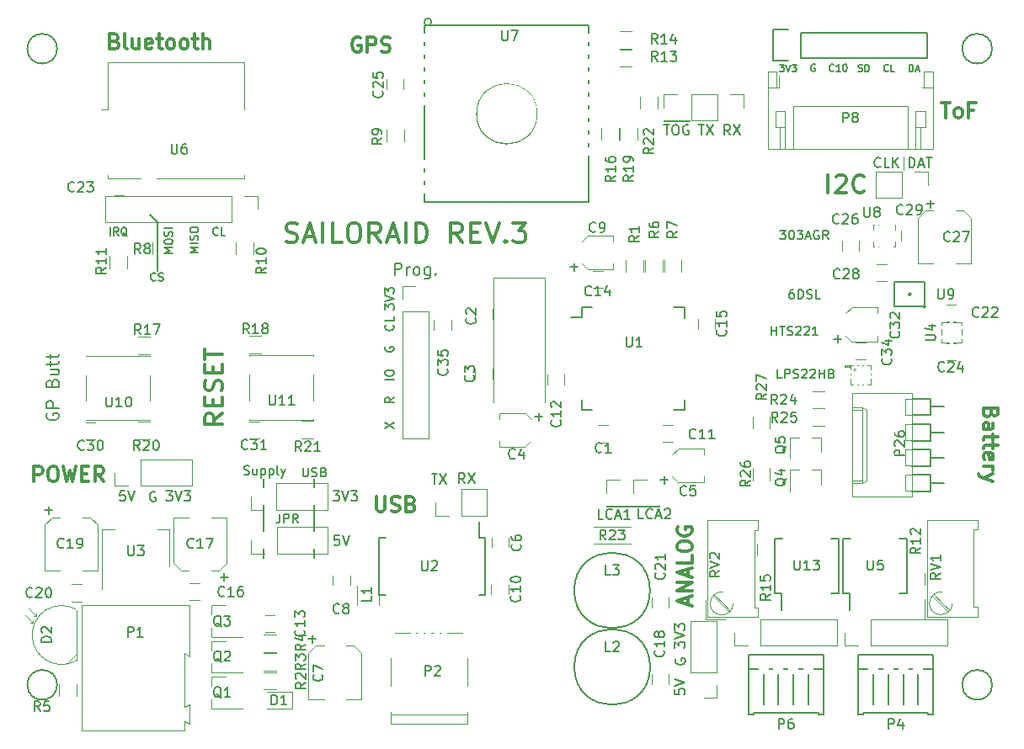
<source format=gbr>
G04 #@! TF.FileFunction,Legend,Top*
%FSLAX46Y46*%
G04 Gerber Fmt 4.6, Leading zero omitted, Abs format (unit mm)*
G04 Created by KiCad (PCBNEW 4.0.4-stable) date 12/06/17 08:33:33*
%MOMM*%
%LPD*%
G01*
G04 APERTURE LIST*
%ADD10C,0.100000*%
%ADD11C,0.150000*%
%ADD12C,0.300000*%
%ADD13C,0.200000*%
%ADD14C,0.120000*%
%ADD15C,0.050000*%
%ADD16R,0.550000X1.750000*%
%ADD17R,1.600000X3.000000*%
%ADD18R,1.250000X1.500000*%
%ADD19R,2.000000X4.500000*%
%ADD20R,1.700000X1.700000*%
%ADD21R,1.600000X1.000000*%
%ADD22R,1.000000X1.600000*%
%ADD23R,1.500000X1.250000*%
%ADD24R,0.600000X0.450000*%
%ADD25C,1.700000*%
%ADD26R,1.700000X2.000000*%
%ADD27R,1.905000X1.905000*%
%ADD28C,1.905000*%
%ADD29R,1.980000X3.960000*%
%ADD30O,1.980000X3.960000*%
%ADD31O,1.700000X1.700000*%
%ADD32R,1.900000X0.800000*%
%ADD33R,1.500000X1.300000*%
%ADD34R,1.300000X1.500000*%
%ADD35C,1.400000*%
%ADD36O,1.400000X1.400000*%
%ADD37R,1.000000X0.250000*%
%ADD38R,0.250000X1.000000*%
%ADD39R,0.450000X1.750000*%
%ADD40R,1.550000X1.300000*%
%ADD41R,1.727200X2.032000*%
%ADD42O,1.727200X2.032000*%
%ADD43R,1.620000X1.620000*%
%ADD44C,1.620000*%
%ADD45R,3.800000X2.000000*%
%ADD46R,1.500000X2.000000*%
%ADD47C,2.200000*%
%ADD48R,2.200000X1.600000*%
%ADD49C,1.000000*%
%ADD50R,0.450000X0.900000*%
%ADD51R,0.900000X0.450000*%
%ADD52R,0.350000X1.000000*%
%ADD53R,1.000000X0.350000*%
%ADD54R,0.350000X0.800000*%
%ADD55R,0.800000X0.350000*%
%ADD56R,2.600000X2.000000*%
%ADD57O,2.600000X2.000000*%
%ADD58R,0.800000X0.900000*%
%ADD59R,1.400000X1.700000*%
%ADD60O,1.400000X1.700000*%
%ADD61R,1.270000X1.270000*%
%ADD62R,2.000000X0.900000*%
%ADD63C,6.000000*%
%ADD64R,0.500000X2.300000*%
%ADD65R,2.000000X2.500000*%
%ADD66C,0.900000*%
G04 APERTURE END LIST*
D10*
X89410000Y56180000D02*
X89410000Y54800000D01*
D11*
X89968571Y55027619D02*
X89968571Y56027619D01*
X90206666Y56027619D01*
X90349524Y55980000D01*
X90444762Y55884762D01*
X90492381Y55789524D01*
X90540000Y55599048D01*
X90540000Y55456190D01*
X90492381Y55265714D01*
X90444762Y55170476D01*
X90349524Y55075238D01*
X90206666Y55027619D01*
X89968571Y55027619D01*
X90920952Y55313333D02*
X91397143Y55313333D01*
X90825714Y55027619D02*
X91159047Y56027619D01*
X91492381Y55027619D01*
X91682857Y56027619D02*
X92254286Y56027619D01*
X91968571Y55027619D02*
X91968571Y56027619D01*
X87084762Y55152857D02*
X87037143Y55105238D01*
X86894286Y55057619D01*
X86799048Y55057619D01*
X86656190Y55105238D01*
X86560952Y55200476D01*
X86513333Y55295714D01*
X86465714Y55486190D01*
X86465714Y55629048D01*
X86513333Y55819524D01*
X86560952Y55914762D01*
X86656190Y56010000D01*
X86799048Y56057619D01*
X86894286Y56057619D01*
X87037143Y56010000D01*
X87084762Y55962381D01*
X87989524Y55057619D02*
X87513333Y55057619D01*
X87513333Y56057619D01*
X88322857Y55057619D02*
X88322857Y56057619D01*
X88894286Y55057619D02*
X88465714Y55629048D01*
X88894286Y56057619D02*
X88322857Y55486190D01*
D12*
X81822857Y52465714D02*
X81822857Y54265714D01*
X82594286Y54094286D02*
X82680000Y54180000D01*
X82851429Y54265714D01*
X83280000Y54265714D01*
X83451429Y54180000D01*
X83537143Y54094286D01*
X83622858Y53922857D01*
X83622858Y53751429D01*
X83537143Y53494286D01*
X82508572Y52465714D01*
X83622858Y52465714D01*
X85422858Y52637143D02*
X85337144Y52551429D01*
X85080001Y52465714D01*
X84908572Y52465714D01*
X84651429Y52551429D01*
X84480001Y52722857D01*
X84394286Y52894286D01*
X84308572Y53237143D01*
X84308572Y53494286D01*
X84394286Y53837143D01*
X84480001Y54008571D01*
X84651429Y54180000D01*
X84908572Y54265714D01*
X85080001Y54265714D01*
X85337144Y54180000D01*
X85422858Y54094286D01*
X20944286Y30275715D02*
X20087143Y29675715D01*
X20944286Y29247143D02*
X19144286Y29247143D01*
X19144286Y29932858D01*
X19230000Y30104286D01*
X19315714Y30190001D01*
X19487143Y30275715D01*
X19744286Y30275715D01*
X19915714Y30190001D01*
X20001429Y30104286D01*
X20087143Y29932858D01*
X20087143Y29247143D01*
X20001429Y31047143D02*
X20001429Y31647143D01*
X20944286Y31904286D02*
X20944286Y31047143D01*
X19144286Y31047143D01*
X19144286Y31904286D01*
X20858571Y32590000D02*
X20944286Y32847143D01*
X20944286Y33275714D01*
X20858571Y33447143D01*
X20772857Y33532857D01*
X20601429Y33618572D01*
X20430000Y33618572D01*
X20258571Y33532857D01*
X20172857Y33447143D01*
X20087143Y33275714D01*
X20001429Y32932857D01*
X19915714Y32761429D01*
X19830000Y32675714D01*
X19658571Y32590000D01*
X19487143Y32590000D01*
X19315714Y32675714D01*
X19230000Y32761429D01*
X19144286Y32932857D01*
X19144286Y33361429D01*
X19230000Y33618572D01*
X20001429Y34390000D02*
X20001429Y34990000D01*
X20944286Y35247143D02*
X20944286Y34390000D01*
X19144286Y34390000D01*
X19144286Y35247143D01*
X19144286Y35761429D02*
X19144286Y36790000D01*
X20944286Y36275714D02*
X19144286Y36275714D01*
X98207143Y30337142D02*
X98135714Y30122856D01*
X98064286Y30051428D01*
X97921429Y29979999D01*
X97707143Y29979999D01*
X97564286Y30051428D01*
X97492857Y30122856D01*
X97421429Y30265714D01*
X97421429Y30837142D01*
X98921429Y30837142D01*
X98921429Y30337142D01*
X98850000Y30194285D01*
X98778571Y30122856D01*
X98635714Y30051428D01*
X98492857Y30051428D01*
X98350000Y30122856D01*
X98278571Y30194285D01*
X98207143Y30337142D01*
X98207143Y30837142D01*
X97421429Y28694285D02*
X98207143Y28694285D01*
X98350000Y28765714D01*
X98421429Y28908571D01*
X98421429Y29194285D01*
X98350000Y29337142D01*
X97492857Y28694285D02*
X97421429Y28837142D01*
X97421429Y29194285D01*
X97492857Y29337142D01*
X97635714Y29408571D01*
X97778571Y29408571D01*
X97921429Y29337142D01*
X97992857Y29194285D01*
X97992857Y28837142D01*
X98064286Y28694285D01*
X98421429Y28194285D02*
X98421429Y27622856D01*
X98921429Y27979999D02*
X97635714Y27979999D01*
X97492857Y27908571D01*
X97421429Y27765713D01*
X97421429Y27622856D01*
X98421429Y27337142D02*
X98421429Y26765713D01*
X98921429Y27122856D02*
X97635714Y27122856D01*
X97492857Y27051428D01*
X97421429Y26908570D01*
X97421429Y26765713D01*
X97492857Y25694285D02*
X97421429Y25837142D01*
X97421429Y26122856D01*
X97492857Y26265713D01*
X97635714Y26337142D01*
X98207143Y26337142D01*
X98350000Y26265713D01*
X98421429Y26122856D01*
X98421429Y25837142D01*
X98350000Y25694285D01*
X98207143Y25622856D01*
X98064286Y25622856D01*
X97921429Y26337142D01*
X97421429Y24979999D02*
X98421429Y24979999D01*
X98135714Y24979999D02*
X98278571Y24908571D01*
X98350000Y24837142D01*
X98421429Y24694285D01*
X98421429Y24551428D01*
X98421429Y24194285D02*
X97421429Y23837142D01*
X98421429Y23480000D02*
X97421429Y23837142D01*
X97064286Y23980000D01*
X96992857Y24051428D01*
X96921429Y24194285D01*
D13*
X92180000Y23270000D02*
X93460351Y23270000D01*
X92189649Y25840000D02*
X93470000Y25840000D01*
X92189649Y28390000D02*
X93470000Y28390000D01*
X92160000Y30960000D02*
X93470000Y30960000D01*
X90279974Y24140000D02*
X92150000Y24140000D01*
X92150000Y24140000D02*
X92150000Y22470000D01*
X92150000Y22470000D02*
X90280000Y22470000D01*
X92150000Y26690000D02*
X92150000Y25020000D01*
X92150000Y25020000D02*
X90280000Y25020000D01*
X90279974Y26690000D02*
X92150000Y26690000D01*
X92150000Y29230000D02*
X92150000Y27560000D01*
X92150000Y27560000D02*
X90280000Y27560000D01*
X90279974Y29230000D02*
X92150000Y29230000D01*
X92150000Y30110000D02*
X90280000Y30110000D01*
X92150000Y31780000D02*
X92150000Y30110000D01*
X90279974Y31780000D02*
X92150000Y31780000D01*
D11*
X89976667Y64683333D02*
X89976667Y65383333D01*
X90143333Y65383333D01*
X90243333Y65350000D01*
X90310000Y65283333D01*
X90343333Y65216667D01*
X90376667Y65083333D01*
X90376667Y64983333D01*
X90343333Y64850000D01*
X90310000Y64783333D01*
X90243333Y64716667D01*
X90143333Y64683333D01*
X89976667Y64683333D01*
X90643333Y64883333D02*
X90976667Y64883333D01*
X90576667Y64683333D02*
X90810000Y65383333D01*
X91043333Y64683333D01*
X87863334Y64770000D02*
X87830000Y64736667D01*
X87730000Y64703333D01*
X87663334Y64703333D01*
X87563334Y64736667D01*
X87496667Y64803333D01*
X87463334Y64870000D01*
X87430000Y65003333D01*
X87430000Y65103333D01*
X87463334Y65236667D01*
X87496667Y65303333D01*
X87563334Y65370000D01*
X87663334Y65403333D01*
X87730000Y65403333D01*
X87830000Y65370000D01*
X87863334Y65336667D01*
X88496667Y64703333D02*
X88163334Y64703333D01*
X88163334Y65403333D01*
X84850000Y64726667D02*
X84950000Y64693333D01*
X85116667Y64693333D01*
X85183334Y64726667D01*
X85216667Y64760000D01*
X85250000Y64826667D01*
X85250000Y64893333D01*
X85216667Y64960000D01*
X85183334Y64993333D01*
X85116667Y65026667D01*
X84983334Y65060000D01*
X84916667Y65093333D01*
X84883334Y65126667D01*
X84850000Y65193333D01*
X84850000Y65260000D01*
X84883334Y65326667D01*
X84916667Y65360000D01*
X84983334Y65393333D01*
X85150000Y65393333D01*
X85250000Y65360000D01*
X85550001Y64693333D02*
X85550001Y65393333D01*
X85716667Y65393333D01*
X85816667Y65360000D01*
X85883334Y65293333D01*
X85916667Y65226667D01*
X85950001Y65093333D01*
X85950001Y64993333D01*
X85916667Y64860000D01*
X85883334Y64793333D01*
X85816667Y64726667D01*
X85716667Y64693333D01*
X85550001Y64693333D01*
X82380000Y64790000D02*
X82346666Y64756667D01*
X82246666Y64723333D01*
X82180000Y64723333D01*
X82080000Y64756667D01*
X82013333Y64823333D01*
X81980000Y64890000D01*
X81946666Y65023333D01*
X81946666Y65123333D01*
X81980000Y65256667D01*
X82013333Y65323333D01*
X82080000Y65390000D01*
X82180000Y65423333D01*
X82246666Y65423333D01*
X82346666Y65390000D01*
X82380000Y65356667D01*
X83046666Y64723333D02*
X82646666Y64723333D01*
X82846666Y64723333D02*
X82846666Y65423333D01*
X82780000Y65323333D01*
X82713333Y65256667D01*
X82646666Y65223333D01*
X83480000Y65423333D02*
X83546667Y65423333D01*
X83613333Y65390000D01*
X83646667Y65356667D01*
X83680000Y65290000D01*
X83713333Y65156667D01*
X83713333Y64990000D01*
X83680000Y64856667D01*
X83646667Y64790000D01*
X83613333Y64756667D01*
X83546667Y64723333D01*
X83480000Y64723333D01*
X83413333Y64756667D01*
X83380000Y64790000D01*
X83346667Y64856667D01*
X83313333Y64990000D01*
X83313333Y65156667D01*
X83346667Y65290000D01*
X83380000Y65356667D01*
X83413333Y65390000D01*
X83480000Y65423333D01*
X80483333Y65380000D02*
X80416667Y65413333D01*
X80316667Y65413333D01*
X80216667Y65380000D01*
X80150000Y65313333D01*
X80116667Y65246667D01*
X80083333Y65113333D01*
X80083333Y65013333D01*
X80116667Y64880000D01*
X80150000Y64813333D01*
X80216667Y64746667D01*
X80316667Y64713333D01*
X80383333Y64713333D01*
X80483333Y64746667D01*
X80516667Y64780000D01*
X80516667Y65013333D01*
X80383333Y65013333D01*
X76943333Y65393333D02*
X77376666Y65393333D01*
X77143333Y65126667D01*
X77243333Y65126667D01*
X77310000Y65093333D01*
X77343333Y65060000D01*
X77376666Y64993333D01*
X77376666Y64826667D01*
X77343333Y64760000D01*
X77310000Y64726667D01*
X77243333Y64693333D01*
X77043333Y64693333D01*
X76976666Y64726667D01*
X76943333Y64760000D01*
X77576667Y65393333D02*
X77810000Y64693333D01*
X78043333Y65393333D01*
X78210000Y65393333D02*
X78643333Y65393333D01*
X78410000Y65126667D01*
X78510000Y65126667D01*
X78576667Y65093333D01*
X78610000Y65060000D01*
X78643333Y64993333D01*
X78643333Y64826667D01*
X78610000Y64760000D01*
X78576667Y64726667D01*
X78510000Y64693333D01*
X78310000Y64693333D01*
X78243333Y64726667D01*
X78210000Y64760000D01*
X68780952Y59327619D02*
X69352381Y59327619D01*
X69066666Y58327619D02*
X69066666Y59327619D01*
X69590476Y59327619D02*
X70257143Y58327619D01*
X70257143Y59327619D02*
X69590476Y58327619D01*
X71971429Y58327619D02*
X71638095Y58803810D01*
X71400000Y58327619D02*
X71400000Y59327619D01*
X71780953Y59327619D01*
X71876191Y59280000D01*
X71923810Y59232381D01*
X71971429Y59137143D01*
X71971429Y58994286D01*
X71923810Y58899048D01*
X71876191Y58851429D01*
X71780953Y58803810D01*
X71400000Y58803810D01*
X72304762Y59327619D02*
X72971429Y58327619D01*
X72971429Y59327619D02*
X72304762Y58327619D01*
X65290476Y59327619D02*
X65861905Y59327619D01*
X65576190Y58327619D02*
X65576190Y59327619D01*
X66385714Y59327619D02*
X66576191Y59327619D01*
X66671429Y59280000D01*
X66766667Y59184762D01*
X66814286Y58994286D01*
X66814286Y58660952D01*
X66766667Y58470476D01*
X66671429Y58375238D01*
X66576191Y58327619D01*
X66385714Y58327619D01*
X66290476Y58375238D01*
X66195238Y58470476D01*
X66147619Y58660952D01*
X66147619Y58994286D01*
X66195238Y59184762D01*
X66290476Y59280000D01*
X66385714Y59327619D01*
X67766667Y59280000D02*
X67671429Y59327619D01*
X67528572Y59327619D01*
X67385714Y59280000D01*
X67290476Y59184762D01*
X67242857Y59089524D01*
X67195238Y58899048D01*
X67195238Y58756190D01*
X67242857Y58565714D01*
X67290476Y58470476D01*
X67385714Y58375238D01*
X67528572Y58327619D01*
X67623810Y58327619D01*
X67766667Y58375238D01*
X67814286Y58422857D01*
X67814286Y58756190D01*
X67623810Y58756190D01*
D13*
X3300000Y30293572D02*
X3242857Y30179286D01*
X3242857Y30007857D01*
X3300000Y29836429D01*
X3414286Y29722143D01*
X3528571Y29665000D01*
X3757143Y29607857D01*
X3928571Y29607857D01*
X4157143Y29665000D01*
X4271429Y29722143D01*
X4385714Y29836429D01*
X4442857Y30007857D01*
X4442857Y30122143D01*
X4385714Y30293572D01*
X4328571Y30350715D01*
X3928571Y30350715D01*
X3928571Y30122143D01*
X4442857Y30865000D02*
X3242857Y30865000D01*
X3242857Y31322143D01*
X3300000Y31436429D01*
X3357143Y31493572D01*
X3471429Y31550715D01*
X3642857Y31550715D01*
X3757143Y31493572D01*
X3814286Y31436429D01*
X3871429Y31322143D01*
X3871429Y30865000D01*
X3814286Y33379286D02*
X3871429Y33550715D01*
X3928571Y33607858D01*
X4042857Y33665001D01*
X4214286Y33665001D01*
X4328571Y33607858D01*
X4385714Y33550715D01*
X4442857Y33436429D01*
X4442857Y32979286D01*
X3242857Y32979286D01*
X3242857Y33379286D01*
X3300000Y33493572D01*
X3357143Y33550715D01*
X3471429Y33607858D01*
X3585714Y33607858D01*
X3700000Y33550715D01*
X3757143Y33493572D01*
X3814286Y33379286D01*
X3814286Y32979286D01*
X3642857Y34693572D02*
X4442857Y34693572D01*
X3642857Y34179286D02*
X4271429Y34179286D01*
X4385714Y34236429D01*
X4442857Y34350715D01*
X4442857Y34522143D01*
X4385714Y34636429D01*
X4328571Y34693572D01*
X3642857Y35093572D02*
X3642857Y35550715D01*
X3242857Y35265000D02*
X4271429Y35265000D01*
X4385714Y35322143D01*
X4442857Y35436429D01*
X4442857Y35550715D01*
X3642857Y35779286D02*
X3642857Y36236429D01*
X3242857Y35950714D02*
X4271429Y35950714D01*
X4385714Y36007857D01*
X4442857Y36122143D01*
X4442857Y36236429D01*
X38242857Y44227143D02*
X38242857Y45427143D01*
X38700000Y45427143D01*
X38814286Y45370000D01*
X38871429Y45312857D01*
X38928572Y45198571D01*
X38928572Y45027143D01*
X38871429Y44912857D01*
X38814286Y44855714D01*
X38700000Y44798571D01*
X38242857Y44798571D01*
X39442857Y44227143D02*
X39442857Y45027143D01*
X39442857Y44798571D02*
X39500000Y44912857D01*
X39557143Y44970000D01*
X39671429Y45027143D01*
X39785714Y45027143D01*
X40357143Y44227143D02*
X40242857Y44284286D01*
X40185714Y44341429D01*
X40128571Y44455714D01*
X40128571Y44798571D01*
X40185714Y44912857D01*
X40242857Y44970000D01*
X40357143Y45027143D01*
X40528571Y45027143D01*
X40642857Y44970000D01*
X40700000Y44912857D01*
X40757143Y44798571D01*
X40757143Y44455714D01*
X40700000Y44341429D01*
X40642857Y44284286D01*
X40528571Y44227143D01*
X40357143Y44227143D01*
X41785714Y45027143D02*
X41785714Y44055714D01*
X41728571Y43941429D01*
X41671428Y43884286D01*
X41557143Y43827143D01*
X41385714Y43827143D01*
X41271428Y43884286D01*
X41785714Y44284286D02*
X41671428Y44227143D01*
X41442857Y44227143D01*
X41328571Y44284286D01*
X41271428Y44341429D01*
X41214285Y44455714D01*
X41214285Y44798571D01*
X41271428Y44912857D01*
X41328571Y44970000D01*
X41442857Y45027143D01*
X41671428Y45027143D01*
X41785714Y44970000D01*
X42357142Y44341429D02*
X42414285Y44284286D01*
X42357142Y44227143D01*
X42299999Y44284286D01*
X42357142Y44341429D01*
X42357142Y44227143D01*
D12*
X10100000Y67747143D02*
X10314286Y67675714D01*
X10385714Y67604286D01*
X10457143Y67461429D01*
X10457143Y67247143D01*
X10385714Y67104286D01*
X10314286Y67032857D01*
X10171428Y66961429D01*
X9600000Y66961429D01*
X9600000Y68461429D01*
X10100000Y68461429D01*
X10242857Y68390000D01*
X10314286Y68318571D01*
X10385714Y68175714D01*
X10385714Y68032857D01*
X10314286Y67890000D01*
X10242857Y67818571D01*
X10100000Y67747143D01*
X9600000Y67747143D01*
X11314286Y66961429D02*
X11171428Y67032857D01*
X11100000Y67175714D01*
X11100000Y68461429D01*
X12528571Y67961429D02*
X12528571Y66961429D01*
X11885714Y67961429D02*
X11885714Y67175714D01*
X11957142Y67032857D01*
X12100000Y66961429D01*
X12314285Y66961429D01*
X12457142Y67032857D01*
X12528571Y67104286D01*
X13814285Y67032857D02*
X13671428Y66961429D01*
X13385714Y66961429D01*
X13242857Y67032857D01*
X13171428Y67175714D01*
X13171428Y67747143D01*
X13242857Y67890000D01*
X13385714Y67961429D01*
X13671428Y67961429D01*
X13814285Y67890000D01*
X13885714Y67747143D01*
X13885714Y67604286D01*
X13171428Y67461429D01*
X14314285Y67961429D02*
X14885714Y67961429D01*
X14528571Y68461429D02*
X14528571Y67175714D01*
X14599999Y67032857D01*
X14742857Y66961429D01*
X14885714Y66961429D01*
X15600000Y66961429D02*
X15457142Y67032857D01*
X15385714Y67104286D01*
X15314285Y67247143D01*
X15314285Y67675714D01*
X15385714Y67818571D01*
X15457142Y67890000D01*
X15600000Y67961429D01*
X15814285Y67961429D01*
X15957142Y67890000D01*
X16028571Y67818571D01*
X16100000Y67675714D01*
X16100000Y67247143D01*
X16028571Y67104286D01*
X15957142Y67032857D01*
X15814285Y66961429D01*
X15600000Y66961429D01*
X16957143Y66961429D02*
X16814285Y67032857D01*
X16742857Y67104286D01*
X16671428Y67247143D01*
X16671428Y67675714D01*
X16742857Y67818571D01*
X16814285Y67890000D01*
X16957143Y67961429D01*
X17171428Y67961429D01*
X17314285Y67890000D01*
X17385714Y67818571D01*
X17457143Y67675714D01*
X17457143Y67247143D01*
X17385714Y67104286D01*
X17314285Y67032857D01*
X17171428Y66961429D01*
X16957143Y66961429D01*
X17885714Y67961429D02*
X18457143Y67961429D01*
X18100000Y68461429D02*
X18100000Y67175714D01*
X18171428Y67032857D01*
X18314286Y66961429D01*
X18457143Y66961429D01*
X18957143Y66961429D02*
X18957143Y68461429D01*
X19600000Y66961429D02*
X19600000Y67747143D01*
X19528571Y67890000D01*
X19385714Y67961429D01*
X19171429Y67961429D01*
X19028571Y67890000D01*
X18957143Y67818571D01*
X34778572Y68080000D02*
X34635715Y68151429D01*
X34421429Y68151429D01*
X34207144Y68080000D01*
X34064286Y67937143D01*
X33992858Y67794286D01*
X33921429Y67508571D01*
X33921429Y67294286D01*
X33992858Y67008571D01*
X34064286Y66865714D01*
X34207144Y66722857D01*
X34421429Y66651429D01*
X34564286Y66651429D01*
X34778572Y66722857D01*
X34850001Y66794286D01*
X34850001Y67294286D01*
X34564286Y67294286D01*
X35492858Y66651429D02*
X35492858Y68151429D01*
X36064286Y68151429D01*
X36207144Y68080000D01*
X36278572Y68008571D01*
X36350001Y67865714D01*
X36350001Y67651429D01*
X36278572Y67508571D01*
X36207144Y67437143D01*
X36064286Y67365714D01*
X35492858Y67365714D01*
X36921429Y66722857D02*
X37135715Y66651429D01*
X37492858Y66651429D01*
X37635715Y66722857D01*
X37707144Y66794286D01*
X37778572Y66937143D01*
X37778572Y67080000D01*
X37707144Y67222857D01*
X37635715Y67294286D01*
X37492858Y67365714D01*
X37207144Y67437143D01*
X37064286Y67508571D01*
X36992858Y67580000D01*
X36921429Y67722857D01*
X36921429Y67865714D01*
X36992858Y68008571D01*
X37064286Y68080000D01*
X37207144Y68151429D01*
X37564286Y68151429D01*
X37778572Y68080000D01*
X93240000Y61551429D02*
X94097143Y61551429D01*
X93668572Y60051429D02*
X93668572Y61551429D01*
X94811429Y60051429D02*
X94668571Y60122857D01*
X94597143Y60194286D01*
X94525714Y60337143D01*
X94525714Y60765714D01*
X94597143Y60908571D01*
X94668571Y60980000D01*
X94811429Y61051429D01*
X95025714Y61051429D01*
X95168571Y60980000D01*
X95240000Y60908571D01*
X95311429Y60765714D01*
X95311429Y60337143D01*
X95240000Y60194286D01*
X95168571Y60122857D01*
X95025714Y60051429D01*
X94811429Y60051429D01*
X96454286Y60837143D02*
X95954286Y60837143D01*
X95954286Y60051429D02*
X95954286Y61551429D01*
X96668572Y61551429D01*
X67700000Y11061428D02*
X67700000Y11775714D01*
X68128571Y10918571D02*
X66628571Y11418571D01*
X68128571Y11918571D01*
X68128571Y12418571D02*
X66628571Y12418571D01*
X68128571Y13275714D01*
X66628571Y13275714D01*
X67700000Y13918571D02*
X67700000Y14632857D01*
X68128571Y13775714D02*
X66628571Y14275714D01*
X68128571Y14775714D01*
X68128571Y15990000D02*
X68128571Y15275714D01*
X66628571Y15275714D01*
X66628571Y16775714D02*
X66628571Y17061428D01*
X66700000Y17204286D01*
X66842857Y17347143D01*
X67128571Y17418571D01*
X67628571Y17418571D01*
X67914286Y17347143D01*
X68057143Y17204286D01*
X68128571Y17061428D01*
X68128571Y16775714D01*
X68057143Y16632857D01*
X67914286Y16490000D01*
X67628571Y16418571D01*
X67128571Y16418571D01*
X66842857Y16490000D01*
X66700000Y16632857D01*
X66628571Y16775714D01*
X66700000Y18847143D02*
X66628571Y18704286D01*
X66628571Y18490000D01*
X66700000Y18275715D01*
X66842857Y18132857D01*
X66985714Y18061429D01*
X67271429Y17990000D01*
X67485714Y17990000D01*
X67771429Y18061429D01*
X67914286Y18132857D01*
X68057143Y18275715D01*
X68128571Y18490000D01*
X68128571Y18632857D01*
X68057143Y18847143D01*
X67985714Y18918572D01*
X67485714Y18918572D01*
X67485714Y18632857D01*
X36397143Y21901429D02*
X36397143Y20687143D01*
X36468571Y20544286D01*
X36540000Y20472857D01*
X36682857Y20401429D01*
X36968571Y20401429D01*
X37111429Y20472857D01*
X37182857Y20544286D01*
X37254286Y20687143D01*
X37254286Y21901429D01*
X37897143Y20472857D02*
X38111429Y20401429D01*
X38468572Y20401429D01*
X38611429Y20472857D01*
X38682858Y20544286D01*
X38754286Y20687143D01*
X38754286Y20830000D01*
X38682858Y20972857D01*
X38611429Y21044286D01*
X38468572Y21115714D01*
X38182858Y21187143D01*
X38040000Y21258571D01*
X37968572Y21330000D01*
X37897143Y21472857D01*
X37897143Y21615714D01*
X37968572Y21758571D01*
X38040000Y21830000D01*
X38182858Y21901429D01*
X38540000Y21901429D01*
X38754286Y21830000D01*
X39897143Y21187143D02*
X40111429Y21115714D01*
X40182857Y21044286D01*
X40254286Y20901429D01*
X40254286Y20687143D01*
X40182857Y20544286D01*
X40111429Y20472857D01*
X39968571Y20401429D01*
X39397143Y20401429D01*
X39397143Y21901429D01*
X39897143Y21901429D01*
X40040000Y21830000D01*
X40111429Y21758571D01*
X40182857Y21615714D01*
X40182857Y21472857D01*
X40111429Y21330000D01*
X40040000Y21258571D01*
X39897143Y21187143D01*
X39397143Y21187143D01*
X1985714Y23451429D02*
X1985714Y24951429D01*
X2557142Y24951429D01*
X2700000Y24880000D01*
X2771428Y24808571D01*
X2842857Y24665714D01*
X2842857Y24451429D01*
X2771428Y24308571D01*
X2700000Y24237143D01*
X2557142Y24165714D01*
X1985714Y24165714D01*
X3771428Y24951429D02*
X4057142Y24951429D01*
X4200000Y24880000D01*
X4342857Y24737143D01*
X4414285Y24451429D01*
X4414285Y23951429D01*
X4342857Y23665714D01*
X4200000Y23522857D01*
X4057142Y23451429D01*
X3771428Y23451429D01*
X3628571Y23522857D01*
X3485714Y23665714D01*
X3414285Y23951429D01*
X3414285Y24451429D01*
X3485714Y24737143D01*
X3628571Y24880000D01*
X3771428Y24951429D01*
X4914286Y24951429D02*
X5271429Y23451429D01*
X5557143Y24522857D01*
X5842857Y23451429D01*
X6200000Y24951429D01*
X6771429Y24237143D02*
X7271429Y24237143D01*
X7485715Y23451429D02*
X6771429Y23451429D01*
X6771429Y24951429D01*
X7485715Y24951429D01*
X8985715Y23451429D02*
X8485715Y24165714D01*
X8128572Y23451429D02*
X8128572Y24951429D01*
X8700000Y24951429D01*
X8842858Y24880000D01*
X8914286Y24808571D01*
X8985715Y24665714D01*
X8985715Y24451429D01*
X8914286Y24308571D01*
X8842858Y24237143D01*
X8700000Y24165714D01*
X8128572Y24165714D01*
X27302380Y47580476D02*
X27588095Y47485238D01*
X28064285Y47485238D01*
X28254761Y47580476D01*
X28349999Y47675714D01*
X28445238Y47866190D01*
X28445238Y48056667D01*
X28349999Y48247143D01*
X28254761Y48342381D01*
X28064285Y48437619D01*
X27683333Y48532857D01*
X27492857Y48628095D01*
X27397618Y48723333D01*
X27302380Y48913810D01*
X27302380Y49104286D01*
X27397618Y49294762D01*
X27492857Y49390000D01*
X27683333Y49485238D01*
X28159523Y49485238D01*
X28445238Y49390000D01*
X29207142Y48056667D02*
X30159523Y48056667D01*
X29016666Y47485238D02*
X29683333Y49485238D01*
X30350000Y47485238D01*
X31016666Y47485238D02*
X31016666Y49485238D01*
X32921428Y47485238D02*
X31969047Y47485238D01*
X31969047Y49485238D01*
X33969048Y49485238D02*
X34350000Y49485238D01*
X34540476Y49390000D01*
X34730953Y49199524D01*
X34826191Y48818571D01*
X34826191Y48151905D01*
X34730953Y47770952D01*
X34540476Y47580476D01*
X34350000Y47485238D01*
X33969048Y47485238D01*
X33778572Y47580476D01*
X33588095Y47770952D01*
X33492857Y48151905D01*
X33492857Y48818571D01*
X33588095Y49199524D01*
X33778572Y49390000D01*
X33969048Y49485238D01*
X36826191Y47485238D02*
X36159524Y48437619D01*
X35683333Y47485238D02*
X35683333Y49485238D01*
X36445238Y49485238D01*
X36635714Y49390000D01*
X36730953Y49294762D01*
X36826191Y49104286D01*
X36826191Y48818571D01*
X36730953Y48628095D01*
X36635714Y48532857D01*
X36445238Y48437619D01*
X35683333Y48437619D01*
X37588095Y48056667D02*
X38540476Y48056667D01*
X37397619Y47485238D02*
X38064286Y49485238D01*
X38730953Y47485238D01*
X39397619Y47485238D02*
X39397619Y49485238D01*
X40350000Y47485238D02*
X40350000Y49485238D01*
X40826191Y49485238D01*
X41111905Y49390000D01*
X41302381Y49199524D01*
X41397620Y49009048D01*
X41492858Y48628095D01*
X41492858Y48342381D01*
X41397620Y47961429D01*
X41302381Y47770952D01*
X41111905Y47580476D01*
X40826191Y47485238D01*
X40350000Y47485238D01*
X45016668Y47485238D02*
X44350001Y48437619D01*
X43873810Y47485238D02*
X43873810Y49485238D01*
X44635715Y49485238D01*
X44826191Y49390000D01*
X44921430Y49294762D01*
X45016668Y49104286D01*
X45016668Y48818571D01*
X44921430Y48628095D01*
X44826191Y48532857D01*
X44635715Y48437619D01*
X43873810Y48437619D01*
X45873810Y48532857D02*
X46540477Y48532857D01*
X46826191Y47485238D02*
X45873810Y47485238D01*
X45873810Y49485238D01*
X46826191Y49485238D01*
X47397620Y49485238D02*
X48064287Y47485238D01*
X48730954Y49485238D01*
X49397620Y47675714D02*
X49492859Y47580476D01*
X49397620Y47485238D01*
X49302382Y47580476D01*
X49397620Y47675714D01*
X49397620Y47485238D01*
X50159525Y49485238D02*
X51397621Y49485238D01*
X50730954Y48723333D01*
X51016668Y48723333D01*
X51207144Y48628095D01*
X51302382Y48532857D01*
X51397621Y48342381D01*
X51397621Y47866190D01*
X51302382Y47675714D01*
X51207144Y47580476D01*
X51016668Y47485238D01*
X50445240Y47485238D01*
X50254763Y47580476D01*
X50159525Y47675714D01*
D11*
X66402381Y6701905D02*
X66402381Y7320953D01*
X66783333Y6987619D01*
X66783333Y7130477D01*
X66830952Y7225715D01*
X66878571Y7273334D01*
X66973810Y7320953D01*
X67211905Y7320953D01*
X67307143Y7273334D01*
X67354762Y7225715D01*
X67402381Y7130477D01*
X67402381Y6844762D01*
X67354762Y6749524D01*
X67307143Y6701905D01*
X66402381Y7606667D02*
X67402381Y7940000D01*
X66402381Y8273334D01*
X66402381Y8511429D02*
X66402381Y9130477D01*
X66783333Y8797143D01*
X66783333Y8940001D01*
X66830952Y9035239D01*
X66878571Y9082858D01*
X66973810Y9130477D01*
X67211905Y9130477D01*
X67307143Y9082858D01*
X67354762Y9035239D01*
X67402381Y8940001D01*
X67402381Y8654286D01*
X67354762Y8559048D01*
X67307143Y8511429D01*
X66500000Y5601905D02*
X66452381Y5506667D01*
X66452381Y5363810D01*
X66500000Y5220952D01*
X66595238Y5125714D01*
X66690476Y5078095D01*
X66880952Y5030476D01*
X67023810Y5030476D01*
X67214286Y5078095D01*
X67309524Y5125714D01*
X67404762Y5220952D01*
X67452381Y5363810D01*
X67452381Y5459048D01*
X67404762Y5601905D01*
X67357143Y5649524D01*
X67023810Y5649524D01*
X67023810Y5459048D01*
X66402381Y2549524D02*
X66402381Y2073333D01*
X66878571Y2025714D01*
X66830952Y2073333D01*
X66783333Y2168571D01*
X66783333Y2406667D01*
X66830952Y2501905D01*
X66878571Y2549524D01*
X66973810Y2597143D01*
X67211905Y2597143D01*
X67307143Y2549524D01*
X67354762Y2501905D01*
X67402381Y2406667D01*
X67402381Y2168571D01*
X67354762Y2073333D01*
X67307143Y2025714D01*
X66402381Y2882857D02*
X67402381Y3216190D01*
X66402381Y3549524D01*
X14186667Y43724286D02*
X14148572Y43686190D01*
X14034286Y43648095D01*
X13958096Y43648095D01*
X13843810Y43686190D01*
X13767619Y43762381D01*
X13729524Y43838571D01*
X13691429Y43990952D01*
X13691429Y44105238D01*
X13729524Y44257619D01*
X13767619Y44333810D01*
X13843810Y44410000D01*
X13958096Y44448095D01*
X14034286Y44448095D01*
X14148572Y44410000D01*
X14186667Y44371905D01*
X14491429Y43686190D02*
X14605715Y43648095D01*
X14796191Y43648095D01*
X14872381Y43686190D01*
X14910477Y43724286D01*
X14948572Y43800476D01*
X14948572Y43876667D01*
X14910477Y43952857D01*
X14872381Y43990952D01*
X14796191Y44029048D01*
X14643810Y44067143D01*
X14567619Y44105238D01*
X14529524Y44143333D01*
X14491429Y44219524D01*
X14491429Y44295714D01*
X14529524Y44371905D01*
X14567619Y44410000D01*
X14643810Y44448095D01*
X14834286Y44448095D01*
X14948572Y44410000D01*
X18471905Y46492857D02*
X17671905Y46492857D01*
X18243333Y46759524D01*
X17671905Y47026191D01*
X18471905Y47026191D01*
X18471905Y47407143D02*
X17671905Y47407143D01*
X18433810Y47750000D02*
X18471905Y47864286D01*
X18471905Y48054762D01*
X18433810Y48130952D01*
X18395714Y48169048D01*
X18319524Y48207143D01*
X18243333Y48207143D01*
X18167143Y48169048D01*
X18129048Y48130952D01*
X18090952Y48054762D01*
X18052857Y47902381D01*
X18014762Y47826190D01*
X17976667Y47788095D01*
X17900476Y47750000D01*
X17824286Y47750000D01*
X17748095Y47788095D01*
X17710000Y47826190D01*
X17671905Y47902381D01*
X17671905Y48092857D01*
X17710000Y48207143D01*
X17671905Y48702381D02*
X17671905Y48854762D01*
X17710000Y48930953D01*
X17786190Y49007143D01*
X17938571Y49045238D01*
X18205238Y49045238D01*
X18357619Y49007143D01*
X18433810Y48930953D01*
X18471905Y48854762D01*
X18471905Y48702381D01*
X18433810Y48626191D01*
X18357619Y48550000D01*
X18205238Y48511905D01*
X17938571Y48511905D01*
X17786190Y48550000D01*
X17710000Y48626191D01*
X17671905Y48702381D01*
X15901905Y46422857D02*
X15101905Y46422857D01*
X15673333Y46689524D01*
X15101905Y46956191D01*
X15901905Y46956191D01*
X15101905Y47489524D02*
X15101905Y47641905D01*
X15140000Y47718096D01*
X15216190Y47794286D01*
X15368571Y47832381D01*
X15635238Y47832381D01*
X15787619Y47794286D01*
X15863810Y47718096D01*
X15901905Y47641905D01*
X15901905Y47489524D01*
X15863810Y47413334D01*
X15787619Y47337143D01*
X15635238Y47299048D01*
X15368571Y47299048D01*
X15216190Y47337143D01*
X15140000Y47413334D01*
X15101905Y47489524D01*
X15863810Y48137143D02*
X15901905Y48251429D01*
X15901905Y48441905D01*
X15863810Y48518095D01*
X15825714Y48556191D01*
X15749524Y48594286D01*
X15673333Y48594286D01*
X15597143Y48556191D01*
X15559048Y48518095D01*
X15520952Y48441905D01*
X15482857Y48289524D01*
X15444762Y48213333D01*
X15406667Y48175238D01*
X15330476Y48137143D01*
X15254286Y48137143D01*
X15178095Y48175238D01*
X15140000Y48213333D01*
X15101905Y48289524D01*
X15101905Y48480000D01*
X15140000Y48594286D01*
X15901905Y48937143D02*
X15101905Y48937143D01*
X20473810Y48294286D02*
X20435715Y48256190D01*
X20321429Y48218095D01*
X20245239Y48218095D01*
X20130953Y48256190D01*
X20054762Y48332381D01*
X20016667Y48408571D01*
X19978572Y48560952D01*
X19978572Y48675238D01*
X20016667Y48827619D01*
X20054762Y48903810D01*
X20130953Y48980000D01*
X20245239Y49018095D01*
X20321429Y49018095D01*
X20435715Y48980000D01*
X20473810Y48941905D01*
X21197620Y48218095D02*
X20816667Y48218095D01*
X20816667Y49018095D01*
X9620953Y48218095D02*
X9620953Y49018095D01*
X10459048Y48218095D02*
X10192381Y48599048D01*
X10001905Y48218095D02*
X10001905Y49018095D01*
X10306667Y49018095D01*
X10382858Y48980000D01*
X10420953Y48941905D01*
X10459048Y48865714D01*
X10459048Y48751429D01*
X10420953Y48675238D01*
X10382858Y48637143D01*
X10306667Y48599048D01*
X10001905Y48599048D01*
X11335239Y48141905D02*
X11259048Y48180000D01*
X11182858Y48256190D01*
X11068572Y48370476D01*
X10992381Y48408571D01*
X10916191Y48408571D01*
X10954286Y48218095D02*
X10878096Y48256190D01*
X10801905Y48332381D01*
X10763810Y48484762D01*
X10763810Y48751429D01*
X10801905Y48903810D01*
X10878096Y48980000D01*
X10954286Y49018095D01*
X11106667Y49018095D01*
X11182858Y48980000D01*
X11259048Y48903810D01*
X11297143Y48751429D01*
X11297143Y48484762D01*
X11259048Y48332381D01*
X11182858Y48256190D01*
X11106667Y48218095D01*
X10954286Y48218095D01*
D13*
X14380000Y49510010D02*
X14380000Y44659954D01*
X13130000Y50790000D02*
X14390158Y49529842D01*
D11*
X63244762Y19707619D02*
X62768571Y19707619D01*
X62768571Y20707619D01*
X64149524Y19802857D02*
X64101905Y19755238D01*
X63959048Y19707619D01*
X63863810Y19707619D01*
X63720952Y19755238D01*
X63625714Y19850476D01*
X63578095Y19945714D01*
X63530476Y20136190D01*
X63530476Y20279048D01*
X63578095Y20469524D01*
X63625714Y20564762D01*
X63720952Y20660000D01*
X63863810Y20707619D01*
X63959048Y20707619D01*
X64101905Y20660000D01*
X64149524Y20612381D01*
X64530476Y19993333D02*
X65006667Y19993333D01*
X64435238Y19707619D02*
X64768571Y20707619D01*
X65101905Y19707619D01*
X65387619Y20612381D02*
X65435238Y20660000D01*
X65530476Y20707619D01*
X65768572Y20707619D01*
X65863810Y20660000D01*
X65911429Y20612381D01*
X65959048Y20517143D01*
X65959048Y20421905D01*
X65911429Y20279048D01*
X65340000Y19707619D01*
X65959048Y19707619D01*
X59194762Y19687619D02*
X58718571Y19687619D01*
X58718571Y20687619D01*
X60099524Y19782857D02*
X60051905Y19735238D01*
X59909048Y19687619D01*
X59813810Y19687619D01*
X59670952Y19735238D01*
X59575714Y19830476D01*
X59528095Y19925714D01*
X59480476Y20116190D01*
X59480476Y20259048D01*
X59528095Y20449524D01*
X59575714Y20544762D01*
X59670952Y20640000D01*
X59813810Y20687619D01*
X59909048Y20687619D01*
X60051905Y20640000D01*
X60099524Y20592381D01*
X60480476Y19973333D02*
X60956667Y19973333D01*
X60385238Y19687619D02*
X60718571Y20687619D01*
X61051905Y19687619D01*
X61909048Y19687619D02*
X61337619Y19687619D01*
X61623333Y19687619D02*
X61623333Y20687619D01*
X61528095Y20544762D01*
X61432857Y20449524D01*
X61337619Y20401905D01*
X14161905Y22390000D02*
X14066667Y22437619D01*
X13923810Y22437619D01*
X13780952Y22390000D01*
X13685714Y22294762D01*
X13638095Y22199524D01*
X13590476Y22009048D01*
X13590476Y21866190D01*
X13638095Y21675714D01*
X13685714Y21580476D01*
X13780952Y21485238D01*
X13923810Y21437619D01*
X14019048Y21437619D01*
X14161905Y21485238D01*
X14209524Y21532857D01*
X14209524Y21866190D01*
X14019048Y21866190D01*
X15261905Y22487619D02*
X15880953Y22487619D01*
X15547619Y22106667D01*
X15690477Y22106667D01*
X15785715Y22059048D01*
X15833334Y22011429D01*
X15880953Y21916190D01*
X15880953Y21678095D01*
X15833334Y21582857D01*
X15785715Y21535238D01*
X15690477Y21487619D01*
X15404762Y21487619D01*
X15309524Y21535238D01*
X15261905Y21582857D01*
X16166667Y22487619D02*
X16500000Y21487619D01*
X16833334Y22487619D01*
X17071429Y22487619D02*
X17690477Y22487619D01*
X17357143Y22106667D01*
X17500001Y22106667D01*
X17595239Y22059048D01*
X17642858Y22011429D01*
X17690477Y21916190D01*
X17690477Y21678095D01*
X17642858Y21582857D01*
X17595239Y21535238D01*
X17500001Y21487619D01*
X17214286Y21487619D01*
X17119048Y21535238D01*
X17071429Y21582857D01*
X11109524Y22487619D02*
X10633333Y22487619D01*
X10585714Y22011429D01*
X10633333Y22059048D01*
X10728571Y22106667D01*
X10966667Y22106667D01*
X11061905Y22059048D01*
X11109524Y22011429D01*
X11157143Y21916190D01*
X11157143Y21678095D01*
X11109524Y21582857D01*
X11061905Y21535238D01*
X10966667Y21487619D01*
X10728571Y21487619D01*
X10633333Y21535238D01*
X10585714Y21582857D01*
X11442857Y22487619D02*
X11776190Y21487619D01*
X12109524Y22487619D01*
X26678572Y20182857D02*
X26678572Y19540000D01*
X26635714Y19411429D01*
X26550000Y19325714D01*
X26421429Y19282857D01*
X26335714Y19282857D01*
X27107143Y19282857D02*
X27107143Y20182857D01*
X27450000Y20182857D01*
X27535714Y20140000D01*
X27578571Y20097143D01*
X27621428Y20011429D01*
X27621428Y19882857D01*
X27578571Y19797143D01*
X27535714Y19754286D01*
X27450000Y19711429D01*
X27107143Y19711429D01*
X28521428Y19282857D02*
X28221428Y19711429D01*
X28007143Y19282857D02*
X28007143Y20182857D01*
X28350000Y20182857D01*
X28435714Y20140000D01*
X28478571Y20097143D01*
X28521428Y20011429D01*
X28521428Y19882857D01*
X28478571Y19797143D01*
X28435714Y19754286D01*
X28350000Y19711429D01*
X28007143Y19711429D01*
X45293334Y23267619D02*
X44960000Y23743810D01*
X44721905Y23267619D02*
X44721905Y24267619D01*
X45102858Y24267619D01*
X45198096Y24220000D01*
X45245715Y24172381D01*
X45293334Y24077143D01*
X45293334Y23934286D01*
X45245715Y23839048D01*
X45198096Y23791429D01*
X45102858Y23743810D01*
X44721905Y23743810D01*
X45626667Y24267619D02*
X46293334Y23267619D01*
X46293334Y24267619D02*
X45626667Y23267619D01*
X41958095Y24207619D02*
X42529524Y24207619D01*
X42243809Y23207619D02*
X42243809Y24207619D01*
X42767619Y24207619D02*
X43434286Y23207619D01*
X43434286Y24207619D02*
X42767619Y23207619D01*
X32659524Y18037619D02*
X32183333Y18037619D01*
X32135714Y17561429D01*
X32183333Y17609048D01*
X32278571Y17656667D01*
X32516667Y17656667D01*
X32611905Y17609048D01*
X32659524Y17561429D01*
X32707143Y17466190D01*
X32707143Y17228095D01*
X32659524Y17132857D01*
X32611905Y17085238D01*
X32516667Y17037619D01*
X32278571Y17037619D01*
X32183333Y17085238D01*
X32135714Y17132857D01*
X32992857Y18037619D02*
X33326190Y17037619D01*
X33659524Y18037619D01*
X32061905Y22487619D02*
X32680953Y22487619D01*
X32347619Y22106667D01*
X32490477Y22106667D01*
X32585715Y22059048D01*
X32633334Y22011429D01*
X32680953Y21916190D01*
X32680953Y21678095D01*
X32633334Y21582857D01*
X32585715Y21535238D01*
X32490477Y21487619D01*
X32204762Y21487619D01*
X32109524Y21535238D01*
X32061905Y21582857D01*
X32966667Y22487619D02*
X33300000Y21487619D01*
X33633334Y22487619D01*
X33871429Y22487619D02*
X34490477Y22487619D01*
X34157143Y22106667D01*
X34300001Y22106667D01*
X34395239Y22059048D01*
X34442858Y22011429D01*
X34490477Y21916190D01*
X34490477Y21678095D01*
X34442858Y21582857D01*
X34395239Y21535238D01*
X34300001Y21487619D01*
X34014286Y21487619D01*
X33919048Y21535238D01*
X33871429Y21582857D01*
X29014286Y24832857D02*
X29014286Y24104286D01*
X29057143Y24018571D01*
X29100000Y23975714D01*
X29185714Y23932857D01*
X29357143Y23932857D01*
X29442857Y23975714D01*
X29485714Y24018571D01*
X29528571Y24104286D01*
X29528571Y24832857D01*
X29914286Y23975714D02*
X30042857Y23932857D01*
X30257143Y23932857D01*
X30342857Y23975714D01*
X30385714Y24018571D01*
X30428571Y24104286D01*
X30428571Y24190000D01*
X30385714Y24275714D01*
X30342857Y24318571D01*
X30257143Y24361429D01*
X30085714Y24404286D01*
X30000000Y24447143D01*
X29957143Y24490000D01*
X29914286Y24575714D01*
X29914286Y24661429D01*
X29957143Y24747143D01*
X30000000Y24790000D01*
X30085714Y24832857D01*
X30300000Y24832857D01*
X30428571Y24790000D01*
X31114286Y24404286D02*
X31242857Y24361429D01*
X31285714Y24318571D01*
X31328571Y24232857D01*
X31328571Y24104286D01*
X31285714Y24018571D01*
X31242857Y23975714D01*
X31157143Y23932857D01*
X30814286Y23932857D01*
X30814286Y24832857D01*
X31114286Y24832857D01*
X31200000Y24790000D01*
X31242857Y24747143D01*
X31285714Y24661429D01*
X31285714Y24575714D01*
X31242857Y24490000D01*
X31200000Y24447143D01*
X31114286Y24404286D01*
X30814286Y24404286D01*
X23092857Y24175714D02*
X23221428Y24132857D01*
X23435714Y24132857D01*
X23521428Y24175714D01*
X23564285Y24218571D01*
X23607142Y24304286D01*
X23607142Y24390000D01*
X23564285Y24475714D01*
X23521428Y24518571D01*
X23435714Y24561429D01*
X23264285Y24604286D01*
X23178571Y24647143D01*
X23135714Y24690000D01*
X23092857Y24775714D01*
X23092857Y24861429D01*
X23135714Y24947143D01*
X23178571Y24990000D01*
X23264285Y25032857D01*
X23478571Y25032857D01*
X23607142Y24990000D01*
X24378571Y24732857D02*
X24378571Y24132857D01*
X23992857Y24732857D02*
X23992857Y24261429D01*
X24035714Y24175714D01*
X24121428Y24132857D01*
X24250000Y24132857D01*
X24335714Y24175714D01*
X24378571Y24218571D01*
X24807143Y24732857D02*
X24807143Y23832857D01*
X24807143Y24690000D02*
X24892857Y24732857D01*
X25064286Y24732857D01*
X25150000Y24690000D01*
X25192857Y24647143D01*
X25235714Y24561429D01*
X25235714Y24304286D01*
X25192857Y24218571D01*
X25150000Y24175714D01*
X25064286Y24132857D01*
X24892857Y24132857D01*
X24807143Y24175714D01*
X25621429Y24732857D02*
X25621429Y23832857D01*
X25621429Y24690000D02*
X25707143Y24732857D01*
X25878572Y24732857D01*
X25964286Y24690000D01*
X26007143Y24647143D01*
X26050000Y24561429D01*
X26050000Y24304286D01*
X26007143Y24218571D01*
X25964286Y24175714D01*
X25878572Y24132857D01*
X25707143Y24132857D01*
X25621429Y24175714D01*
X26564286Y24132857D02*
X26478572Y24175714D01*
X26435715Y24261429D01*
X26435715Y25032857D01*
X26821429Y24732857D02*
X27035715Y24132857D01*
X27250001Y24732857D02*
X27035715Y24132857D01*
X26950001Y23918571D01*
X26907144Y23875714D01*
X26821429Y23832857D01*
D13*
X25100000Y15740000D02*
X25100000Y23740000D01*
X30150000Y15740000D02*
X30150000Y23690000D01*
D11*
X76135715Y38162857D02*
X76135715Y39062857D01*
X76135715Y38634286D02*
X76650000Y38634286D01*
X76650000Y38162857D02*
X76650000Y39062857D01*
X76950000Y39062857D02*
X77464286Y39062857D01*
X77207143Y38162857D02*
X77207143Y39062857D01*
X77721429Y38205714D02*
X77850000Y38162857D01*
X78064286Y38162857D01*
X78150000Y38205714D01*
X78192857Y38248571D01*
X78235714Y38334286D01*
X78235714Y38420000D01*
X78192857Y38505714D01*
X78150000Y38548571D01*
X78064286Y38591429D01*
X77892857Y38634286D01*
X77807143Y38677143D01*
X77764286Y38720000D01*
X77721429Y38805714D01*
X77721429Y38891429D01*
X77764286Y38977143D01*
X77807143Y39020000D01*
X77892857Y39062857D01*
X78107143Y39062857D01*
X78235714Y39020000D01*
X78578572Y38977143D02*
X78621429Y39020000D01*
X78707143Y39062857D01*
X78921429Y39062857D01*
X79007143Y39020000D01*
X79050000Y38977143D01*
X79092857Y38891429D01*
X79092857Y38805714D01*
X79050000Y38677143D01*
X78535714Y38162857D01*
X79092857Y38162857D01*
X79435715Y38977143D02*
X79478572Y39020000D01*
X79564286Y39062857D01*
X79778572Y39062857D01*
X79864286Y39020000D01*
X79907143Y38977143D01*
X79950000Y38891429D01*
X79950000Y38805714D01*
X79907143Y38677143D01*
X79392857Y38162857D01*
X79950000Y38162857D01*
X80807143Y38162857D02*
X80292858Y38162857D01*
X80550000Y38162857D02*
X80550000Y39062857D01*
X80464286Y38934286D01*
X80378572Y38848571D01*
X80292858Y38805714D01*
X77171429Y33852857D02*
X76742858Y33852857D01*
X76742858Y34752857D01*
X77471429Y33852857D02*
X77471429Y34752857D01*
X77814286Y34752857D01*
X77900000Y34710000D01*
X77942857Y34667143D01*
X77985714Y34581429D01*
X77985714Y34452857D01*
X77942857Y34367143D01*
X77900000Y34324286D01*
X77814286Y34281429D01*
X77471429Y34281429D01*
X78328572Y33895714D02*
X78457143Y33852857D01*
X78671429Y33852857D01*
X78757143Y33895714D01*
X78800000Y33938571D01*
X78842857Y34024286D01*
X78842857Y34110000D01*
X78800000Y34195714D01*
X78757143Y34238571D01*
X78671429Y34281429D01*
X78500000Y34324286D01*
X78414286Y34367143D01*
X78371429Y34410000D01*
X78328572Y34495714D01*
X78328572Y34581429D01*
X78371429Y34667143D01*
X78414286Y34710000D01*
X78500000Y34752857D01*
X78714286Y34752857D01*
X78842857Y34710000D01*
X79185715Y34667143D02*
X79228572Y34710000D01*
X79314286Y34752857D01*
X79528572Y34752857D01*
X79614286Y34710000D01*
X79657143Y34667143D01*
X79700000Y34581429D01*
X79700000Y34495714D01*
X79657143Y34367143D01*
X79142857Y33852857D01*
X79700000Y33852857D01*
X80042858Y34667143D02*
X80085715Y34710000D01*
X80171429Y34752857D01*
X80385715Y34752857D01*
X80471429Y34710000D01*
X80514286Y34667143D01*
X80557143Y34581429D01*
X80557143Y34495714D01*
X80514286Y34367143D01*
X80000000Y33852857D01*
X80557143Y33852857D01*
X80942858Y33852857D02*
X80942858Y34752857D01*
X80942858Y34324286D02*
X81457143Y34324286D01*
X81457143Y33852857D02*
X81457143Y34752857D01*
X82185715Y34324286D02*
X82314286Y34281429D01*
X82357143Y34238571D01*
X82400000Y34152857D01*
X82400000Y34024286D01*
X82357143Y33938571D01*
X82314286Y33895714D01*
X82228572Y33852857D01*
X81885715Y33852857D01*
X81885715Y34752857D01*
X82185715Y34752857D01*
X82271429Y34710000D01*
X82314286Y34667143D01*
X82357143Y34581429D01*
X82357143Y34495714D01*
X82314286Y34410000D01*
X82271429Y34367143D01*
X82185715Y34324286D01*
X81885715Y34324286D01*
X76987142Y48702857D02*
X77544285Y48702857D01*
X77244285Y48360000D01*
X77372857Y48360000D01*
X77458571Y48317143D01*
X77501428Y48274286D01*
X77544285Y48188571D01*
X77544285Y47974286D01*
X77501428Y47888571D01*
X77458571Y47845714D01*
X77372857Y47802857D01*
X77115714Y47802857D01*
X77030000Y47845714D01*
X76987142Y47888571D01*
X78101428Y48702857D02*
X78187143Y48702857D01*
X78272857Y48660000D01*
X78315714Y48617143D01*
X78358571Y48531429D01*
X78401428Y48360000D01*
X78401428Y48145714D01*
X78358571Y47974286D01*
X78315714Y47888571D01*
X78272857Y47845714D01*
X78187143Y47802857D01*
X78101428Y47802857D01*
X78015714Y47845714D01*
X77972857Y47888571D01*
X77930000Y47974286D01*
X77887143Y48145714D01*
X77887143Y48360000D01*
X77930000Y48531429D01*
X77972857Y48617143D01*
X78015714Y48660000D01*
X78101428Y48702857D01*
X78701428Y48702857D02*
X79258571Y48702857D01*
X78958571Y48360000D01*
X79087143Y48360000D01*
X79172857Y48317143D01*
X79215714Y48274286D01*
X79258571Y48188571D01*
X79258571Y47974286D01*
X79215714Y47888571D01*
X79172857Y47845714D01*
X79087143Y47802857D01*
X78830000Y47802857D01*
X78744286Y47845714D01*
X78701428Y47888571D01*
X79601429Y48060000D02*
X80030000Y48060000D01*
X79515714Y47802857D02*
X79815714Y48702857D01*
X80115714Y47802857D01*
X80887143Y48660000D02*
X80801429Y48702857D01*
X80672858Y48702857D01*
X80544286Y48660000D01*
X80458572Y48574286D01*
X80415715Y48488571D01*
X80372858Y48317143D01*
X80372858Y48188571D01*
X80415715Y48017143D01*
X80458572Y47931429D01*
X80544286Y47845714D01*
X80672858Y47802857D01*
X80758572Y47802857D01*
X80887143Y47845714D01*
X80930000Y47888571D01*
X80930000Y48188571D01*
X80758572Y48188571D01*
X81830000Y47802857D02*
X81530000Y48231429D01*
X81315715Y47802857D02*
X81315715Y48702857D01*
X81658572Y48702857D01*
X81744286Y48660000D01*
X81787143Y48617143D01*
X81830000Y48531429D01*
X81830000Y48402857D01*
X81787143Y48317143D01*
X81744286Y48274286D01*
X81658572Y48231429D01*
X81315715Y48231429D01*
X78348572Y42762857D02*
X78177143Y42762857D01*
X78091429Y42720000D01*
X78048572Y42677143D01*
X77962858Y42548571D01*
X77920001Y42377143D01*
X77920001Y42034286D01*
X77962858Y41948571D01*
X78005715Y41905714D01*
X78091429Y41862857D01*
X78262858Y41862857D01*
X78348572Y41905714D01*
X78391429Y41948571D01*
X78434286Y42034286D01*
X78434286Y42248571D01*
X78391429Y42334286D01*
X78348572Y42377143D01*
X78262858Y42420000D01*
X78091429Y42420000D01*
X78005715Y42377143D01*
X77962858Y42334286D01*
X77920001Y42248571D01*
X78820001Y41862857D02*
X78820001Y42762857D01*
X79034286Y42762857D01*
X79162858Y42720000D01*
X79248572Y42634286D01*
X79291429Y42548571D01*
X79334286Y42377143D01*
X79334286Y42248571D01*
X79291429Y42077143D01*
X79248572Y41991429D01*
X79162858Y41905714D01*
X79034286Y41862857D01*
X78820001Y41862857D01*
X79677144Y41905714D02*
X79805715Y41862857D01*
X80020001Y41862857D01*
X80105715Y41905714D01*
X80148572Y41948571D01*
X80191429Y42034286D01*
X80191429Y42120000D01*
X80148572Y42205714D01*
X80105715Y42248571D01*
X80020001Y42291429D01*
X79848572Y42334286D01*
X79762858Y42377143D01*
X79720001Y42420000D01*
X79677144Y42505714D01*
X79677144Y42591429D01*
X79720001Y42677143D01*
X79762858Y42720000D01*
X79848572Y42762857D01*
X80062858Y42762857D01*
X80191429Y42720000D01*
X81005715Y41862857D02*
X80577144Y41862857D01*
X80577144Y42762857D01*
X37257143Y28790000D02*
X38157143Y29390000D01*
X37257143Y29390000D02*
X38157143Y28790000D01*
X38157143Y31893571D02*
X37728571Y31593571D01*
X38157143Y31379286D02*
X37257143Y31379286D01*
X37257143Y31722143D01*
X37300000Y31807857D01*
X37342857Y31850714D01*
X37428571Y31893571D01*
X37557143Y31893571D01*
X37642857Y31850714D01*
X37685714Y31807857D01*
X37728571Y31722143D01*
X37728571Y31379286D01*
X38157143Y33668572D02*
X37257143Y33668572D01*
X37257143Y34268571D02*
X37257143Y34440000D01*
X37300000Y34525714D01*
X37385714Y34611428D01*
X37557143Y34654286D01*
X37857143Y34654286D01*
X38028571Y34611428D01*
X38114286Y34525714D01*
X38157143Y34440000D01*
X38157143Y34268571D01*
X38114286Y34182857D01*
X38028571Y34097143D01*
X37857143Y34054286D01*
X37557143Y34054286D01*
X37385714Y34097143D01*
X37300000Y34182857D01*
X37257143Y34268571D01*
X37300000Y36975714D02*
X37257143Y36890000D01*
X37257143Y36761429D01*
X37300000Y36632857D01*
X37385714Y36547143D01*
X37471429Y36504286D01*
X37642857Y36461429D01*
X37771429Y36461429D01*
X37942857Y36504286D01*
X38028571Y36547143D01*
X38114286Y36632857D01*
X38157143Y36761429D01*
X38157143Y36847143D01*
X38114286Y36975714D01*
X38071429Y37018571D01*
X37771429Y37018571D01*
X37771429Y36847143D01*
X38071429Y39204286D02*
X38114286Y39161429D01*
X38157143Y39032858D01*
X38157143Y38947144D01*
X38114286Y38818572D01*
X38028571Y38732858D01*
X37942857Y38690001D01*
X37771429Y38647144D01*
X37642857Y38647144D01*
X37471429Y38690001D01*
X37385714Y38732858D01*
X37300000Y38818572D01*
X37257143Y38947144D01*
X37257143Y39032858D01*
X37300000Y39161429D01*
X37342857Y39204286D01*
X38157143Y40018572D02*
X38157143Y39590001D01*
X37257143Y39590001D01*
X37257143Y40725714D02*
X37257143Y41282857D01*
X37600000Y40982857D01*
X37600000Y41111429D01*
X37642857Y41197143D01*
X37685714Y41240000D01*
X37771429Y41282857D01*
X37985714Y41282857D01*
X38071429Y41240000D01*
X38114286Y41197143D01*
X38157143Y41111429D01*
X38157143Y40854286D01*
X38114286Y40768572D01*
X38071429Y40725714D01*
X37257143Y41540000D02*
X38157143Y41840000D01*
X37257143Y42140000D01*
X37257143Y42354286D02*
X37257143Y42911429D01*
X37600000Y42611429D01*
X37600000Y42740001D01*
X37642857Y42825715D01*
X37685714Y42868572D01*
X37771429Y42911429D01*
X37985714Y42911429D01*
X38071429Y42868572D01*
X38114286Y42825715D01*
X38157143Y42740001D01*
X38157143Y42482858D01*
X38114286Y42397144D01*
X38071429Y42354286D01*
D13*
X98300000Y2990000D02*
G75*
G03X98300000Y2990000I-1500000J0D01*
G01*
X98300000Y66990000D02*
G75*
G03X98300000Y66990000I-1500000J0D01*
G01*
X4300000Y66990000D02*
G75*
G03X4300000Y66990000I-1500000J0D01*
G01*
X4300000Y2990000D02*
G75*
G03X4300000Y2990000I-1500000J0D01*
G01*
D11*
X83345000Y12240000D02*
X84000000Y12240000D01*
X83345000Y17740000D02*
X84095000Y17740000D01*
X89755000Y17740000D02*
X89005000Y17740000D01*
X89755000Y12240000D02*
X89005000Y12240000D01*
X83345000Y12240000D02*
X83345000Y17740000D01*
X89755000Y12240000D02*
X89755000Y17740000D01*
X84000000Y12240000D02*
X84000000Y10490000D01*
D14*
X96190000Y45420000D02*
X94640000Y45420000D01*
X90860000Y45420000D02*
X92410000Y45420000D01*
X91620000Y50760000D02*
X92410000Y50760000D01*
X95430000Y50760000D02*
X94640000Y50760000D01*
X96190000Y45420000D02*
X96190000Y50000000D01*
X96190000Y50000000D02*
X95430000Y50760000D01*
X91620000Y50760000D02*
X90860000Y50000000D01*
X90860000Y50000000D02*
X90860000Y45420000D01*
X84930000Y46680000D02*
X84930000Y47680000D01*
X83230000Y47680000D02*
X83230000Y46680000D01*
X90830000Y47660000D02*
X90830000Y48660000D01*
X89130000Y48660000D02*
X89130000Y47660000D01*
X53300000Y31390000D02*
X53300000Y43990000D01*
X53300000Y43990000D02*
X48200000Y43990000D01*
X48200000Y43990000D02*
X48200000Y31390000D01*
X59510000Y20940000D02*
X62170000Y20940000D01*
X59510000Y21000000D02*
X59510000Y20940000D01*
X62170000Y21000000D02*
X62170000Y20940000D01*
X59510000Y21000000D02*
X62170000Y21000000D01*
X59510000Y22270000D02*
X59510000Y23600000D01*
X59510000Y23600000D02*
X60840000Y23600000D01*
X23130000Y53910000D02*
X23130000Y54310000D01*
X14330000Y53910000D02*
X23130000Y53910000D01*
X12630000Y53910000D02*
X12730000Y53910000D01*
X9430000Y53910000D02*
X12630000Y53910000D01*
X9430000Y54310000D02*
X9430000Y53910000D01*
X9430000Y60910000D02*
X8730000Y60910000D01*
X9430000Y61010000D02*
X9430000Y60910000D01*
X23130000Y65610000D02*
X23130000Y60910000D01*
X9430000Y65610000D02*
X23130000Y65610000D01*
X9430000Y61010000D02*
X9430000Y65610000D01*
X47990000Y17820000D02*
X47990000Y16820000D01*
X49690000Y16820000D02*
X49690000Y17820000D01*
X34910000Y1570000D02*
X33360000Y1570000D01*
X29580000Y1570000D02*
X31130000Y1570000D01*
X30340000Y6910000D02*
X31130000Y6910000D01*
X34150000Y6910000D02*
X33360000Y6910000D01*
X34910000Y1570000D02*
X34910000Y6150000D01*
X34910000Y6150000D02*
X34150000Y6910000D01*
X30340000Y6910000D02*
X29580000Y6150000D01*
X29580000Y6150000D02*
X29580000Y1570000D01*
X59700000Y29090000D02*
X58700000Y29090000D01*
X58700000Y27390000D02*
X59700000Y27390000D01*
X48050000Y39790000D02*
X48050000Y40790000D01*
X46350000Y40790000D02*
X46350000Y39790000D01*
X46350000Y34790000D02*
X46350000Y33790000D01*
X48050000Y33790000D02*
X48050000Y34790000D01*
X32040000Y14010000D02*
X32040000Y13010000D01*
X33740000Y13010000D02*
X33740000Y14010000D01*
X26190000Y10000000D02*
X25190000Y10000000D01*
X25190000Y8300000D02*
X26190000Y8300000D01*
X66200000Y29100000D02*
X65200000Y29100000D01*
X65200000Y27400000D02*
X66200000Y27400000D01*
X18600000Y13190000D02*
X17600000Y13190000D01*
X17600000Y11490000D02*
X18600000Y11490000D01*
X55300000Y33190000D02*
X55300000Y34190000D01*
X53600000Y34190000D02*
X53600000Y33190000D01*
X65800000Y3040000D02*
X65800000Y4040000D01*
X64100000Y4040000D02*
X64100000Y3040000D01*
X58200000Y42890000D02*
X59200000Y42890000D01*
X59200000Y44590000D02*
X58200000Y44590000D01*
X16010000Y19860000D02*
X17560000Y19860000D01*
X21340000Y19860000D02*
X19790000Y19860000D01*
X20580000Y14520000D02*
X19790000Y14520000D01*
X16770000Y14520000D02*
X17560000Y14520000D01*
X16010000Y19860000D02*
X16010000Y15280000D01*
X16010000Y15280000D02*
X16770000Y14520000D01*
X20580000Y14520000D02*
X21340000Y15280000D01*
X21340000Y15280000D02*
X21340000Y19860000D01*
X68750000Y39790000D02*
X68750000Y38790000D01*
X70450000Y38790000D02*
X70450000Y39790000D01*
X65800000Y10740000D02*
X65800000Y11740000D01*
X64100000Y11740000D02*
X64100000Y10740000D01*
X8390000Y14520000D02*
X6840000Y14520000D01*
X3060000Y14520000D02*
X4610000Y14520000D01*
X3820000Y19860000D02*
X4610000Y19860000D01*
X7630000Y19860000D02*
X6840000Y19860000D01*
X8390000Y14520000D02*
X8390000Y19100000D01*
X8390000Y19100000D02*
X7630000Y19860000D01*
X3820000Y19860000D02*
X3060000Y19100000D01*
X3060000Y19100000D02*
X3060000Y14520000D01*
X5750000Y11390000D02*
X6750000Y11390000D01*
X6750000Y13090000D02*
X5750000Y13090000D01*
X93690000Y39550000D02*
X94690000Y39550000D01*
X94690000Y41250000D02*
X93690000Y41250000D01*
X11040000Y53910000D02*
X10040000Y53910000D01*
X10040000Y52210000D02*
X11040000Y52210000D01*
X93690000Y35650000D02*
X94690000Y35650000D01*
X94690000Y37350000D02*
X93690000Y37350000D01*
X39120000Y62900000D02*
X39120000Y63900000D01*
X37420000Y63900000D02*
X37420000Y62900000D01*
X8160000Y29410000D02*
X7160000Y29410000D01*
X7160000Y27710000D02*
X8160000Y27710000D01*
X87710000Y45270000D02*
X86710000Y45270000D01*
X86710000Y43570000D02*
X87710000Y43570000D01*
X85570000Y37420000D02*
X84570000Y37420000D01*
X84570000Y35720000D02*
X85570000Y35720000D01*
X42200000Y39690000D02*
X42200000Y38690000D01*
X43900000Y38690000D02*
X43900000Y39690000D01*
X27950000Y590000D02*
X27950000Y2290000D01*
X27950000Y2290000D02*
X25400000Y2290000D01*
X27950000Y590000D02*
X25400000Y590000D01*
X5260000Y5080000D02*
X6280000Y6090000D01*
X2210000Y9900000D02*
X2210000Y10160000D01*
X2210000Y9900000D02*
X1960000Y9900000D01*
X1830000Y9270000D02*
X1830000Y9520000D01*
X1830000Y9270000D02*
X1580000Y9270000D01*
X1070000Y10030000D02*
X1830000Y9270000D01*
X1450000Y10670000D02*
X2210000Y9900000D01*
X6280000Y5460000D02*
X6280000Y10540000D01*
X6207295Y10582400D02*
G75*
G03X6280000Y5460000I-1457295J-2582400D01*
G01*
X36630000Y12980000D02*
X36630000Y10980000D01*
X34490000Y10980000D02*
X34490000Y12980000D01*
D11*
X63920000Y4790000D02*
G75*
G03X63920000Y4790000I-3810000J0D01*
G01*
X63910000Y12490000D02*
G75*
G03X63910000Y12490000I-3810000J0D01*
G01*
D14*
X6750000Y10990000D02*
X6750000Y-1610000D01*
X6750000Y-1610000D02*
X17100000Y-1610000D01*
X17100000Y-1610000D02*
X17100000Y-660000D01*
X17100000Y-660000D02*
X17600000Y-910000D01*
X17600000Y-910000D02*
X17600000Y990000D01*
X17600000Y990000D02*
X17600000Y1040000D01*
X17600000Y1040000D02*
X17100000Y790000D01*
X17100000Y790000D02*
X17100000Y6190000D01*
X17100000Y6190000D02*
X17600000Y5890000D01*
X17600000Y5890000D02*
X17600000Y10990000D01*
X17600000Y10990000D02*
X6750000Y10990000D01*
X38995000Y27780000D02*
X41655000Y27780000D01*
X38995000Y40540000D02*
X38995000Y27780000D01*
X41655000Y40540000D02*
X41655000Y27780000D01*
X38995000Y40540000D02*
X41655000Y40540000D01*
X38995000Y41810000D02*
X38995000Y43140000D01*
X38995000Y43140000D02*
X40325000Y43140000D01*
X47520000Y20000000D02*
X47520000Y22660000D01*
X44920000Y20000000D02*
X47520000Y20000000D01*
X44920000Y22660000D02*
X47520000Y22660000D01*
X44920000Y20000000D02*
X44920000Y22660000D01*
X43650000Y20000000D02*
X42320000Y20000000D01*
X42320000Y20000000D02*
X42320000Y21330000D01*
X68110000Y62400000D02*
X68110000Y59740000D01*
X70710000Y62400000D02*
X68110000Y62400000D01*
X70710000Y59740000D02*
X68110000Y59740000D01*
X70710000Y62400000D02*
X70710000Y59740000D01*
X71980000Y62400000D02*
X73310000Y62400000D01*
X73310000Y62400000D02*
X73310000Y61070000D01*
X86630000Y54630000D02*
X86630000Y51970000D01*
X89230000Y54630000D02*
X86630000Y54630000D01*
X89230000Y51970000D02*
X86630000Y51970000D01*
X89230000Y54630000D02*
X89230000Y51970000D01*
X90500000Y54630000D02*
X91830000Y54630000D01*
X91830000Y54630000D02*
X91830000Y53300000D01*
X9120000Y52190000D02*
X9120000Y49530000D01*
X21880000Y52190000D02*
X9120000Y52190000D01*
X21880000Y49530000D02*
X9120000Y49530000D01*
X21880000Y52190000D02*
X21880000Y49530000D01*
X23150000Y52190000D02*
X24480000Y52190000D01*
X24480000Y52190000D02*
X24480000Y50860000D01*
X17830000Y23010000D02*
X17830000Y25670000D01*
X12690000Y23010000D02*
X17830000Y23010000D01*
X12690000Y25670000D02*
X17830000Y25670000D01*
X12690000Y23010000D02*
X12690000Y25670000D01*
X11420000Y23010000D02*
X10090000Y23010000D01*
X10090000Y23010000D02*
X10090000Y24340000D01*
X65260000Y59720000D02*
X67920000Y59720000D01*
X65260000Y59780000D02*
X65260000Y59720000D01*
X67920000Y59780000D02*
X67920000Y59720000D01*
X65260000Y59780000D02*
X67920000Y59780000D01*
X65260000Y61050000D02*
X65260000Y62380000D01*
X65260000Y62380000D02*
X66590000Y62380000D01*
X62230000Y20940000D02*
X64890000Y20940000D01*
X62230000Y21000000D02*
X62230000Y20940000D01*
X64890000Y21000000D02*
X64890000Y20940000D01*
X62230000Y21000000D02*
X64890000Y21000000D01*
X62230000Y22270000D02*
X62230000Y23600000D01*
X62230000Y23600000D02*
X63560000Y23600000D01*
X70630000Y9400000D02*
X67970000Y9400000D01*
X70630000Y4260000D02*
X70630000Y9400000D01*
X67970000Y4260000D02*
X67970000Y9400000D01*
X70630000Y4260000D02*
X67970000Y4260000D01*
X70630000Y2990000D02*
X70630000Y1660000D01*
X70630000Y1660000D02*
X69300000Y1660000D01*
X19790000Y3795000D02*
X19790000Y2865000D01*
X19790000Y635000D02*
X19790000Y1565000D01*
X19790000Y635000D02*
X22950000Y635000D01*
X19790000Y3795000D02*
X21250000Y3795000D01*
X19790000Y7395000D02*
X19790000Y6465000D01*
X19790000Y4235000D02*
X19790000Y5165000D01*
X19790000Y4235000D02*
X22950000Y4235000D01*
X19790000Y7395000D02*
X21250000Y7395000D01*
X19790000Y10995000D02*
X19790000Y10065000D01*
X19790000Y7835000D02*
X19790000Y8765000D01*
X19790000Y7835000D02*
X22950000Y7835000D01*
X19790000Y10995000D02*
X21250000Y10995000D01*
X23630000Y38070000D02*
X24830000Y38070000D01*
X24830000Y36310000D02*
X23630000Y36310000D01*
X63230000Y45740000D02*
X63230000Y44540000D01*
X61470000Y44540000D02*
X61470000Y45740000D01*
X26300000Y2510000D02*
X25100000Y2510000D01*
X25100000Y4270000D02*
X26300000Y4270000D01*
X26300000Y4410000D02*
X25100000Y4410000D01*
X25100000Y6170000D02*
X26300000Y6170000D01*
X25100000Y8070000D02*
X26300000Y8070000D01*
X26300000Y6310000D02*
X25100000Y6310000D01*
X12100000Y46280000D02*
X12100000Y47480000D01*
X13860000Y47480000D02*
X13860000Y46280000D01*
X37420000Y57630000D02*
X37420000Y58830000D01*
X39180000Y58830000D02*
X39180000Y57630000D01*
X22270000Y46290000D02*
X22270000Y47490000D01*
X24030000Y47490000D02*
X24030000Y46290000D01*
X11330000Y46120000D02*
X11330000Y44920000D01*
X9570000Y44920000D02*
X9570000Y46120000D01*
X91520000Y14240000D02*
X91520000Y13040000D01*
X89760000Y13040000D02*
X89760000Y14240000D01*
X60850000Y66920000D02*
X62050000Y66920000D01*
X62050000Y65160000D02*
X60850000Y65160000D01*
X60850000Y68770000D02*
X62050000Y68770000D01*
X62050000Y67010000D02*
X60850000Y67010000D01*
X74670000Y16020000D02*
X74670000Y17220000D01*
X76430000Y17220000D02*
X76430000Y16020000D01*
X13610000Y36280000D02*
X12410000Y36280000D01*
X12410000Y38040000D02*
X13610000Y38040000D01*
X64660000Y62170000D02*
X64660000Y60970000D01*
X62900000Y60970000D02*
X62900000Y62170000D01*
X12410000Y29490000D02*
X13610000Y29490000D01*
X13610000Y27730000D02*
X12410000Y27730000D01*
X58250000Y18900000D02*
X61970000Y18900000D01*
X58250000Y17180000D02*
X61970000Y17180000D01*
D11*
X57025000Y40965000D02*
X57025000Y39965000D01*
X67375000Y40965000D02*
X67375000Y39890000D01*
X67375000Y30615000D02*
X67375000Y31690000D01*
X57025000Y30615000D02*
X57025000Y31690000D01*
X57025000Y40965000D02*
X58100000Y40965000D01*
X57025000Y30615000D02*
X58100000Y30615000D01*
X67375000Y30615000D02*
X66300000Y30615000D01*
X67375000Y40965000D02*
X66300000Y40965000D01*
X57025000Y39965000D02*
X56000000Y39965000D01*
X47345000Y17805000D02*
X46770000Y17805000D01*
X47345000Y12055000D02*
X46695000Y12055000D01*
X36695000Y12055000D02*
X37345000Y12055000D01*
X36695000Y17805000D02*
X37345000Y17805000D01*
X47345000Y17805000D02*
X47345000Y12055000D01*
X36695000Y17805000D02*
X36695000Y12055000D01*
X46770000Y17805000D02*
X46770000Y19405000D01*
D14*
X7180000Y29630000D02*
X7180000Y29660000D01*
X7180000Y36090000D02*
X7180000Y36060000D01*
X13640000Y36090000D02*
X13640000Y36060000D01*
X13640000Y29660000D02*
X13640000Y29630000D01*
X7180000Y31560000D02*
X7180000Y34160000D01*
X13640000Y29630000D02*
X7180000Y29630000D01*
X13640000Y31560000D02*
X13640000Y34160000D01*
X13640000Y36090000D02*
X7180000Y36090000D01*
D11*
X76445000Y12240000D02*
X77100000Y12240000D01*
X76445000Y17740000D02*
X77195000Y17740000D01*
X82855000Y17740000D02*
X82105000Y17740000D01*
X82855000Y12240000D02*
X82105000Y12240000D01*
X76445000Y12240000D02*
X76445000Y17740000D01*
X82855000Y12240000D02*
X82855000Y17740000D01*
X77100000Y12240000D02*
X77100000Y10490000D01*
X79080000Y66070000D02*
X91780000Y66070000D01*
X91780000Y66070000D02*
X91780000Y68610000D01*
X91780000Y68610000D02*
X79080000Y68610000D01*
X76260000Y65790000D02*
X77810000Y65790000D01*
X79080000Y66070000D02*
X79080000Y68610000D01*
X77810000Y68890000D02*
X76260000Y68890000D01*
X76260000Y68890000D02*
X76260000Y65790000D01*
D14*
X94304824Y11184842D02*
G75*
G02X91995000Y11205000I-1154824J20158D01*
G01*
X91996043Y11184226D02*
G75*
G02X93310000Y12348000I1153957J20774D01*
G01*
X91750000Y9815000D02*
X96820000Y9815000D01*
X96820000Y9815000D02*
X96820000Y10805000D01*
X96820000Y10805000D02*
X96440000Y10805000D01*
X96440000Y10805000D02*
X96440000Y18595000D01*
X96440000Y18595000D02*
X96820000Y18595000D01*
X96820000Y18595000D02*
X96820000Y19585000D01*
X96820000Y19585000D02*
X91750000Y19585000D01*
X91750000Y19585000D02*
X91750000Y9815000D01*
X93884000Y10329000D02*
X92274000Y11940000D01*
X94025000Y10469000D02*
X93333000Y11162000D01*
X93292000Y11202000D02*
X92415000Y12081000D01*
X93510000Y9575000D02*
X91510000Y9575000D01*
X91510000Y9575000D02*
X91510000Y11575000D01*
X72264824Y11164842D02*
G75*
G02X69955000Y11185000I-1154824J20158D01*
G01*
X69956043Y11164226D02*
G75*
G02X71270000Y12328000I1153957J20774D01*
G01*
X69710000Y9795000D02*
X74780000Y9795000D01*
X74780000Y9795000D02*
X74780000Y10785000D01*
X74780000Y10785000D02*
X74400000Y10785000D01*
X74400000Y10785000D02*
X74400000Y18575000D01*
X74400000Y18575000D02*
X74780000Y18575000D01*
X74780000Y18575000D02*
X74780000Y19565000D01*
X74780000Y19565000D02*
X69710000Y19565000D01*
X69710000Y19565000D02*
X69710000Y9795000D01*
X71844000Y10309000D02*
X70234000Y11920000D01*
X71985000Y10449000D02*
X71293000Y11142000D01*
X71252000Y11182000D02*
X70375000Y12061000D01*
X71470000Y9555000D02*
X69470000Y9555000D01*
X69470000Y9555000D02*
X69470000Y11555000D01*
X93800000Y6910000D02*
X93800000Y9570000D01*
X86120000Y6910000D02*
X93800000Y6910000D01*
X86120000Y9570000D02*
X93800000Y9570000D01*
X86120000Y6910000D02*
X86120000Y9570000D01*
X84850000Y6910000D02*
X83520000Y6910000D01*
X83520000Y6910000D02*
X83520000Y8240000D01*
X82680000Y6910000D02*
X82680000Y9570000D01*
X75000000Y6910000D02*
X82680000Y6910000D01*
X75000000Y9570000D02*
X82680000Y9570000D01*
X75000000Y6910000D02*
X75000000Y9570000D01*
X73730000Y6910000D02*
X72400000Y6910000D01*
X72400000Y6910000D02*
X72400000Y8240000D01*
X15610000Y18650000D02*
X14350000Y18650000D01*
X8790000Y18650000D02*
X10050000Y18650000D01*
X15610000Y14890000D02*
X15610000Y18650000D01*
X8790000Y12640000D02*
X8790000Y18650000D01*
X49660000Y12080000D02*
X49660000Y13080000D01*
X47960000Y13080000D02*
X47960000Y12080000D01*
X31520000Y16210000D02*
X31520000Y18870000D01*
X26380000Y16210000D02*
X31520000Y16210000D01*
X26380000Y18870000D02*
X31520000Y18870000D01*
X26380000Y16210000D02*
X26380000Y18870000D01*
X25110000Y16210000D02*
X23780000Y16210000D01*
X23780000Y16210000D02*
X23780000Y17540000D01*
X31510000Y20610000D02*
X31510000Y23270000D01*
X26370000Y20610000D02*
X31510000Y20610000D01*
X26370000Y23270000D02*
X31510000Y23270000D01*
X26370000Y20610000D02*
X26370000Y23270000D01*
X25100000Y20610000D02*
X23770000Y20610000D01*
X23770000Y20610000D02*
X23770000Y21940000D01*
X6280000Y3040000D02*
X6280000Y1840000D01*
X4520000Y1840000D02*
X4520000Y3040000D01*
X63420000Y44540000D02*
X63420000Y45740000D01*
X65180000Y45740000D02*
X65180000Y44540000D01*
X65320000Y44540000D02*
X65320000Y45740000D01*
X67080000Y45740000D02*
X67080000Y44540000D01*
X51350000Y30340000D02*
X51960000Y29730000D01*
X48790000Y30340000D02*
X48790000Y29730000D01*
X51330000Y26900000D02*
X51930000Y27490000D01*
X48790000Y26900000D02*
X48790000Y27490000D01*
X51350000Y30340000D02*
X48810000Y30340000D01*
X48790000Y26900000D02*
X51330000Y26900000D01*
X66740000Y23360000D02*
X66130000Y23970000D01*
X69300000Y23360000D02*
X69300000Y23970000D01*
X66760000Y26800000D02*
X66160000Y26210000D01*
X69300000Y26800000D02*
X69300000Y26210000D01*
X66740000Y23360000D02*
X69280000Y23360000D01*
X69300000Y26800000D02*
X66760000Y26800000D01*
X57670000Y44760000D02*
X57060000Y45370000D01*
X60230000Y44760000D02*
X60230000Y45370000D01*
X57690000Y48200000D02*
X57090000Y47610000D01*
X60230000Y48200000D02*
X60230000Y47610000D01*
X57670000Y44760000D02*
X60210000Y44760000D01*
X60230000Y48200000D02*
X57690000Y48200000D01*
X84180000Y37510000D02*
X83570000Y38120000D01*
X86740000Y37510000D02*
X86740000Y38120000D01*
X84200000Y40950000D02*
X83600000Y40360000D01*
X86740000Y40950000D02*
X86740000Y40360000D01*
X84180000Y37510000D02*
X86720000Y37510000D01*
X86740000Y40950000D02*
X84200000Y40950000D01*
D11*
X91875000Y215000D02*
X91875000Y15000D01*
X85375000Y215000D02*
X91875000Y215000D01*
X92375000Y15000D02*
X91875000Y15000D01*
X85375000Y15000D02*
X85375000Y215000D01*
X84875000Y15000D02*
X85375000Y15000D01*
X86375000Y4615000D02*
X86375000Y1015000D01*
X84875000Y4615000D02*
X92375000Y4615000D01*
X84875000Y15000D02*
X84875000Y6015000D01*
X92375000Y6015000D02*
X92375000Y15000D01*
X92325000Y6015000D02*
X92375000Y6015000D01*
X84875000Y6015000D02*
X92325000Y6015000D01*
X87875000Y4615000D02*
X87875000Y1015000D01*
X89375000Y4615000D02*
X89375000Y1015000D01*
X90875000Y4615000D02*
X90875000Y1015000D01*
X80825000Y215000D02*
X80825000Y15000D01*
X74325000Y215000D02*
X80825000Y215000D01*
X81325000Y15000D02*
X80825000Y15000D01*
X74325000Y15000D02*
X74325000Y215000D01*
X73825000Y15000D02*
X74325000Y15000D01*
X75325000Y4615000D02*
X75325000Y1015000D01*
X73825000Y4615000D02*
X81325000Y4615000D01*
X73825000Y15000D02*
X73825000Y6015000D01*
X81325000Y6015000D02*
X81325000Y15000D01*
X81275000Y6015000D02*
X81325000Y6015000D01*
X73825000Y6015000D02*
X81275000Y6015000D01*
X76825000Y4615000D02*
X76825000Y1015000D01*
X78325000Y4615000D02*
X78325000Y1015000D01*
X79825000Y4615000D02*
X79825000Y1015000D01*
D14*
X60800000Y59060000D02*
X60800000Y57860000D01*
X59040000Y57860000D02*
X59040000Y59060000D01*
X62610000Y59040000D02*
X62610000Y57840000D01*
X60850000Y57840000D02*
X60850000Y59040000D01*
X24630000Y29440000D02*
X23630000Y29440000D01*
X23630000Y27740000D02*
X24630000Y27740000D01*
X28880000Y29520000D02*
X30080000Y29520000D01*
X30080000Y27760000D02*
X28880000Y27760000D01*
D10*
X93240000Y37450000D02*
X95240000Y37450000D01*
X93240000Y37450000D02*
X93240000Y39450000D01*
X95240000Y39450000D02*
X93240000Y39450000D01*
X95240000Y39450000D02*
X95240000Y37450000D01*
D14*
X88580000Y47090000D02*
X88080000Y47090000D01*
X88080000Y47090000D02*
X88080000Y47090000D01*
X86880000Y47090000D02*
X86380000Y47090000D01*
X86380000Y47090000D02*
X86380000Y47590000D01*
X86380000Y47590000D02*
X86380000Y47590000D01*
X86380000Y48790000D02*
X86380000Y49290000D01*
X86380000Y49290000D02*
X86880000Y49290000D01*
X86880000Y49290000D02*
X86880000Y49290000D01*
X88580000Y48790000D02*
X88580000Y49290000D01*
X88580000Y49290000D02*
X88580000Y49290000D01*
X88580000Y47590000D02*
X88580000Y47090000D01*
D11*
X90144536Y42280000D02*
G75*
G03X90144536Y42280000I-134536J0D01*
G01*
X88510000Y41030000D02*
X88510000Y43530000D01*
X91510000Y41030000D02*
X91510000Y43530000D01*
X90010000Y43530000D02*
X88510000Y43530000D01*
X90010000Y41030000D02*
X88510000Y41030000D01*
X90010000Y41030000D02*
X91510000Y41030000D01*
X90010000Y43530000D02*
X91510000Y43530000D01*
X91634536Y41040000D02*
G75*
G03X91634536Y41040000I-134536J0D01*
G01*
D10*
X84660000Y34680000D02*
G75*
G03X84660000Y34680000I-150000J0D01*
G01*
D15*
X84110000Y35180000D02*
X84110000Y33180000D01*
X86110000Y35180000D02*
X84110000Y35180000D01*
X86110000Y33180000D02*
X86110000Y35180000D01*
X84110000Y33180000D02*
X86110000Y33180000D01*
D14*
X23630000Y29660000D02*
X23630000Y29690000D01*
X23630000Y36120000D02*
X23630000Y36090000D01*
X30090000Y36120000D02*
X30090000Y36090000D01*
X30090000Y29690000D02*
X30090000Y29660000D01*
X23630000Y31590000D02*
X23630000Y34190000D01*
X30090000Y29660000D02*
X23630000Y29660000D01*
X30090000Y31590000D02*
X30090000Y34190000D01*
X30090000Y36120000D02*
X23630000Y36120000D01*
X90220000Y32310000D02*
X84220000Y32310000D01*
X84220000Y32310000D02*
X84220000Y21950000D01*
X84220000Y21950000D02*
X90220000Y21950000D01*
X90220000Y21950000D02*
X90220000Y32310000D01*
X84220000Y30940000D02*
X85220000Y30940000D01*
X85220000Y30940000D02*
X85220000Y23320000D01*
X85220000Y23320000D02*
X84220000Y23320000D01*
X85220000Y30940000D02*
X85650000Y30690000D01*
X85650000Y30690000D02*
X85650000Y23570000D01*
X85650000Y23570000D02*
X85220000Y23320000D01*
X84220000Y30690000D02*
X85220000Y30690000D01*
X84220000Y23570000D02*
X85220000Y23570000D01*
X90220000Y31740000D02*
X89600000Y31740000D01*
X89600000Y31740000D02*
X89600000Y30140000D01*
X89600000Y30140000D02*
X90220000Y30140000D01*
X90220000Y29200000D02*
X89600000Y29200000D01*
X89600000Y29200000D02*
X89600000Y27600000D01*
X89600000Y27600000D02*
X90220000Y27600000D01*
X90220000Y26660000D02*
X89600000Y26660000D01*
X89600000Y26660000D02*
X89600000Y25060000D01*
X89600000Y25060000D02*
X90220000Y25060000D01*
X90220000Y24120000D02*
X89600000Y24120000D01*
X89600000Y24120000D02*
X89600000Y22520000D01*
X89600000Y22520000D02*
X90220000Y22520000D01*
X81130000Y24620000D02*
X80200000Y24620000D01*
X77970000Y24620000D02*
X78900000Y24620000D01*
X77970000Y24620000D02*
X77970000Y22460000D01*
X81130000Y24620000D02*
X81130000Y23160000D01*
X81130000Y27900000D02*
X80200000Y27900000D01*
X77970000Y27900000D02*
X78900000Y27900000D01*
X77970000Y27900000D02*
X77970000Y25740000D01*
X81130000Y27900000D02*
X81130000Y26440000D01*
X81440000Y30790000D02*
X80240000Y30790000D01*
X80240000Y32550000D02*
X81440000Y32550000D01*
X81440000Y29030000D02*
X80240000Y29030000D01*
X80240000Y30790000D02*
X81440000Y30790000D01*
X75970000Y24780000D02*
X75970000Y23580000D01*
X74210000Y23580000D02*
X74210000Y24780000D01*
X74210000Y28760000D02*
X74210000Y29960000D01*
X75970000Y29960000D02*
X75970000Y28760000D01*
X78300000Y56880000D02*
X78300000Y61230000D01*
X78300000Y61230000D02*
X89800000Y61230000D01*
X89800000Y61230000D02*
X89800000Y56880000D01*
X76840000Y63080000D02*
X76650000Y63080000D01*
X76650000Y63080000D02*
X76650000Y64680000D01*
X76650000Y64680000D02*
X75750000Y64680000D01*
X75750000Y64680000D02*
X75750000Y56880000D01*
X75750000Y56880000D02*
X92350075Y56880000D01*
X92350000Y56880000D02*
X92350000Y64680000D01*
X92350000Y64680000D02*
X91450000Y64680000D01*
X91450000Y64680000D02*
X91450000Y63080000D01*
X91450000Y63080000D02*
X91250000Y63080000D01*
X75750000Y63080000D02*
X76650000Y63080000D01*
X92350000Y63080000D02*
X91450000Y63080000D01*
X76500000Y60730000D02*
X76500000Y59130000D01*
X76500000Y59130000D02*
X77500000Y59130000D01*
X77500000Y59130000D02*
X77500000Y60730000D01*
X77500000Y60730000D02*
X76500000Y60730000D01*
X91600000Y60730000D02*
X91600000Y59130000D01*
X91600000Y59130000D02*
X90600000Y59130000D01*
X90600000Y59130000D02*
X90600000Y60730000D01*
X90600000Y60730000D02*
X91600000Y60730000D01*
X77500000Y59130000D02*
X77500000Y56880000D01*
X77000000Y59130000D02*
X77000000Y56880000D01*
X76840000Y63080000D02*
X76840000Y64260000D01*
X91100000Y59130000D02*
X91100000Y56880000D01*
X90600000Y59130000D02*
X90600000Y56880000D01*
D11*
X47467910Y58231585D02*
X51537910Y62621585D01*
X47467910Y62631585D02*
X51527910Y58251585D01*
X52507910Y60431585D02*
G75*
G03X52507910Y60431585I-3000000J0D01*
G01*
X41939210Y69680000D02*
G75*
G03X41939210Y69680000I-359210J0D01*
G01*
X41250000Y51540000D02*
X41250000Y69320000D01*
X41250000Y69320000D02*
X57760000Y69320000D01*
X57760000Y69320000D02*
X57760000Y51540000D01*
X57760000Y51540000D02*
X41250000Y51540000D01*
D14*
X37840000Y40000D02*
X45540000Y40000D01*
X37840000Y-960000D02*
X45540000Y-960000D01*
X45540000Y-960000D02*
X45540000Y8240000D01*
X45540000Y8240000D02*
X37840000Y8240000D01*
X37840000Y8240000D02*
X37840000Y-960000D01*
D11*
X85788095Y15537619D02*
X85788095Y14728095D01*
X85835714Y14632857D01*
X85883333Y14585238D01*
X85978571Y14537619D01*
X86169048Y14537619D01*
X86264286Y14585238D01*
X86311905Y14632857D01*
X86359524Y14728095D01*
X86359524Y15537619D01*
X87311905Y15537619D02*
X86835714Y15537619D01*
X86788095Y15061429D01*
X86835714Y15109048D01*
X86930952Y15156667D01*
X87169048Y15156667D01*
X87264286Y15109048D01*
X87311905Y15061429D01*
X87359524Y14966190D01*
X87359524Y14728095D01*
X87311905Y14632857D01*
X87264286Y14585238D01*
X87169048Y14537619D01*
X86930952Y14537619D01*
X86835714Y14585238D01*
X86788095Y14632857D01*
X94057143Y47682857D02*
X94009524Y47635238D01*
X93866667Y47587619D01*
X93771429Y47587619D01*
X93628571Y47635238D01*
X93533333Y47730476D01*
X93485714Y47825714D01*
X93438095Y48016190D01*
X93438095Y48159048D01*
X93485714Y48349524D01*
X93533333Y48444762D01*
X93628571Y48540000D01*
X93771429Y48587619D01*
X93866667Y48587619D01*
X94009524Y48540000D01*
X94057143Y48492381D01*
X94438095Y48492381D02*
X94485714Y48540000D01*
X94580952Y48587619D01*
X94819048Y48587619D01*
X94914286Y48540000D01*
X94961905Y48492381D01*
X95009524Y48397143D01*
X95009524Y48301905D01*
X94961905Y48159048D01*
X94390476Y47587619D01*
X95009524Y47587619D01*
X95342857Y48587619D02*
X96009524Y48587619D01*
X95580952Y47587619D01*
X92091429Y50999048D02*
X92091429Y51760953D01*
X92472381Y51380001D02*
X91710476Y51380001D01*
X82897143Y49462857D02*
X82849524Y49415238D01*
X82706667Y49367619D01*
X82611429Y49367619D01*
X82468571Y49415238D01*
X82373333Y49510476D01*
X82325714Y49605714D01*
X82278095Y49796190D01*
X82278095Y49939048D01*
X82325714Y50129524D01*
X82373333Y50224762D01*
X82468571Y50320000D01*
X82611429Y50367619D01*
X82706667Y50367619D01*
X82849524Y50320000D01*
X82897143Y50272381D01*
X83278095Y50272381D02*
X83325714Y50320000D01*
X83420952Y50367619D01*
X83659048Y50367619D01*
X83754286Y50320000D01*
X83801905Y50272381D01*
X83849524Y50177143D01*
X83849524Y50081905D01*
X83801905Y49939048D01*
X83230476Y49367619D01*
X83849524Y49367619D01*
X84706667Y50367619D02*
X84516190Y50367619D01*
X84420952Y50320000D01*
X84373333Y50272381D01*
X84278095Y50129524D01*
X84230476Y49939048D01*
X84230476Y49558095D01*
X84278095Y49462857D01*
X84325714Y49415238D01*
X84420952Y49367619D01*
X84611429Y49367619D01*
X84706667Y49415238D01*
X84754286Y49462857D01*
X84801905Y49558095D01*
X84801905Y49796190D01*
X84754286Y49891429D01*
X84706667Y49939048D01*
X84611429Y49986667D01*
X84420952Y49986667D01*
X84325714Y49939048D01*
X84278095Y49891429D01*
X84230476Y49796190D01*
X89327143Y50402857D02*
X89279524Y50355238D01*
X89136667Y50307619D01*
X89041429Y50307619D01*
X88898571Y50355238D01*
X88803333Y50450476D01*
X88755714Y50545714D01*
X88708095Y50736190D01*
X88708095Y50879048D01*
X88755714Y51069524D01*
X88803333Y51164762D01*
X88898571Y51260000D01*
X89041429Y51307619D01*
X89136667Y51307619D01*
X89279524Y51260000D01*
X89327143Y51212381D01*
X89708095Y51212381D02*
X89755714Y51260000D01*
X89850952Y51307619D01*
X90089048Y51307619D01*
X90184286Y51260000D01*
X90231905Y51212381D01*
X90279524Y51117143D01*
X90279524Y51021905D01*
X90231905Y50879048D01*
X89660476Y50307619D01*
X90279524Y50307619D01*
X90755714Y50307619D02*
X90946190Y50307619D01*
X91041429Y50355238D01*
X91089048Y50402857D01*
X91184286Y50545714D01*
X91231905Y50736190D01*
X91231905Y51117143D01*
X91184286Y51212381D01*
X91136667Y51260000D01*
X91041429Y51307619D01*
X90850952Y51307619D01*
X90755714Y51260000D01*
X90708095Y51212381D01*
X90660476Y51117143D01*
X90660476Y50879048D01*
X90708095Y50783810D01*
X90755714Y50736190D01*
X90850952Y50688571D01*
X91041429Y50688571D01*
X91136667Y50736190D01*
X91184286Y50783810D01*
X91231905Y50879048D01*
X15793095Y57422619D02*
X15793095Y56613095D01*
X15840714Y56517857D01*
X15888333Y56470238D01*
X15983571Y56422619D01*
X16174048Y56422619D01*
X16269286Y56470238D01*
X16316905Y56517857D01*
X16364524Y56613095D01*
X16364524Y57422619D01*
X17269286Y57422619D02*
X17078809Y57422619D01*
X16983571Y57375000D01*
X16935952Y57327381D01*
X16840714Y57184524D01*
X16793095Y56994048D01*
X16793095Y56613095D01*
X16840714Y56517857D01*
X16888333Y56470238D01*
X16983571Y56422619D01*
X17174048Y56422619D01*
X17269286Y56470238D01*
X17316905Y56517857D01*
X17364524Y56613095D01*
X17364524Y56851190D01*
X17316905Y56946429D01*
X17269286Y56994048D01*
X17174048Y57041667D01*
X16983571Y57041667D01*
X16888333Y56994048D01*
X16840714Y56946429D01*
X16793095Y56851190D01*
X50867143Y17123334D02*
X50914762Y17075715D01*
X50962381Y16932858D01*
X50962381Y16837620D01*
X50914762Y16694762D01*
X50819524Y16599524D01*
X50724286Y16551905D01*
X50533810Y16504286D01*
X50390952Y16504286D01*
X50200476Y16551905D01*
X50105238Y16599524D01*
X50010000Y16694762D01*
X49962381Y16837620D01*
X49962381Y16932858D01*
X50010000Y17075715D01*
X50057619Y17123334D01*
X49962381Y17980477D02*
X49962381Y17790000D01*
X50010000Y17694762D01*
X50057619Y17647143D01*
X50200476Y17551905D01*
X50390952Y17504286D01*
X50771905Y17504286D01*
X50867143Y17551905D01*
X50914762Y17599524D01*
X50962381Y17694762D01*
X50962381Y17885239D01*
X50914762Y17980477D01*
X50867143Y18028096D01*
X50771905Y18075715D01*
X50533810Y18075715D01*
X50438571Y18028096D01*
X50390952Y17980477D01*
X50343333Y17885239D01*
X50343333Y17694762D01*
X50390952Y17599524D01*
X50438571Y17551905D01*
X50533810Y17504286D01*
X30927143Y4023334D02*
X30974762Y3975715D01*
X31022381Y3832858D01*
X31022381Y3737620D01*
X30974762Y3594762D01*
X30879524Y3499524D01*
X30784286Y3451905D01*
X30593810Y3404286D01*
X30450952Y3404286D01*
X30260476Y3451905D01*
X30165238Y3499524D01*
X30070000Y3594762D01*
X30022381Y3737620D01*
X30022381Y3832858D01*
X30070000Y3975715D01*
X30117619Y4023334D01*
X30022381Y4356667D02*
X30022381Y5023334D01*
X31022381Y4594762D01*
X29951429Y7239048D02*
X29951429Y8000953D01*
X30332381Y7620001D02*
X29570476Y7620001D01*
X59033334Y26432857D02*
X58985715Y26385238D01*
X58842858Y26337619D01*
X58747620Y26337619D01*
X58604762Y26385238D01*
X58509524Y26480476D01*
X58461905Y26575714D01*
X58414286Y26766190D01*
X58414286Y26909048D01*
X58461905Y27099524D01*
X58509524Y27194762D01*
X58604762Y27290000D01*
X58747620Y27337619D01*
X58842858Y27337619D01*
X58985715Y27290000D01*
X59033334Y27242381D01*
X59985715Y26337619D02*
X59414286Y26337619D01*
X59700000Y26337619D02*
X59700000Y27337619D01*
X59604762Y27194762D01*
X59509524Y27099524D01*
X59414286Y27051905D01*
X46307143Y39923334D02*
X46354762Y39875715D01*
X46402381Y39732858D01*
X46402381Y39637620D01*
X46354762Y39494762D01*
X46259524Y39399524D01*
X46164286Y39351905D01*
X45973810Y39304286D01*
X45830952Y39304286D01*
X45640476Y39351905D01*
X45545238Y39399524D01*
X45450000Y39494762D01*
X45402381Y39637620D01*
X45402381Y39732858D01*
X45450000Y39875715D01*
X45497619Y39923334D01*
X45497619Y40304286D02*
X45450000Y40351905D01*
X45402381Y40447143D01*
X45402381Y40685239D01*
X45450000Y40780477D01*
X45497619Y40828096D01*
X45592857Y40875715D01*
X45688095Y40875715D01*
X45830952Y40828096D01*
X46402381Y40256667D01*
X46402381Y40875715D01*
X46157143Y34123334D02*
X46204762Y34075715D01*
X46252381Y33932858D01*
X46252381Y33837620D01*
X46204762Y33694762D01*
X46109524Y33599524D01*
X46014286Y33551905D01*
X45823810Y33504286D01*
X45680952Y33504286D01*
X45490476Y33551905D01*
X45395238Y33599524D01*
X45300000Y33694762D01*
X45252381Y33837620D01*
X45252381Y33932858D01*
X45300000Y34075715D01*
X45347619Y34123334D01*
X45252381Y34456667D02*
X45252381Y35075715D01*
X45633333Y34742381D01*
X45633333Y34885239D01*
X45680952Y34980477D01*
X45728571Y35028096D01*
X45823810Y35075715D01*
X46061905Y35075715D01*
X46157143Y35028096D01*
X46204762Y34980477D01*
X46252381Y34885239D01*
X46252381Y34599524D01*
X46204762Y34504286D01*
X46157143Y34456667D01*
X32673334Y10252857D02*
X32625715Y10205238D01*
X32482858Y10157619D01*
X32387620Y10157619D01*
X32244762Y10205238D01*
X32149524Y10300476D01*
X32101905Y10395714D01*
X32054286Y10586190D01*
X32054286Y10729048D01*
X32101905Y10919524D01*
X32149524Y11014762D01*
X32244762Y11110000D01*
X32387620Y11157619D01*
X32482858Y11157619D01*
X32625715Y11110000D01*
X32673334Y11062381D01*
X33244762Y10729048D02*
X33149524Y10776667D01*
X33101905Y10824286D01*
X33054286Y10919524D01*
X33054286Y10967143D01*
X33101905Y11062381D01*
X33149524Y11110000D01*
X33244762Y11157619D01*
X33435239Y11157619D01*
X33530477Y11110000D01*
X33578096Y11062381D01*
X33625715Y10967143D01*
X33625715Y10919524D01*
X33578096Y10824286D01*
X33530477Y10776667D01*
X33435239Y10729048D01*
X33244762Y10729048D01*
X33149524Y10681429D01*
X33101905Y10633810D01*
X33054286Y10538571D01*
X33054286Y10348095D01*
X33101905Y10252857D01*
X33149524Y10205238D01*
X33244762Y10157619D01*
X33435239Y10157619D01*
X33530477Y10205238D01*
X33578096Y10252857D01*
X33625715Y10348095D01*
X33625715Y10538571D01*
X33578096Y10633810D01*
X33530477Y10681429D01*
X33435239Y10729048D01*
X29097143Y8507143D02*
X29144762Y8459524D01*
X29192381Y8316667D01*
X29192381Y8221429D01*
X29144762Y8078571D01*
X29049524Y7983333D01*
X28954286Y7935714D01*
X28763810Y7888095D01*
X28620952Y7888095D01*
X28430476Y7935714D01*
X28335238Y7983333D01*
X28240000Y8078571D01*
X28192381Y8221429D01*
X28192381Y8316667D01*
X28240000Y8459524D01*
X28287619Y8507143D01*
X29192381Y9459524D02*
X29192381Y8888095D01*
X29192381Y9173809D02*
X28192381Y9173809D01*
X28335238Y9078571D01*
X28430476Y8983333D01*
X28478095Y8888095D01*
X28192381Y9792857D02*
X28192381Y10411905D01*
X28573333Y10078571D01*
X28573333Y10221429D01*
X28620952Y10316667D01*
X28668571Y10364286D01*
X28763810Y10411905D01*
X29001905Y10411905D01*
X29097143Y10364286D01*
X29144762Y10316667D01*
X29192381Y10221429D01*
X29192381Y9935714D01*
X29144762Y9840476D01*
X29097143Y9792857D01*
X68497143Y27832857D02*
X68449524Y27785238D01*
X68306667Y27737619D01*
X68211429Y27737619D01*
X68068571Y27785238D01*
X67973333Y27880476D01*
X67925714Y27975714D01*
X67878095Y28166190D01*
X67878095Y28309048D01*
X67925714Y28499524D01*
X67973333Y28594762D01*
X68068571Y28690000D01*
X68211429Y28737619D01*
X68306667Y28737619D01*
X68449524Y28690000D01*
X68497143Y28642381D01*
X69449524Y27737619D02*
X68878095Y27737619D01*
X69163809Y27737619D02*
X69163809Y28737619D01*
X69068571Y28594762D01*
X68973333Y28499524D01*
X68878095Y28451905D01*
X70401905Y27737619D02*
X69830476Y27737619D01*
X70116190Y27737619D02*
X70116190Y28737619D01*
X70020952Y28594762D01*
X69925714Y28499524D01*
X69830476Y28451905D01*
X21107143Y11982857D02*
X21059524Y11935238D01*
X20916667Y11887619D01*
X20821429Y11887619D01*
X20678571Y11935238D01*
X20583333Y12030476D01*
X20535714Y12125714D01*
X20488095Y12316190D01*
X20488095Y12459048D01*
X20535714Y12649524D01*
X20583333Y12744762D01*
X20678571Y12840000D01*
X20821429Y12887619D01*
X20916667Y12887619D01*
X21059524Y12840000D01*
X21107143Y12792381D01*
X22059524Y11887619D02*
X21488095Y11887619D01*
X21773809Y11887619D02*
X21773809Y12887619D01*
X21678571Y12744762D01*
X21583333Y12649524D01*
X21488095Y12601905D01*
X22916667Y12887619D02*
X22726190Y12887619D01*
X22630952Y12840000D01*
X22583333Y12792381D01*
X22488095Y12649524D01*
X22440476Y12459048D01*
X22440476Y12078095D01*
X22488095Y11982857D01*
X22535714Y11935238D01*
X22630952Y11887619D01*
X22821429Y11887619D01*
X22916667Y11935238D01*
X22964286Y11982857D01*
X23011905Y12078095D01*
X23011905Y12316190D01*
X22964286Y12411429D01*
X22916667Y12459048D01*
X22821429Y12506667D01*
X22630952Y12506667D01*
X22535714Y12459048D01*
X22488095Y12411429D01*
X22440476Y12316190D01*
X54857143Y29597143D02*
X54904762Y29549524D01*
X54952381Y29406667D01*
X54952381Y29311429D01*
X54904762Y29168571D01*
X54809524Y29073333D01*
X54714286Y29025714D01*
X54523810Y28978095D01*
X54380952Y28978095D01*
X54190476Y29025714D01*
X54095238Y29073333D01*
X54000000Y29168571D01*
X53952381Y29311429D01*
X53952381Y29406667D01*
X54000000Y29549524D01*
X54047619Y29597143D01*
X54952381Y30549524D02*
X54952381Y29978095D01*
X54952381Y30263809D02*
X53952381Y30263809D01*
X54095238Y30168571D01*
X54190476Y30073333D01*
X54238095Y29978095D01*
X54047619Y30930476D02*
X54000000Y30978095D01*
X53952381Y31073333D01*
X53952381Y31311429D01*
X54000000Y31406667D01*
X54047619Y31454286D01*
X54142857Y31501905D01*
X54238095Y31501905D01*
X54380952Y31454286D01*
X54952381Y30882857D01*
X54952381Y31501905D01*
X65257143Y6447143D02*
X65304762Y6399524D01*
X65352381Y6256667D01*
X65352381Y6161429D01*
X65304762Y6018571D01*
X65209524Y5923333D01*
X65114286Y5875714D01*
X64923810Y5828095D01*
X64780952Y5828095D01*
X64590476Y5875714D01*
X64495238Y5923333D01*
X64400000Y6018571D01*
X64352381Y6161429D01*
X64352381Y6256667D01*
X64400000Y6399524D01*
X64447619Y6447143D01*
X65352381Y7399524D02*
X65352381Y6828095D01*
X65352381Y7113809D02*
X64352381Y7113809D01*
X64495238Y7018571D01*
X64590476Y6923333D01*
X64638095Y6828095D01*
X64780952Y7970952D02*
X64733333Y7875714D01*
X64685714Y7828095D01*
X64590476Y7780476D01*
X64542857Y7780476D01*
X64447619Y7828095D01*
X64400000Y7875714D01*
X64352381Y7970952D01*
X64352381Y8161429D01*
X64400000Y8256667D01*
X64447619Y8304286D01*
X64542857Y8351905D01*
X64590476Y8351905D01*
X64685714Y8304286D01*
X64733333Y8256667D01*
X64780952Y8161429D01*
X64780952Y7970952D01*
X64828571Y7875714D01*
X64876190Y7828095D01*
X64971429Y7780476D01*
X65161905Y7780476D01*
X65257143Y7828095D01*
X65304762Y7875714D01*
X65352381Y7970952D01*
X65352381Y8161429D01*
X65304762Y8256667D01*
X65257143Y8304286D01*
X65161905Y8351905D01*
X64971429Y8351905D01*
X64876190Y8304286D01*
X64828571Y8256667D01*
X64780952Y8161429D01*
X58007143Y42232857D02*
X57959524Y42185238D01*
X57816667Y42137619D01*
X57721429Y42137619D01*
X57578571Y42185238D01*
X57483333Y42280476D01*
X57435714Y42375714D01*
X57388095Y42566190D01*
X57388095Y42709048D01*
X57435714Y42899524D01*
X57483333Y42994762D01*
X57578571Y43090000D01*
X57721429Y43137619D01*
X57816667Y43137619D01*
X57959524Y43090000D01*
X58007143Y43042381D01*
X58959524Y42137619D02*
X58388095Y42137619D01*
X58673809Y42137619D02*
X58673809Y43137619D01*
X58578571Y42994762D01*
X58483333Y42899524D01*
X58388095Y42851905D01*
X59816667Y42804286D02*
X59816667Y42137619D01*
X59578571Y43185238D02*
X59340476Y42470952D01*
X59959524Y42470952D01*
X18007143Y16832857D02*
X17959524Y16785238D01*
X17816667Y16737619D01*
X17721429Y16737619D01*
X17578571Y16785238D01*
X17483333Y16880476D01*
X17435714Y16975714D01*
X17388095Y17166190D01*
X17388095Y17309048D01*
X17435714Y17499524D01*
X17483333Y17594762D01*
X17578571Y17690000D01*
X17721429Y17737619D01*
X17816667Y17737619D01*
X17959524Y17690000D01*
X18007143Y17642381D01*
X18959524Y16737619D02*
X18388095Y16737619D01*
X18673809Y16737619D02*
X18673809Y17737619D01*
X18578571Y17594762D01*
X18483333Y17499524D01*
X18388095Y17451905D01*
X19292857Y17737619D02*
X19959524Y17737619D01*
X19530952Y16737619D01*
X21111429Y13429048D02*
X21111429Y14190953D01*
X21492381Y13810001D02*
X20730476Y13810001D01*
X71507143Y38697143D02*
X71554762Y38649524D01*
X71602381Y38506667D01*
X71602381Y38411429D01*
X71554762Y38268571D01*
X71459524Y38173333D01*
X71364286Y38125714D01*
X71173810Y38078095D01*
X71030952Y38078095D01*
X70840476Y38125714D01*
X70745238Y38173333D01*
X70650000Y38268571D01*
X70602381Y38411429D01*
X70602381Y38506667D01*
X70650000Y38649524D01*
X70697619Y38697143D01*
X71602381Y39649524D02*
X71602381Y39078095D01*
X71602381Y39363809D02*
X70602381Y39363809D01*
X70745238Y39268571D01*
X70840476Y39173333D01*
X70888095Y39078095D01*
X70602381Y40554286D02*
X70602381Y40078095D01*
X71078571Y40030476D01*
X71030952Y40078095D01*
X70983333Y40173333D01*
X70983333Y40411429D01*
X71030952Y40506667D01*
X71078571Y40554286D01*
X71173810Y40601905D01*
X71411905Y40601905D01*
X71507143Y40554286D01*
X71554762Y40506667D01*
X71602381Y40411429D01*
X71602381Y40173333D01*
X71554762Y40078095D01*
X71507143Y40030476D01*
X65307143Y14247143D02*
X65354762Y14199524D01*
X65402381Y14056667D01*
X65402381Y13961429D01*
X65354762Y13818571D01*
X65259524Y13723333D01*
X65164286Y13675714D01*
X64973810Y13628095D01*
X64830952Y13628095D01*
X64640476Y13675714D01*
X64545238Y13723333D01*
X64450000Y13818571D01*
X64402381Y13961429D01*
X64402381Y14056667D01*
X64450000Y14199524D01*
X64497619Y14247143D01*
X64497619Y14628095D02*
X64450000Y14675714D01*
X64402381Y14770952D01*
X64402381Y15009048D01*
X64450000Y15104286D01*
X64497619Y15151905D01*
X64592857Y15199524D01*
X64688095Y15199524D01*
X64830952Y15151905D01*
X65402381Y14580476D01*
X65402381Y15199524D01*
X65402381Y16151905D02*
X65402381Y15580476D01*
X65402381Y15866190D02*
X64402381Y15866190D01*
X64545238Y15770952D01*
X64640476Y15675714D01*
X64688095Y15580476D01*
X4957143Y16832857D02*
X4909524Y16785238D01*
X4766667Y16737619D01*
X4671429Y16737619D01*
X4528571Y16785238D01*
X4433333Y16880476D01*
X4385714Y16975714D01*
X4338095Y17166190D01*
X4338095Y17309048D01*
X4385714Y17499524D01*
X4433333Y17594762D01*
X4528571Y17690000D01*
X4671429Y17737619D01*
X4766667Y17737619D01*
X4909524Y17690000D01*
X4957143Y17642381D01*
X5909524Y16737619D02*
X5338095Y16737619D01*
X5623809Y16737619D02*
X5623809Y17737619D01*
X5528571Y17594762D01*
X5433333Y17499524D01*
X5338095Y17451905D01*
X6385714Y16737619D02*
X6576190Y16737619D01*
X6671429Y16785238D01*
X6719048Y16832857D01*
X6814286Y16975714D01*
X6861905Y17166190D01*
X6861905Y17547143D01*
X6814286Y17642381D01*
X6766667Y17690000D01*
X6671429Y17737619D01*
X6480952Y17737619D01*
X6385714Y17690000D01*
X6338095Y17642381D01*
X6290476Y17547143D01*
X6290476Y17309048D01*
X6338095Y17213810D01*
X6385714Y17166190D01*
X6480952Y17118571D01*
X6671429Y17118571D01*
X6766667Y17166190D01*
X6814286Y17213810D01*
X6861905Y17309048D01*
X3431429Y20189048D02*
X3431429Y20950953D01*
X3812381Y20570001D02*
X3050476Y20570001D01*
X1807143Y11882857D02*
X1759524Y11835238D01*
X1616667Y11787619D01*
X1521429Y11787619D01*
X1378571Y11835238D01*
X1283333Y11930476D01*
X1235714Y12025714D01*
X1188095Y12216190D01*
X1188095Y12359048D01*
X1235714Y12549524D01*
X1283333Y12644762D01*
X1378571Y12740000D01*
X1521429Y12787619D01*
X1616667Y12787619D01*
X1759524Y12740000D01*
X1807143Y12692381D01*
X2188095Y12692381D02*
X2235714Y12740000D01*
X2330952Y12787619D01*
X2569048Y12787619D01*
X2664286Y12740000D01*
X2711905Y12692381D01*
X2759524Y12597143D01*
X2759524Y12501905D01*
X2711905Y12359048D01*
X2140476Y11787619D01*
X2759524Y11787619D01*
X3378571Y12787619D02*
X3473810Y12787619D01*
X3569048Y12740000D01*
X3616667Y12692381D01*
X3664286Y12597143D01*
X3711905Y12406667D01*
X3711905Y12168571D01*
X3664286Y11978095D01*
X3616667Y11882857D01*
X3569048Y11835238D01*
X3473810Y11787619D01*
X3378571Y11787619D01*
X3283333Y11835238D01*
X3235714Y11882857D01*
X3188095Y11978095D01*
X3140476Y12168571D01*
X3140476Y12406667D01*
X3188095Y12597143D01*
X3235714Y12692381D01*
X3283333Y12740000D01*
X3378571Y12787619D01*
X96947143Y40092857D02*
X96899524Y40045238D01*
X96756667Y39997619D01*
X96661429Y39997619D01*
X96518571Y40045238D01*
X96423333Y40140476D01*
X96375714Y40235714D01*
X96328095Y40426190D01*
X96328095Y40569048D01*
X96375714Y40759524D01*
X96423333Y40854762D01*
X96518571Y40950000D01*
X96661429Y40997619D01*
X96756667Y40997619D01*
X96899524Y40950000D01*
X96947143Y40902381D01*
X97328095Y40902381D02*
X97375714Y40950000D01*
X97470952Y40997619D01*
X97709048Y40997619D01*
X97804286Y40950000D01*
X97851905Y40902381D01*
X97899524Y40807143D01*
X97899524Y40711905D01*
X97851905Y40569048D01*
X97280476Y39997619D01*
X97899524Y39997619D01*
X98280476Y40902381D02*
X98328095Y40950000D01*
X98423333Y40997619D01*
X98661429Y40997619D01*
X98756667Y40950000D01*
X98804286Y40902381D01*
X98851905Y40807143D01*
X98851905Y40711905D01*
X98804286Y40569048D01*
X98232857Y39997619D01*
X98851905Y39997619D01*
X6017143Y52692857D02*
X5969524Y52645238D01*
X5826667Y52597619D01*
X5731429Y52597619D01*
X5588571Y52645238D01*
X5493333Y52740476D01*
X5445714Y52835714D01*
X5398095Y53026190D01*
X5398095Y53169048D01*
X5445714Y53359524D01*
X5493333Y53454762D01*
X5588571Y53550000D01*
X5731429Y53597619D01*
X5826667Y53597619D01*
X5969524Y53550000D01*
X6017143Y53502381D01*
X6398095Y53502381D02*
X6445714Y53550000D01*
X6540952Y53597619D01*
X6779048Y53597619D01*
X6874286Y53550000D01*
X6921905Y53502381D01*
X6969524Y53407143D01*
X6969524Y53311905D01*
X6921905Y53169048D01*
X6350476Y52597619D01*
X6969524Y52597619D01*
X7302857Y53597619D02*
X7921905Y53597619D01*
X7588571Y53216667D01*
X7731429Y53216667D01*
X7826667Y53169048D01*
X7874286Y53121429D01*
X7921905Y53026190D01*
X7921905Y52788095D01*
X7874286Y52692857D01*
X7826667Y52645238D01*
X7731429Y52597619D01*
X7445714Y52597619D01*
X7350476Y52645238D01*
X7302857Y52692857D01*
X93497143Y34592857D02*
X93449524Y34545238D01*
X93306667Y34497619D01*
X93211429Y34497619D01*
X93068571Y34545238D01*
X92973333Y34640476D01*
X92925714Y34735714D01*
X92878095Y34926190D01*
X92878095Y35069048D01*
X92925714Y35259524D01*
X92973333Y35354762D01*
X93068571Y35450000D01*
X93211429Y35497619D01*
X93306667Y35497619D01*
X93449524Y35450000D01*
X93497143Y35402381D01*
X93878095Y35402381D02*
X93925714Y35450000D01*
X94020952Y35497619D01*
X94259048Y35497619D01*
X94354286Y35450000D01*
X94401905Y35402381D01*
X94449524Y35307143D01*
X94449524Y35211905D01*
X94401905Y35069048D01*
X93830476Y34497619D01*
X94449524Y34497619D01*
X95306667Y35164286D02*
X95306667Y34497619D01*
X95068571Y35545238D02*
X94830476Y34830952D01*
X95449524Y34830952D01*
X36957143Y62717143D02*
X37004762Y62669524D01*
X37052381Y62526667D01*
X37052381Y62431429D01*
X37004762Y62288571D01*
X36909524Y62193333D01*
X36814286Y62145714D01*
X36623810Y62098095D01*
X36480952Y62098095D01*
X36290476Y62145714D01*
X36195238Y62193333D01*
X36100000Y62288571D01*
X36052381Y62431429D01*
X36052381Y62526667D01*
X36100000Y62669524D01*
X36147619Y62717143D01*
X36147619Y63098095D02*
X36100000Y63145714D01*
X36052381Y63240952D01*
X36052381Y63479048D01*
X36100000Y63574286D01*
X36147619Y63621905D01*
X36242857Y63669524D01*
X36338095Y63669524D01*
X36480952Y63621905D01*
X37052381Y63050476D01*
X37052381Y63669524D01*
X36052381Y64574286D02*
X36052381Y64098095D01*
X36528571Y64050476D01*
X36480952Y64098095D01*
X36433333Y64193333D01*
X36433333Y64431429D01*
X36480952Y64526667D01*
X36528571Y64574286D01*
X36623810Y64621905D01*
X36861905Y64621905D01*
X36957143Y64574286D01*
X37004762Y64526667D01*
X37052381Y64431429D01*
X37052381Y64193333D01*
X37004762Y64098095D01*
X36957143Y64050476D01*
X7007143Y26682857D02*
X6959524Y26635238D01*
X6816667Y26587619D01*
X6721429Y26587619D01*
X6578571Y26635238D01*
X6483333Y26730476D01*
X6435714Y26825714D01*
X6388095Y27016190D01*
X6388095Y27159048D01*
X6435714Y27349524D01*
X6483333Y27444762D01*
X6578571Y27540000D01*
X6721429Y27587619D01*
X6816667Y27587619D01*
X6959524Y27540000D01*
X7007143Y27492381D01*
X7340476Y27587619D02*
X7959524Y27587619D01*
X7626190Y27206667D01*
X7769048Y27206667D01*
X7864286Y27159048D01*
X7911905Y27111429D01*
X7959524Y27016190D01*
X7959524Y26778095D01*
X7911905Y26682857D01*
X7864286Y26635238D01*
X7769048Y26587619D01*
X7483333Y26587619D01*
X7388095Y26635238D01*
X7340476Y26682857D01*
X8578571Y27587619D02*
X8673810Y27587619D01*
X8769048Y27540000D01*
X8816667Y27492381D01*
X8864286Y27397143D01*
X8911905Y27206667D01*
X8911905Y26968571D01*
X8864286Y26778095D01*
X8816667Y26682857D01*
X8769048Y26635238D01*
X8673810Y26587619D01*
X8578571Y26587619D01*
X8483333Y26635238D01*
X8435714Y26682857D01*
X8388095Y26778095D01*
X8340476Y26968571D01*
X8340476Y27206667D01*
X8388095Y27397143D01*
X8435714Y27492381D01*
X8483333Y27540000D01*
X8578571Y27587619D01*
X82977143Y43942857D02*
X82929524Y43895238D01*
X82786667Y43847619D01*
X82691429Y43847619D01*
X82548571Y43895238D01*
X82453333Y43990476D01*
X82405714Y44085714D01*
X82358095Y44276190D01*
X82358095Y44419048D01*
X82405714Y44609524D01*
X82453333Y44704762D01*
X82548571Y44800000D01*
X82691429Y44847619D01*
X82786667Y44847619D01*
X82929524Y44800000D01*
X82977143Y44752381D01*
X83358095Y44752381D02*
X83405714Y44800000D01*
X83500952Y44847619D01*
X83739048Y44847619D01*
X83834286Y44800000D01*
X83881905Y44752381D01*
X83929524Y44657143D01*
X83929524Y44561905D01*
X83881905Y44419048D01*
X83310476Y43847619D01*
X83929524Y43847619D01*
X84500952Y44419048D02*
X84405714Y44466667D01*
X84358095Y44514286D01*
X84310476Y44609524D01*
X84310476Y44657143D01*
X84358095Y44752381D01*
X84405714Y44800000D01*
X84500952Y44847619D01*
X84691429Y44847619D01*
X84786667Y44800000D01*
X84834286Y44752381D01*
X84881905Y44657143D01*
X84881905Y44609524D01*
X84834286Y44514286D01*
X84786667Y44466667D01*
X84691429Y44419048D01*
X84500952Y44419048D01*
X84405714Y44371429D01*
X84358095Y44323810D01*
X84310476Y44228571D01*
X84310476Y44038095D01*
X84358095Y43942857D01*
X84405714Y43895238D01*
X84500952Y43847619D01*
X84691429Y43847619D01*
X84786667Y43895238D01*
X84834286Y43942857D01*
X84881905Y44038095D01*
X84881905Y44228571D01*
X84834286Y44323810D01*
X84786667Y44371429D01*
X84691429Y44419048D01*
X88117143Y35827143D02*
X88164762Y35779524D01*
X88212381Y35636667D01*
X88212381Y35541429D01*
X88164762Y35398571D01*
X88069524Y35303333D01*
X87974286Y35255714D01*
X87783810Y35208095D01*
X87640952Y35208095D01*
X87450476Y35255714D01*
X87355238Y35303333D01*
X87260000Y35398571D01*
X87212381Y35541429D01*
X87212381Y35636667D01*
X87260000Y35779524D01*
X87307619Y35827143D01*
X87212381Y36160476D02*
X87212381Y36779524D01*
X87593333Y36446190D01*
X87593333Y36589048D01*
X87640952Y36684286D01*
X87688571Y36731905D01*
X87783810Y36779524D01*
X88021905Y36779524D01*
X88117143Y36731905D01*
X88164762Y36684286D01*
X88212381Y36589048D01*
X88212381Y36303333D01*
X88164762Y36208095D01*
X88117143Y36160476D01*
X87545714Y37636667D02*
X88212381Y37636667D01*
X87164762Y37398571D02*
X87879048Y37160476D01*
X87879048Y37779524D01*
X43482143Y34772143D02*
X43529762Y34724524D01*
X43577381Y34581667D01*
X43577381Y34486429D01*
X43529762Y34343571D01*
X43434524Y34248333D01*
X43339286Y34200714D01*
X43148810Y34153095D01*
X43005952Y34153095D01*
X42815476Y34200714D01*
X42720238Y34248333D01*
X42625000Y34343571D01*
X42577381Y34486429D01*
X42577381Y34581667D01*
X42625000Y34724524D01*
X42672619Y34772143D01*
X42577381Y35105476D02*
X42577381Y35724524D01*
X42958333Y35391190D01*
X42958333Y35534048D01*
X43005952Y35629286D01*
X43053571Y35676905D01*
X43148810Y35724524D01*
X43386905Y35724524D01*
X43482143Y35676905D01*
X43529762Y35629286D01*
X43577381Y35534048D01*
X43577381Y35248333D01*
X43529762Y35153095D01*
X43482143Y35105476D01*
X42577381Y36629286D02*
X42577381Y36153095D01*
X43053571Y36105476D01*
X43005952Y36153095D01*
X42958333Y36248333D01*
X42958333Y36486429D01*
X43005952Y36581667D01*
X43053571Y36629286D01*
X43148810Y36676905D01*
X43386905Y36676905D01*
X43482143Y36629286D01*
X43529762Y36581667D01*
X43577381Y36486429D01*
X43577381Y36248333D01*
X43529762Y36153095D01*
X43482143Y36105476D01*
X25861905Y987619D02*
X25861905Y1987619D01*
X26100000Y1987619D01*
X26242858Y1940000D01*
X26338096Y1844762D01*
X26385715Y1749524D01*
X26433334Y1559048D01*
X26433334Y1416190D01*
X26385715Y1225714D01*
X26338096Y1130476D01*
X26242858Y1035238D01*
X26100000Y987619D01*
X25861905Y987619D01*
X27385715Y987619D02*
X26814286Y987619D01*
X27100000Y987619D02*
X27100000Y1987619D01*
X27004762Y1844762D01*
X26909524Y1749524D01*
X26814286Y1701905D01*
X3702381Y7301905D02*
X2702381Y7301905D01*
X2702381Y7540000D01*
X2750000Y7682858D01*
X2845238Y7778096D01*
X2940476Y7825715D01*
X3130952Y7873334D01*
X3273810Y7873334D01*
X3464286Y7825715D01*
X3559524Y7778096D01*
X3654762Y7682858D01*
X3702381Y7540000D01*
X3702381Y7301905D01*
X2797619Y8254286D02*
X2750000Y8301905D01*
X2702381Y8397143D01*
X2702381Y8635239D01*
X2750000Y8730477D01*
X2797619Y8778096D01*
X2892857Y8825715D01*
X2988095Y8825715D01*
X3130952Y8778096D01*
X3702381Y8206667D01*
X3702381Y8825715D01*
X35912381Y11913334D02*
X35912381Y11437143D01*
X34912381Y11437143D01*
X35912381Y12770477D02*
X35912381Y12199048D01*
X35912381Y12484762D02*
X34912381Y12484762D01*
X35055238Y12389524D01*
X35150476Y12294286D01*
X35198095Y12199048D01*
X59943334Y6336599D02*
X59467143Y6336599D01*
X59467143Y7336599D01*
X60229048Y7241361D02*
X60276667Y7288980D01*
X60371905Y7336599D01*
X60610001Y7336599D01*
X60705239Y7288980D01*
X60752858Y7241361D01*
X60800477Y7146123D01*
X60800477Y7050885D01*
X60752858Y6908028D01*
X60181429Y6336599D01*
X60800477Y6336599D01*
X59933334Y14036599D02*
X59457143Y14036599D01*
X59457143Y15036599D01*
X60171429Y15036599D02*
X60790477Y15036599D01*
X60457143Y14655647D01*
X60600001Y14655647D01*
X60695239Y14608028D01*
X60742858Y14560409D01*
X60790477Y14465170D01*
X60790477Y14227075D01*
X60742858Y14131837D01*
X60695239Y14084218D01*
X60600001Y14036599D01*
X60314286Y14036599D01*
X60219048Y14084218D01*
X60171429Y14131837D01*
X11411905Y7837619D02*
X11411905Y8837619D01*
X11792858Y8837619D01*
X11888096Y8790000D01*
X11935715Y8742381D01*
X11983334Y8647143D01*
X11983334Y8504286D01*
X11935715Y8409048D01*
X11888096Y8361429D01*
X11792858Y8313810D01*
X11411905Y8313810D01*
X12935715Y7837619D02*
X12364286Y7837619D01*
X12650000Y7837619D02*
X12650000Y8837619D01*
X12554762Y8694762D01*
X12459524Y8599524D01*
X12364286Y8551905D01*
X20804762Y1667381D02*
X20709524Y1715000D01*
X20614286Y1810238D01*
X20471429Y1953095D01*
X20376190Y2000714D01*
X20280952Y2000714D01*
X20328571Y1762619D02*
X20233333Y1810238D01*
X20138095Y1905476D01*
X20090476Y2095952D01*
X20090476Y2429286D01*
X20138095Y2619762D01*
X20233333Y2715000D01*
X20328571Y2762619D01*
X20519048Y2762619D01*
X20614286Y2715000D01*
X20709524Y2619762D01*
X20757143Y2429286D01*
X20757143Y2095952D01*
X20709524Y1905476D01*
X20614286Y1810238D01*
X20519048Y1762619D01*
X20328571Y1762619D01*
X21709524Y1762619D02*
X21138095Y1762619D01*
X21423809Y1762619D02*
X21423809Y2762619D01*
X21328571Y2619762D01*
X21233333Y2524524D01*
X21138095Y2476905D01*
X20804762Y5292381D02*
X20709524Y5340000D01*
X20614286Y5435238D01*
X20471429Y5578095D01*
X20376190Y5625714D01*
X20280952Y5625714D01*
X20328571Y5387619D02*
X20233333Y5435238D01*
X20138095Y5530476D01*
X20090476Y5720952D01*
X20090476Y6054286D01*
X20138095Y6244762D01*
X20233333Y6340000D01*
X20328571Y6387619D01*
X20519048Y6387619D01*
X20614286Y6340000D01*
X20709524Y6244762D01*
X20757143Y6054286D01*
X20757143Y5720952D01*
X20709524Y5530476D01*
X20614286Y5435238D01*
X20519048Y5387619D01*
X20328571Y5387619D01*
X21138095Y6292381D02*
X21185714Y6340000D01*
X21280952Y6387619D01*
X21519048Y6387619D01*
X21614286Y6340000D01*
X21661905Y6292381D01*
X21709524Y6197143D01*
X21709524Y6101905D01*
X21661905Y5959048D01*
X21090476Y5387619D01*
X21709524Y5387619D01*
X20804762Y8842381D02*
X20709524Y8890000D01*
X20614286Y8985238D01*
X20471429Y9128095D01*
X20376190Y9175714D01*
X20280952Y9175714D01*
X20328571Y8937619D02*
X20233333Y8985238D01*
X20138095Y9080476D01*
X20090476Y9270952D01*
X20090476Y9604286D01*
X20138095Y9794762D01*
X20233333Y9890000D01*
X20328571Y9937619D01*
X20519048Y9937619D01*
X20614286Y9890000D01*
X20709524Y9794762D01*
X20757143Y9604286D01*
X20757143Y9270952D01*
X20709524Y9080476D01*
X20614286Y8985238D01*
X20519048Y8937619D01*
X20328571Y8937619D01*
X21090476Y9937619D02*
X21709524Y9937619D01*
X21376190Y9556667D01*
X21519048Y9556667D01*
X21614286Y9509048D01*
X21661905Y9461429D01*
X21709524Y9366190D01*
X21709524Y9128095D01*
X21661905Y9032857D01*
X21614286Y8985238D01*
X21519048Y8937619D01*
X21233333Y8937619D01*
X21138095Y8985238D01*
X21090476Y9032857D01*
X23587143Y38337619D02*
X23253809Y38813810D01*
X23015714Y38337619D02*
X23015714Y39337619D01*
X23396667Y39337619D01*
X23491905Y39290000D01*
X23539524Y39242381D01*
X23587143Y39147143D01*
X23587143Y39004286D01*
X23539524Y38909048D01*
X23491905Y38861429D01*
X23396667Y38813810D01*
X23015714Y38813810D01*
X24539524Y38337619D02*
X23968095Y38337619D01*
X24253809Y38337619D02*
X24253809Y39337619D01*
X24158571Y39194762D01*
X24063333Y39099524D01*
X23968095Y39051905D01*
X25110952Y38909048D02*
X25015714Y38956667D01*
X24968095Y39004286D01*
X24920476Y39099524D01*
X24920476Y39147143D01*
X24968095Y39242381D01*
X25015714Y39290000D01*
X25110952Y39337619D01*
X25301429Y39337619D01*
X25396667Y39290000D01*
X25444286Y39242381D01*
X25491905Y39147143D01*
X25491905Y39099524D01*
X25444286Y39004286D01*
X25396667Y38956667D01*
X25301429Y38909048D01*
X25110952Y38909048D01*
X25015714Y38861429D01*
X24968095Y38813810D01*
X24920476Y38718571D01*
X24920476Y38528095D01*
X24968095Y38432857D01*
X25015714Y38385238D01*
X25110952Y38337619D01*
X25301429Y38337619D01*
X25396667Y38385238D01*
X25444286Y38432857D01*
X25491905Y38528095D01*
X25491905Y38718571D01*
X25444286Y38813810D01*
X25396667Y38861429D01*
X25301429Y38909048D01*
X62802381Y48173334D02*
X62326190Y47840000D01*
X62802381Y47601905D02*
X61802381Y47601905D01*
X61802381Y47982858D01*
X61850000Y48078096D01*
X61897619Y48125715D01*
X61992857Y48173334D01*
X62135714Y48173334D01*
X62230952Y48125715D01*
X62278571Y48078096D01*
X62326190Y47982858D01*
X62326190Y47601905D01*
X62802381Y49125715D02*
X62802381Y48554286D01*
X62802381Y48840000D02*
X61802381Y48840000D01*
X61945238Y48744762D01*
X62040476Y48649524D01*
X62088095Y48554286D01*
X29252381Y3223334D02*
X28776190Y2890000D01*
X29252381Y2651905D02*
X28252381Y2651905D01*
X28252381Y3032858D01*
X28300000Y3128096D01*
X28347619Y3175715D01*
X28442857Y3223334D01*
X28585714Y3223334D01*
X28680952Y3175715D01*
X28728571Y3128096D01*
X28776190Y3032858D01*
X28776190Y2651905D01*
X28347619Y3604286D02*
X28300000Y3651905D01*
X28252381Y3747143D01*
X28252381Y3985239D01*
X28300000Y4080477D01*
X28347619Y4128096D01*
X28442857Y4175715D01*
X28538095Y4175715D01*
X28680952Y4128096D01*
X29252381Y3556667D01*
X29252381Y4175715D01*
X29252381Y5123334D02*
X28776190Y4790000D01*
X29252381Y4551905D02*
X28252381Y4551905D01*
X28252381Y4932858D01*
X28300000Y5028096D01*
X28347619Y5075715D01*
X28442857Y5123334D01*
X28585714Y5123334D01*
X28680952Y5075715D01*
X28728571Y5028096D01*
X28776190Y4932858D01*
X28776190Y4551905D01*
X28252381Y5456667D02*
X28252381Y6075715D01*
X28633333Y5742381D01*
X28633333Y5885239D01*
X28680952Y5980477D01*
X28728571Y6028096D01*
X28823810Y6075715D01*
X29061905Y6075715D01*
X29157143Y6028096D01*
X29204762Y5980477D01*
X29252381Y5885239D01*
X29252381Y5599524D01*
X29204762Y5504286D01*
X29157143Y5456667D01*
X29252381Y7073334D02*
X28776190Y6740000D01*
X29252381Y6501905D02*
X28252381Y6501905D01*
X28252381Y6882858D01*
X28300000Y6978096D01*
X28347619Y7025715D01*
X28442857Y7073334D01*
X28585714Y7073334D01*
X28680952Y7025715D01*
X28728571Y6978096D01*
X28776190Y6882858D01*
X28776190Y6501905D01*
X28585714Y7930477D02*
X29252381Y7930477D01*
X28204762Y7692381D02*
X28919048Y7454286D01*
X28919048Y8073334D01*
X12693334Y46377619D02*
X12360000Y46853810D01*
X12121905Y46377619D02*
X12121905Y47377619D01*
X12502858Y47377619D01*
X12598096Y47330000D01*
X12645715Y47282381D01*
X12693334Y47187143D01*
X12693334Y47044286D01*
X12645715Y46949048D01*
X12598096Y46901429D01*
X12502858Y46853810D01*
X12121905Y46853810D01*
X13264762Y46949048D02*
X13169524Y46996667D01*
X13121905Y47044286D01*
X13074286Y47139524D01*
X13074286Y47187143D01*
X13121905Y47282381D01*
X13169524Y47330000D01*
X13264762Y47377619D01*
X13455239Y47377619D01*
X13550477Y47330000D01*
X13598096Y47282381D01*
X13645715Y47187143D01*
X13645715Y47139524D01*
X13598096Y47044286D01*
X13550477Y46996667D01*
X13455239Y46949048D01*
X13264762Y46949048D01*
X13169524Y46901429D01*
X13121905Y46853810D01*
X13074286Y46758571D01*
X13074286Y46568095D01*
X13121905Y46472857D01*
X13169524Y46425238D01*
X13264762Y46377619D01*
X13455239Y46377619D01*
X13550477Y46425238D01*
X13598096Y46472857D01*
X13645715Y46568095D01*
X13645715Y46758571D01*
X13598096Y46853810D01*
X13550477Y46901429D01*
X13455239Y46949048D01*
X36952381Y57983334D02*
X36476190Y57650000D01*
X36952381Y57411905D02*
X35952381Y57411905D01*
X35952381Y57792858D01*
X36000000Y57888096D01*
X36047619Y57935715D01*
X36142857Y57983334D01*
X36285714Y57983334D01*
X36380952Y57935715D01*
X36428571Y57888096D01*
X36476190Y57792858D01*
X36476190Y57411905D01*
X36952381Y58459524D02*
X36952381Y58650000D01*
X36904762Y58745239D01*
X36857143Y58792858D01*
X36714286Y58888096D01*
X36523810Y58935715D01*
X36142857Y58935715D01*
X36047619Y58888096D01*
X36000000Y58840477D01*
X35952381Y58745239D01*
X35952381Y58554762D01*
X36000000Y58459524D01*
X36047619Y58411905D01*
X36142857Y58364286D01*
X36380952Y58364286D01*
X36476190Y58411905D01*
X36523810Y58459524D01*
X36571429Y58554762D01*
X36571429Y58745239D01*
X36523810Y58840477D01*
X36476190Y58888096D01*
X36380952Y58935715D01*
X25302381Y44997143D02*
X24826190Y44663809D01*
X25302381Y44425714D02*
X24302381Y44425714D01*
X24302381Y44806667D01*
X24350000Y44901905D01*
X24397619Y44949524D01*
X24492857Y44997143D01*
X24635714Y44997143D01*
X24730952Y44949524D01*
X24778571Y44901905D01*
X24826190Y44806667D01*
X24826190Y44425714D01*
X25302381Y45949524D02*
X25302381Y45378095D01*
X25302381Y45663809D02*
X24302381Y45663809D01*
X24445238Y45568571D01*
X24540476Y45473333D01*
X24588095Y45378095D01*
X24302381Y46568571D02*
X24302381Y46663810D01*
X24350000Y46759048D01*
X24397619Y46806667D01*
X24492857Y46854286D01*
X24683333Y46901905D01*
X24921429Y46901905D01*
X25111905Y46854286D01*
X25207143Y46806667D01*
X25254762Y46759048D01*
X25302381Y46663810D01*
X25302381Y46568571D01*
X25254762Y46473333D01*
X25207143Y46425714D01*
X25111905Y46378095D01*
X24921429Y46330476D01*
X24683333Y46330476D01*
X24492857Y46378095D01*
X24397619Y46425714D01*
X24350000Y46473333D01*
X24302381Y46568571D01*
X9202381Y44977143D02*
X8726190Y44643809D01*
X9202381Y44405714D02*
X8202381Y44405714D01*
X8202381Y44786667D01*
X8250000Y44881905D01*
X8297619Y44929524D01*
X8392857Y44977143D01*
X8535714Y44977143D01*
X8630952Y44929524D01*
X8678571Y44881905D01*
X8726190Y44786667D01*
X8726190Y44405714D01*
X9202381Y45929524D02*
X9202381Y45358095D01*
X9202381Y45643809D02*
X8202381Y45643809D01*
X8345238Y45548571D01*
X8440476Y45453333D01*
X8488095Y45358095D01*
X9202381Y46881905D02*
X9202381Y46310476D01*
X9202381Y46596190D02*
X8202381Y46596190D01*
X8345238Y46500952D01*
X8440476Y46405714D01*
X8488095Y46310476D01*
X91092381Y16797143D02*
X90616190Y16463809D01*
X91092381Y16225714D02*
X90092381Y16225714D01*
X90092381Y16606667D01*
X90140000Y16701905D01*
X90187619Y16749524D01*
X90282857Y16797143D01*
X90425714Y16797143D01*
X90520952Y16749524D01*
X90568571Y16701905D01*
X90616190Y16606667D01*
X90616190Y16225714D01*
X91092381Y17749524D02*
X91092381Y17178095D01*
X91092381Y17463809D02*
X90092381Y17463809D01*
X90235238Y17368571D01*
X90330476Y17273333D01*
X90378095Y17178095D01*
X90187619Y18130476D02*
X90140000Y18178095D01*
X90092381Y18273333D01*
X90092381Y18511429D01*
X90140000Y18606667D01*
X90187619Y18654286D01*
X90282857Y18701905D01*
X90378095Y18701905D01*
X90520952Y18654286D01*
X91092381Y18082857D01*
X91092381Y18701905D01*
X64657143Y65737619D02*
X64323809Y66213810D01*
X64085714Y65737619D02*
X64085714Y66737619D01*
X64466667Y66737619D01*
X64561905Y66690000D01*
X64609524Y66642381D01*
X64657143Y66547143D01*
X64657143Y66404286D01*
X64609524Y66309048D01*
X64561905Y66261429D01*
X64466667Y66213810D01*
X64085714Y66213810D01*
X65609524Y65737619D02*
X65038095Y65737619D01*
X65323809Y65737619D02*
X65323809Y66737619D01*
X65228571Y66594762D01*
X65133333Y66499524D01*
X65038095Y66451905D01*
X65942857Y66737619D02*
X66561905Y66737619D01*
X66228571Y66356667D01*
X66371429Y66356667D01*
X66466667Y66309048D01*
X66514286Y66261429D01*
X66561905Y66166190D01*
X66561905Y65928095D01*
X66514286Y65832857D01*
X66466667Y65785238D01*
X66371429Y65737619D01*
X66085714Y65737619D01*
X65990476Y65785238D01*
X65942857Y65832857D01*
X64657143Y67487619D02*
X64323809Y67963810D01*
X64085714Y67487619D02*
X64085714Y68487619D01*
X64466667Y68487619D01*
X64561905Y68440000D01*
X64609524Y68392381D01*
X64657143Y68297143D01*
X64657143Y68154286D01*
X64609524Y68059048D01*
X64561905Y68011429D01*
X64466667Y67963810D01*
X64085714Y67963810D01*
X65609524Y67487619D02*
X65038095Y67487619D01*
X65323809Y67487619D02*
X65323809Y68487619D01*
X65228571Y68344762D01*
X65133333Y68249524D01*
X65038095Y68201905D01*
X66466667Y68154286D02*
X66466667Y67487619D01*
X66228571Y68535238D02*
X65990476Y67820952D01*
X66609524Y67820952D01*
X76002381Y12127143D02*
X75526190Y11793809D01*
X76002381Y11555714D02*
X75002381Y11555714D01*
X75002381Y11936667D01*
X75050000Y12031905D01*
X75097619Y12079524D01*
X75192857Y12127143D01*
X75335714Y12127143D01*
X75430952Y12079524D01*
X75478571Y12031905D01*
X75526190Y11936667D01*
X75526190Y11555714D01*
X76002381Y13079524D02*
X76002381Y12508095D01*
X76002381Y12793809D02*
X75002381Y12793809D01*
X75145238Y12698571D01*
X75240476Y12603333D01*
X75288095Y12508095D01*
X75002381Y13984286D02*
X75002381Y13508095D01*
X75478571Y13460476D01*
X75430952Y13508095D01*
X75383333Y13603333D01*
X75383333Y13841429D01*
X75430952Y13936667D01*
X75478571Y13984286D01*
X75573810Y14031905D01*
X75811905Y14031905D01*
X75907143Y13984286D01*
X75954762Y13936667D01*
X76002381Y13841429D01*
X76002381Y13603333D01*
X75954762Y13508095D01*
X75907143Y13460476D01*
X12717143Y38257619D02*
X12383809Y38733810D01*
X12145714Y38257619D02*
X12145714Y39257619D01*
X12526667Y39257619D01*
X12621905Y39210000D01*
X12669524Y39162381D01*
X12717143Y39067143D01*
X12717143Y38924286D01*
X12669524Y38829048D01*
X12621905Y38781429D01*
X12526667Y38733810D01*
X12145714Y38733810D01*
X13669524Y38257619D02*
X13098095Y38257619D01*
X13383809Y38257619D02*
X13383809Y39257619D01*
X13288571Y39114762D01*
X13193333Y39019524D01*
X13098095Y38971905D01*
X14002857Y39257619D02*
X14669524Y39257619D01*
X14240952Y38257619D01*
X64257381Y57027143D02*
X63781190Y56693809D01*
X64257381Y56455714D02*
X63257381Y56455714D01*
X63257381Y56836667D01*
X63305000Y56931905D01*
X63352619Y56979524D01*
X63447857Y57027143D01*
X63590714Y57027143D01*
X63685952Y56979524D01*
X63733571Y56931905D01*
X63781190Y56836667D01*
X63781190Y56455714D01*
X63352619Y57408095D02*
X63305000Y57455714D01*
X63257381Y57550952D01*
X63257381Y57789048D01*
X63305000Y57884286D01*
X63352619Y57931905D01*
X63447857Y57979524D01*
X63543095Y57979524D01*
X63685952Y57931905D01*
X64257381Y57360476D01*
X64257381Y57979524D01*
X63352619Y58360476D02*
X63305000Y58408095D01*
X63257381Y58503333D01*
X63257381Y58741429D01*
X63305000Y58836667D01*
X63352619Y58884286D01*
X63447857Y58931905D01*
X63543095Y58931905D01*
X63685952Y58884286D01*
X64257381Y58312857D01*
X64257381Y58931905D01*
X12617143Y26607619D02*
X12283809Y27083810D01*
X12045714Y26607619D02*
X12045714Y27607619D01*
X12426667Y27607619D01*
X12521905Y27560000D01*
X12569524Y27512381D01*
X12617143Y27417143D01*
X12617143Y27274286D01*
X12569524Y27179048D01*
X12521905Y27131429D01*
X12426667Y27083810D01*
X12045714Y27083810D01*
X12998095Y27512381D02*
X13045714Y27560000D01*
X13140952Y27607619D01*
X13379048Y27607619D01*
X13474286Y27560000D01*
X13521905Y27512381D01*
X13569524Y27417143D01*
X13569524Y27321905D01*
X13521905Y27179048D01*
X12950476Y26607619D01*
X13569524Y26607619D01*
X14188571Y27607619D02*
X14283810Y27607619D01*
X14379048Y27560000D01*
X14426667Y27512381D01*
X14474286Y27417143D01*
X14521905Y27226667D01*
X14521905Y26988571D01*
X14474286Y26798095D01*
X14426667Y26702857D01*
X14379048Y26655238D01*
X14283810Y26607619D01*
X14188571Y26607619D01*
X14093333Y26655238D01*
X14045714Y26702857D01*
X13998095Y26798095D01*
X13950476Y26988571D01*
X13950476Y27226667D01*
X13998095Y27417143D01*
X14045714Y27512381D01*
X14093333Y27560000D01*
X14188571Y27607619D01*
X59457143Y17587619D02*
X59123809Y18063810D01*
X58885714Y17587619D02*
X58885714Y18587619D01*
X59266667Y18587619D01*
X59361905Y18540000D01*
X59409524Y18492381D01*
X59457143Y18397143D01*
X59457143Y18254286D01*
X59409524Y18159048D01*
X59361905Y18111429D01*
X59266667Y18063810D01*
X58885714Y18063810D01*
X59838095Y18492381D02*
X59885714Y18540000D01*
X59980952Y18587619D01*
X60219048Y18587619D01*
X60314286Y18540000D01*
X60361905Y18492381D01*
X60409524Y18397143D01*
X60409524Y18301905D01*
X60361905Y18159048D01*
X59790476Y17587619D01*
X60409524Y17587619D01*
X60742857Y18587619D02*
X61361905Y18587619D01*
X61028571Y18206667D01*
X61171429Y18206667D01*
X61266667Y18159048D01*
X61314286Y18111429D01*
X61361905Y18016190D01*
X61361905Y17778095D01*
X61314286Y17682857D01*
X61266667Y17635238D01*
X61171429Y17587619D01*
X60885714Y17587619D01*
X60790476Y17635238D01*
X60742857Y17682857D01*
X61538095Y37987619D02*
X61538095Y37178095D01*
X61585714Y37082857D01*
X61633333Y37035238D01*
X61728571Y36987619D01*
X61919048Y36987619D01*
X62014286Y37035238D01*
X62061905Y37082857D01*
X62109524Y37178095D01*
X62109524Y37987619D01*
X63109524Y36987619D02*
X62538095Y36987619D01*
X62823809Y36987619D02*
X62823809Y37987619D01*
X62728571Y37844762D01*
X62633333Y37749524D01*
X62538095Y37701905D01*
X40968095Y15477619D02*
X40968095Y14668095D01*
X41015714Y14572857D01*
X41063333Y14525238D01*
X41158571Y14477619D01*
X41349048Y14477619D01*
X41444286Y14525238D01*
X41491905Y14572857D01*
X41539524Y14668095D01*
X41539524Y15477619D01*
X41968095Y15382381D02*
X42015714Y15430000D01*
X42110952Y15477619D01*
X42349048Y15477619D01*
X42444286Y15430000D01*
X42491905Y15382381D01*
X42539524Y15287143D01*
X42539524Y15191905D01*
X42491905Y15049048D01*
X41920476Y14477619D01*
X42539524Y14477619D01*
X9251905Y31957619D02*
X9251905Y31148095D01*
X9299524Y31052857D01*
X9347143Y31005238D01*
X9442381Y30957619D01*
X9632858Y30957619D01*
X9728096Y31005238D01*
X9775715Y31052857D01*
X9823334Y31148095D01*
X9823334Y31957619D01*
X10823334Y30957619D02*
X10251905Y30957619D01*
X10537619Y30957619D02*
X10537619Y31957619D01*
X10442381Y31814762D01*
X10347143Y31719524D01*
X10251905Y31671905D01*
X11442381Y31957619D02*
X11537620Y31957619D01*
X11632858Y31910000D01*
X11680477Y31862381D01*
X11728096Y31767143D01*
X11775715Y31576667D01*
X11775715Y31338571D01*
X11728096Y31148095D01*
X11680477Y31052857D01*
X11632858Y31005238D01*
X11537620Y30957619D01*
X11442381Y30957619D01*
X11347143Y31005238D01*
X11299524Y31052857D01*
X11251905Y31148095D01*
X11204286Y31338571D01*
X11204286Y31576667D01*
X11251905Y31767143D01*
X11299524Y31862381D01*
X11347143Y31910000D01*
X11442381Y31957619D01*
X78411905Y15537619D02*
X78411905Y14728095D01*
X78459524Y14632857D01*
X78507143Y14585238D01*
X78602381Y14537619D01*
X78792858Y14537619D01*
X78888096Y14585238D01*
X78935715Y14632857D01*
X78983334Y14728095D01*
X78983334Y15537619D01*
X79983334Y14537619D02*
X79411905Y14537619D01*
X79697619Y14537619D02*
X79697619Y15537619D01*
X79602381Y15394762D01*
X79507143Y15299524D01*
X79411905Y15251905D01*
X80316667Y15537619D02*
X80935715Y15537619D01*
X80602381Y15156667D01*
X80745239Y15156667D01*
X80840477Y15109048D01*
X80888096Y15061429D01*
X80935715Y14966190D01*
X80935715Y14728095D01*
X80888096Y14632857D01*
X80840477Y14585238D01*
X80745239Y14537619D01*
X80459524Y14537619D01*
X80364286Y14585238D01*
X80316667Y14632857D01*
X93092381Y14244762D02*
X92616190Y13911428D01*
X93092381Y13673333D02*
X92092381Y13673333D01*
X92092381Y14054286D01*
X92140000Y14149524D01*
X92187619Y14197143D01*
X92282857Y14244762D01*
X92425714Y14244762D01*
X92520952Y14197143D01*
X92568571Y14149524D01*
X92616190Y14054286D01*
X92616190Y13673333D01*
X92092381Y14530476D02*
X93092381Y14863809D01*
X92092381Y15197143D01*
X93092381Y16054286D02*
X93092381Y15482857D01*
X93092381Y15768571D02*
X92092381Y15768571D01*
X92235238Y15673333D01*
X92330476Y15578095D01*
X92378095Y15482857D01*
X70902381Y14474762D02*
X70426190Y14141428D01*
X70902381Y13903333D02*
X69902381Y13903333D01*
X69902381Y14284286D01*
X69950000Y14379524D01*
X69997619Y14427143D01*
X70092857Y14474762D01*
X70235714Y14474762D01*
X70330952Y14427143D01*
X70378571Y14379524D01*
X70426190Y14284286D01*
X70426190Y13903333D01*
X69902381Y14760476D02*
X70902381Y15093809D01*
X69902381Y15427143D01*
X69997619Y15712857D02*
X69950000Y15760476D01*
X69902381Y15855714D01*
X69902381Y16093810D01*
X69950000Y16189048D01*
X69997619Y16236667D01*
X70092857Y16284286D01*
X70188095Y16284286D01*
X70330952Y16236667D01*
X70902381Y15665238D01*
X70902381Y16284286D01*
X11438095Y16987619D02*
X11438095Y16178095D01*
X11485714Y16082857D01*
X11533333Y16035238D01*
X11628571Y15987619D01*
X11819048Y15987619D01*
X11914286Y16035238D01*
X11961905Y16082857D01*
X12009524Y16178095D01*
X12009524Y16987619D01*
X12390476Y16987619D02*
X13009524Y16987619D01*
X12676190Y16606667D01*
X12819048Y16606667D01*
X12914286Y16559048D01*
X12961905Y16511429D01*
X13009524Y16416190D01*
X13009524Y16178095D01*
X12961905Y16082857D01*
X12914286Y16035238D01*
X12819048Y15987619D01*
X12533333Y15987619D01*
X12438095Y16035238D01*
X12390476Y16082857D01*
X50797143Y11967143D02*
X50844762Y11919524D01*
X50892381Y11776667D01*
X50892381Y11681429D01*
X50844762Y11538571D01*
X50749524Y11443333D01*
X50654286Y11395714D01*
X50463810Y11348095D01*
X50320952Y11348095D01*
X50130476Y11395714D01*
X50035238Y11443333D01*
X49940000Y11538571D01*
X49892381Y11681429D01*
X49892381Y11776667D01*
X49940000Y11919524D01*
X49987619Y11967143D01*
X50892381Y12919524D02*
X50892381Y12348095D01*
X50892381Y12633809D02*
X49892381Y12633809D01*
X50035238Y12538571D01*
X50130476Y12443333D01*
X50178095Y12348095D01*
X49892381Y13538571D02*
X49892381Y13633810D01*
X49940000Y13729048D01*
X49987619Y13776667D01*
X50082857Y13824286D01*
X50273333Y13871905D01*
X50511429Y13871905D01*
X50701905Y13824286D01*
X50797143Y13776667D01*
X50844762Y13729048D01*
X50892381Y13633810D01*
X50892381Y13538571D01*
X50844762Y13443333D01*
X50797143Y13395714D01*
X50701905Y13348095D01*
X50511429Y13300476D01*
X50273333Y13300476D01*
X50082857Y13348095D01*
X49987619Y13395714D01*
X49940000Y13443333D01*
X49892381Y13538571D01*
X2583334Y337619D02*
X2250000Y813810D01*
X2011905Y337619D02*
X2011905Y1337619D01*
X2392858Y1337619D01*
X2488096Y1290000D01*
X2535715Y1242381D01*
X2583334Y1147143D01*
X2583334Y1004286D01*
X2535715Y909048D01*
X2488096Y861429D01*
X2392858Y813810D01*
X2011905Y813810D01*
X3488096Y1337619D02*
X3011905Y1337619D01*
X2964286Y861429D01*
X3011905Y909048D01*
X3107143Y956667D01*
X3345239Y956667D01*
X3440477Y909048D01*
X3488096Y861429D01*
X3535715Y766190D01*
X3535715Y528095D01*
X3488096Y432857D01*
X3440477Y385238D01*
X3345239Y337619D01*
X3107143Y337619D01*
X3011905Y385238D01*
X2964286Y432857D01*
X64802381Y48623334D02*
X64326190Y48290000D01*
X64802381Y48051905D02*
X63802381Y48051905D01*
X63802381Y48432858D01*
X63850000Y48528096D01*
X63897619Y48575715D01*
X63992857Y48623334D01*
X64135714Y48623334D01*
X64230952Y48575715D01*
X64278571Y48528096D01*
X64326190Y48432858D01*
X64326190Y48051905D01*
X63802381Y49480477D02*
X63802381Y49290000D01*
X63850000Y49194762D01*
X63897619Y49147143D01*
X64040476Y49051905D01*
X64230952Y49004286D01*
X64611905Y49004286D01*
X64707143Y49051905D01*
X64754762Y49099524D01*
X64802381Y49194762D01*
X64802381Y49385239D01*
X64754762Y49480477D01*
X64707143Y49528096D01*
X64611905Y49575715D01*
X64373810Y49575715D01*
X64278571Y49528096D01*
X64230952Y49480477D01*
X64183333Y49385239D01*
X64183333Y49194762D01*
X64230952Y49099524D01*
X64278571Y49051905D01*
X64373810Y49004286D01*
X66652381Y48623334D02*
X66176190Y48290000D01*
X66652381Y48051905D02*
X65652381Y48051905D01*
X65652381Y48432858D01*
X65700000Y48528096D01*
X65747619Y48575715D01*
X65842857Y48623334D01*
X65985714Y48623334D01*
X66080952Y48575715D01*
X66128571Y48528096D01*
X66176190Y48432858D01*
X66176190Y48051905D01*
X65652381Y48956667D02*
X65652381Y49623334D01*
X66652381Y49194762D01*
X50333334Y25832857D02*
X50285715Y25785238D01*
X50142858Y25737619D01*
X50047620Y25737619D01*
X49904762Y25785238D01*
X49809524Y25880476D01*
X49761905Y25975714D01*
X49714286Y26166190D01*
X49714286Y26309048D01*
X49761905Y26499524D01*
X49809524Y26594762D01*
X49904762Y26690000D01*
X50047620Y26737619D01*
X50142858Y26737619D01*
X50285715Y26690000D01*
X50333334Y26642381D01*
X51190477Y26404286D02*
X51190477Y25737619D01*
X50952381Y26785238D02*
X50714286Y26070952D01*
X51333334Y26070952D01*
X52359048Y29938571D02*
X53120953Y29938571D01*
X52740001Y29557619D02*
X52740001Y30319524D01*
X67553334Y22132857D02*
X67505715Y22085238D01*
X67362858Y22037619D01*
X67267620Y22037619D01*
X67124762Y22085238D01*
X67029524Y22180476D01*
X66981905Y22275714D01*
X66934286Y22466190D01*
X66934286Y22609048D01*
X66981905Y22799524D01*
X67029524Y22894762D01*
X67124762Y22990000D01*
X67267620Y23037619D01*
X67362858Y23037619D01*
X67505715Y22990000D01*
X67553334Y22942381D01*
X68458096Y23037619D02*
X67981905Y23037619D01*
X67934286Y22561429D01*
X67981905Y22609048D01*
X68077143Y22656667D01*
X68315239Y22656667D01*
X68410477Y22609048D01*
X68458096Y22561429D01*
X68505715Y22466190D01*
X68505715Y22228095D01*
X68458096Y22132857D01*
X68410477Y22085238D01*
X68315239Y22037619D01*
X68077143Y22037619D01*
X67981905Y22085238D01*
X67934286Y22132857D01*
X64969048Y23618571D02*
X65730953Y23618571D01*
X65350001Y23237619D02*
X65350001Y23999524D01*
X58433334Y48632857D02*
X58385715Y48585238D01*
X58242858Y48537619D01*
X58147620Y48537619D01*
X58004762Y48585238D01*
X57909524Y48680476D01*
X57861905Y48775714D01*
X57814286Y48966190D01*
X57814286Y49109048D01*
X57861905Y49299524D01*
X57909524Y49394762D01*
X58004762Y49490000D01*
X58147620Y49537619D01*
X58242858Y49537619D01*
X58385715Y49490000D01*
X58433334Y49442381D01*
X58909524Y48537619D02*
X59100000Y48537619D01*
X59195239Y48585238D01*
X59242858Y48632857D01*
X59338096Y48775714D01*
X59385715Y48966190D01*
X59385715Y49347143D01*
X59338096Y49442381D01*
X59290477Y49490000D01*
X59195239Y49537619D01*
X59004762Y49537619D01*
X58909524Y49490000D01*
X58861905Y49442381D01*
X58814286Y49347143D01*
X58814286Y49109048D01*
X58861905Y49013810D01*
X58909524Y48966190D01*
X59004762Y48918571D01*
X59195239Y48918571D01*
X59290477Y48966190D01*
X59338096Y49013810D01*
X59385715Y49109048D01*
X55899048Y45018571D02*
X56660953Y45018571D01*
X56280001Y44637619D02*
X56280001Y45399524D01*
X88917143Y38547143D02*
X88964762Y38499524D01*
X89012381Y38356667D01*
X89012381Y38261429D01*
X88964762Y38118571D01*
X88869524Y38023333D01*
X88774286Y37975714D01*
X88583810Y37928095D01*
X88440952Y37928095D01*
X88250476Y37975714D01*
X88155238Y38023333D01*
X88060000Y38118571D01*
X88012381Y38261429D01*
X88012381Y38356667D01*
X88060000Y38499524D01*
X88107619Y38547143D01*
X88012381Y38880476D02*
X88012381Y39499524D01*
X88393333Y39166190D01*
X88393333Y39309048D01*
X88440952Y39404286D01*
X88488571Y39451905D01*
X88583810Y39499524D01*
X88821905Y39499524D01*
X88917143Y39451905D01*
X88964762Y39404286D01*
X89012381Y39309048D01*
X89012381Y39023333D01*
X88964762Y38928095D01*
X88917143Y38880476D01*
X88107619Y39880476D02*
X88060000Y39928095D01*
X88012381Y40023333D01*
X88012381Y40261429D01*
X88060000Y40356667D01*
X88107619Y40404286D01*
X88202857Y40451905D01*
X88298095Y40451905D01*
X88440952Y40404286D01*
X89012381Y39832857D01*
X89012381Y40451905D01*
X82409048Y37768571D02*
X83170953Y37768571D01*
X82790001Y37387619D02*
X82790001Y38149524D01*
X87886905Y-1437381D02*
X87886905Y-437381D01*
X88267858Y-437381D01*
X88363096Y-485000D01*
X88410715Y-532619D01*
X88458334Y-627857D01*
X88458334Y-770714D01*
X88410715Y-865952D01*
X88363096Y-913571D01*
X88267858Y-961190D01*
X87886905Y-961190D01*
X89315477Y-770714D02*
X89315477Y-1437381D01*
X89077381Y-389762D02*
X88839286Y-1104048D01*
X89458334Y-1104048D01*
X76836905Y-1437381D02*
X76836905Y-437381D01*
X77217858Y-437381D01*
X77313096Y-485000D01*
X77360715Y-532619D01*
X77408334Y-627857D01*
X77408334Y-770714D01*
X77360715Y-865952D01*
X77313096Y-913571D01*
X77217858Y-961190D01*
X76836905Y-961190D01*
X78265477Y-437381D02*
X78075000Y-437381D01*
X77979762Y-485000D01*
X77932143Y-532619D01*
X77836905Y-675476D01*
X77789286Y-865952D01*
X77789286Y-1246905D01*
X77836905Y-1342143D01*
X77884524Y-1389762D01*
X77979762Y-1437381D01*
X78170239Y-1437381D01*
X78265477Y-1389762D01*
X78313096Y-1342143D01*
X78360715Y-1246905D01*
X78360715Y-1008810D01*
X78313096Y-913571D01*
X78265477Y-865952D01*
X78170239Y-818333D01*
X77979762Y-818333D01*
X77884524Y-865952D01*
X77836905Y-913571D01*
X77789286Y-1008810D01*
X60422381Y54217143D02*
X59946190Y53883809D01*
X60422381Y53645714D02*
X59422381Y53645714D01*
X59422381Y54026667D01*
X59470000Y54121905D01*
X59517619Y54169524D01*
X59612857Y54217143D01*
X59755714Y54217143D01*
X59850952Y54169524D01*
X59898571Y54121905D01*
X59946190Y54026667D01*
X59946190Y53645714D01*
X60422381Y55169524D02*
X60422381Y54598095D01*
X60422381Y54883809D02*
X59422381Y54883809D01*
X59565238Y54788571D01*
X59660476Y54693333D01*
X59708095Y54598095D01*
X59422381Y56026667D02*
X59422381Y55836190D01*
X59470000Y55740952D01*
X59517619Y55693333D01*
X59660476Y55598095D01*
X59850952Y55550476D01*
X60231905Y55550476D01*
X60327143Y55598095D01*
X60374762Y55645714D01*
X60422381Y55740952D01*
X60422381Y55931429D01*
X60374762Y56026667D01*
X60327143Y56074286D01*
X60231905Y56121905D01*
X59993810Y56121905D01*
X59898571Y56074286D01*
X59850952Y56026667D01*
X59803333Y55931429D01*
X59803333Y55740952D01*
X59850952Y55645714D01*
X59898571Y55598095D01*
X59993810Y55550476D01*
X62232381Y54247143D02*
X61756190Y53913809D01*
X62232381Y53675714D02*
X61232381Y53675714D01*
X61232381Y54056667D01*
X61280000Y54151905D01*
X61327619Y54199524D01*
X61422857Y54247143D01*
X61565714Y54247143D01*
X61660952Y54199524D01*
X61708571Y54151905D01*
X61756190Y54056667D01*
X61756190Y53675714D01*
X62232381Y55199524D02*
X62232381Y54628095D01*
X62232381Y54913809D02*
X61232381Y54913809D01*
X61375238Y54818571D01*
X61470476Y54723333D01*
X61518095Y54628095D01*
X62232381Y55675714D02*
X62232381Y55866190D01*
X62184762Y55961429D01*
X62137143Y56009048D01*
X61994286Y56104286D01*
X61803810Y56151905D01*
X61422857Y56151905D01*
X61327619Y56104286D01*
X61280000Y56056667D01*
X61232381Y55961429D01*
X61232381Y55770952D01*
X61280000Y55675714D01*
X61327619Y55628095D01*
X61422857Y55580476D01*
X61660952Y55580476D01*
X61756190Y55628095D01*
X61803810Y55675714D01*
X61851429Y55770952D01*
X61851429Y55961429D01*
X61803810Y56056667D01*
X61756190Y56104286D01*
X61660952Y56151905D01*
X23437143Y26782857D02*
X23389524Y26735238D01*
X23246667Y26687619D01*
X23151429Y26687619D01*
X23008571Y26735238D01*
X22913333Y26830476D01*
X22865714Y26925714D01*
X22818095Y27116190D01*
X22818095Y27259048D01*
X22865714Y27449524D01*
X22913333Y27544762D01*
X23008571Y27640000D01*
X23151429Y27687619D01*
X23246667Y27687619D01*
X23389524Y27640000D01*
X23437143Y27592381D01*
X23770476Y27687619D02*
X24389524Y27687619D01*
X24056190Y27306667D01*
X24199048Y27306667D01*
X24294286Y27259048D01*
X24341905Y27211429D01*
X24389524Y27116190D01*
X24389524Y26878095D01*
X24341905Y26782857D01*
X24294286Y26735238D01*
X24199048Y26687619D01*
X23913333Y26687619D01*
X23818095Y26735238D01*
X23770476Y26782857D01*
X25341905Y26687619D02*
X24770476Y26687619D01*
X25056190Y26687619D02*
X25056190Y27687619D01*
X24960952Y27544762D01*
X24865714Y27449524D01*
X24770476Y27401905D01*
X28837143Y26487619D02*
X28503809Y26963810D01*
X28265714Y26487619D02*
X28265714Y27487619D01*
X28646667Y27487619D01*
X28741905Y27440000D01*
X28789524Y27392381D01*
X28837143Y27297143D01*
X28837143Y27154286D01*
X28789524Y27059048D01*
X28741905Y27011429D01*
X28646667Y26963810D01*
X28265714Y26963810D01*
X29218095Y27392381D02*
X29265714Y27440000D01*
X29360952Y27487619D01*
X29599048Y27487619D01*
X29694286Y27440000D01*
X29741905Y27392381D01*
X29789524Y27297143D01*
X29789524Y27201905D01*
X29741905Y27059048D01*
X29170476Y26487619D01*
X29789524Y26487619D01*
X30741905Y26487619D02*
X30170476Y26487619D01*
X30456190Y26487619D02*
X30456190Y27487619D01*
X30360952Y27344762D01*
X30265714Y27249524D01*
X30170476Y27201905D01*
X91592381Y37658095D02*
X92401905Y37658095D01*
X92497143Y37705714D01*
X92544762Y37753333D01*
X92592381Y37848571D01*
X92592381Y38039048D01*
X92544762Y38134286D01*
X92497143Y38181905D01*
X92401905Y38229524D01*
X91592381Y38229524D01*
X91925714Y39134286D02*
X92592381Y39134286D01*
X91544762Y38896190D02*
X92259048Y38658095D01*
X92259048Y39277143D01*
X85428095Y51047619D02*
X85428095Y50238095D01*
X85475714Y50142857D01*
X85523333Y50095238D01*
X85618571Y50047619D01*
X85809048Y50047619D01*
X85904286Y50095238D01*
X85951905Y50142857D01*
X85999524Y50238095D01*
X85999524Y51047619D01*
X86618571Y50619048D02*
X86523333Y50666667D01*
X86475714Y50714286D01*
X86428095Y50809524D01*
X86428095Y50857143D01*
X86475714Y50952381D01*
X86523333Y51000000D01*
X86618571Y51047619D01*
X86809048Y51047619D01*
X86904286Y51000000D01*
X86951905Y50952381D01*
X86999524Y50857143D01*
X86999524Y50809524D01*
X86951905Y50714286D01*
X86904286Y50666667D01*
X86809048Y50619048D01*
X86618571Y50619048D01*
X86523333Y50571429D01*
X86475714Y50523810D01*
X86428095Y50428571D01*
X86428095Y50238095D01*
X86475714Y50142857D01*
X86523333Y50095238D01*
X86618571Y50047619D01*
X86809048Y50047619D01*
X86904286Y50095238D01*
X86951905Y50142857D01*
X86999524Y50238095D01*
X86999524Y50428571D01*
X86951905Y50523810D01*
X86904286Y50571429D01*
X86809048Y50619048D01*
X92858095Y42817619D02*
X92858095Y42008095D01*
X92905714Y41912857D01*
X92953333Y41865238D01*
X93048571Y41817619D01*
X93239048Y41817619D01*
X93334286Y41865238D01*
X93381905Y41912857D01*
X93429524Y42008095D01*
X93429524Y42817619D01*
X93953333Y41817619D02*
X94143809Y41817619D01*
X94239048Y41865238D01*
X94286667Y41912857D01*
X94381905Y42055714D01*
X94429524Y42246190D01*
X94429524Y42627143D01*
X94381905Y42722381D01*
X94334286Y42770000D01*
X94239048Y42817619D01*
X94048571Y42817619D01*
X93953333Y42770000D01*
X93905714Y42722381D01*
X93858095Y42627143D01*
X93858095Y42389048D01*
X93905714Y42293810D01*
X93953333Y42246190D01*
X94048571Y42198571D01*
X94239048Y42198571D01*
X94334286Y42246190D01*
X94381905Y42293810D01*
X94429524Y42389048D01*
D15*
X83462381Y35179524D02*
X83462381Y35017619D01*
X83471905Y34998571D01*
X83481429Y34989048D01*
X83500476Y34979524D01*
X83538572Y34979524D01*
X83557619Y34989048D01*
X83567143Y34998571D01*
X83576667Y35017619D01*
X83576667Y35179524D01*
X83776667Y34979524D02*
X83662381Y34979524D01*
X83719524Y34979524D02*
X83719524Y35179524D01*
X83700476Y35150952D01*
X83681429Y35131905D01*
X83662381Y35122381D01*
X83852857Y35160476D02*
X83862381Y35170000D01*
X83881429Y35179524D01*
X83929048Y35179524D01*
X83948095Y35170000D01*
X83957619Y35160476D01*
X83967143Y35141429D01*
X83967143Y35122381D01*
X83957619Y35093810D01*
X83843333Y34979524D01*
X83967143Y34979524D01*
D11*
X25641905Y32137619D02*
X25641905Y31328095D01*
X25689524Y31232857D01*
X25737143Y31185238D01*
X25832381Y31137619D01*
X26022858Y31137619D01*
X26118096Y31185238D01*
X26165715Y31232857D01*
X26213334Y31328095D01*
X26213334Y32137619D01*
X27213334Y31137619D02*
X26641905Y31137619D01*
X26927619Y31137619D02*
X26927619Y32137619D01*
X26832381Y31994762D01*
X26737143Y31899524D01*
X26641905Y31851905D01*
X28165715Y31137619D02*
X27594286Y31137619D01*
X27880000Y31137619D02*
X27880000Y32137619D01*
X27784762Y31994762D01*
X27689524Y31899524D01*
X27594286Y31851905D01*
X89492381Y26045714D02*
X88492381Y26045714D01*
X88492381Y26426667D01*
X88540000Y26521905D01*
X88587619Y26569524D01*
X88682857Y26617143D01*
X88825714Y26617143D01*
X88920952Y26569524D01*
X88968571Y26521905D01*
X89016190Y26426667D01*
X89016190Y26045714D01*
X88587619Y26998095D02*
X88540000Y27045714D01*
X88492381Y27140952D01*
X88492381Y27379048D01*
X88540000Y27474286D01*
X88587619Y27521905D01*
X88682857Y27569524D01*
X88778095Y27569524D01*
X88920952Y27521905D01*
X89492381Y26950476D01*
X89492381Y27569524D01*
X88492381Y28426667D02*
X88492381Y28236190D01*
X88540000Y28140952D01*
X88587619Y28093333D01*
X88730476Y27998095D01*
X88920952Y27950476D01*
X89301905Y27950476D01*
X89397143Y27998095D01*
X89444762Y28045714D01*
X89492381Y28140952D01*
X89492381Y28331429D01*
X89444762Y28426667D01*
X89397143Y28474286D01*
X89301905Y28521905D01*
X89063810Y28521905D01*
X88968571Y28474286D01*
X88920952Y28426667D01*
X88873333Y28331429D01*
X88873333Y28140952D01*
X88920952Y28045714D01*
X88968571Y27998095D01*
X89063810Y27950476D01*
X77597619Y23764762D02*
X77550000Y23669524D01*
X77454762Y23574286D01*
X77311905Y23431429D01*
X77264286Y23336190D01*
X77264286Y23240952D01*
X77502381Y23288571D02*
X77454762Y23193333D01*
X77359524Y23098095D01*
X77169048Y23050476D01*
X76835714Y23050476D01*
X76645238Y23098095D01*
X76550000Y23193333D01*
X76502381Y23288571D01*
X76502381Y23479048D01*
X76550000Y23574286D01*
X76645238Y23669524D01*
X76835714Y23717143D01*
X77169048Y23717143D01*
X77359524Y23669524D01*
X77454762Y23574286D01*
X77502381Y23479048D01*
X77502381Y23288571D01*
X76835714Y24574286D02*
X77502381Y24574286D01*
X76454762Y24336190D02*
X77169048Y24098095D01*
X77169048Y24717143D01*
X77597619Y27044762D02*
X77550000Y26949524D01*
X77454762Y26854286D01*
X77311905Y26711429D01*
X77264286Y26616190D01*
X77264286Y26520952D01*
X77502381Y26568571D02*
X77454762Y26473333D01*
X77359524Y26378095D01*
X77169048Y26330476D01*
X76835714Y26330476D01*
X76645238Y26378095D01*
X76550000Y26473333D01*
X76502381Y26568571D01*
X76502381Y26759048D01*
X76550000Y26854286D01*
X76645238Y26949524D01*
X76835714Y26997143D01*
X77169048Y26997143D01*
X77359524Y26949524D01*
X77454762Y26854286D01*
X77502381Y26759048D01*
X77502381Y26568571D01*
X76502381Y27901905D02*
X76502381Y27425714D01*
X76978571Y27378095D01*
X76930952Y27425714D01*
X76883333Y27520952D01*
X76883333Y27759048D01*
X76930952Y27854286D01*
X76978571Y27901905D01*
X77073810Y27949524D01*
X77311905Y27949524D01*
X77407143Y27901905D01*
X77454762Y27854286D01*
X77502381Y27759048D01*
X77502381Y27520952D01*
X77454762Y27425714D01*
X77407143Y27378095D01*
X76687143Y31217619D02*
X76353809Y31693810D01*
X76115714Y31217619D02*
X76115714Y32217619D01*
X76496667Y32217619D01*
X76591905Y32170000D01*
X76639524Y32122381D01*
X76687143Y32027143D01*
X76687143Y31884286D01*
X76639524Y31789048D01*
X76591905Y31741429D01*
X76496667Y31693810D01*
X76115714Y31693810D01*
X77068095Y32122381D02*
X77115714Y32170000D01*
X77210952Y32217619D01*
X77449048Y32217619D01*
X77544286Y32170000D01*
X77591905Y32122381D01*
X77639524Y32027143D01*
X77639524Y31931905D01*
X77591905Y31789048D01*
X77020476Y31217619D01*
X77639524Y31217619D01*
X78496667Y31884286D02*
X78496667Y31217619D01*
X78258571Y32265238D02*
X78020476Y31550952D01*
X78639524Y31550952D01*
X76727143Y29417619D02*
X76393809Y29893810D01*
X76155714Y29417619D02*
X76155714Y30417619D01*
X76536667Y30417619D01*
X76631905Y30370000D01*
X76679524Y30322381D01*
X76727143Y30227143D01*
X76727143Y30084286D01*
X76679524Y29989048D01*
X76631905Y29941429D01*
X76536667Y29893810D01*
X76155714Y29893810D01*
X77108095Y30322381D02*
X77155714Y30370000D01*
X77250952Y30417619D01*
X77489048Y30417619D01*
X77584286Y30370000D01*
X77631905Y30322381D01*
X77679524Y30227143D01*
X77679524Y30131905D01*
X77631905Y29989048D01*
X77060476Y29417619D01*
X77679524Y29417619D01*
X78584286Y30417619D02*
X78108095Y30417619D01*
X78060476Y29941429D01*
X78108095Y29989048D01*
X78203333Y30036667D01*
X78441429Y30036667D01*
X78536667Y29989048D01*
X78584286Y29941429D01*
X78631905Y29846190D01*
X78631905Y29608095D01*
X78584286Y29512857D01*
X78536667Y29465238D01*
X78441429Y29417619D01*
X78203333Y29417619D01*
X78108095Y29465238D01*
X78060476Y29512857D01*
X74002381Y23577143D02*
X73526190Y23243809D01*
X74002381Y23005714D02*
X73002381Y23005714D01*
X73002381Y23386667D01*
X73050000Y23481905D01*
X73097619Y23529524D01*
X73192857Y23577143D01*
X73335714Y23577143D01*
X73430952Y23529524D01*
X73478571Y23481905D01*
X73526190Y23386667D01*
X73526190Y23005714D01*
X73097619Y23958095D02*
X73050000Y24005714D01*
X73002381Y24100952D01*
X73002381Y24339048D01*
X73050000Y24434286D01*
X73097619Y24481905D01*
X73192857Y24529524D01*
X73288095Y24529524D01*
X73430952Y24481905D01*
X74002381Y23910476D01*
X74002381Y24529524D01*
X73002381Y25386667D02*
X73002381Y25196190D01*
X73050000Y25100952D01*
X73097619Y25053333D01*
X73240476Y24958095D01*
X73430952Y24910476D01*
X73811905Y24910476D01*
X73907143Y24958095D01*
X73954762Y25005714D01*
X74002381Y25100952D01*
X74002381Y25291429D01*
X73954762Y25386667D01*
X73907143Y25434286D01*
X73811905Y25481905D01*
X73573810Y25481905D01*
X73478571Y25434286D01*
X73430952Y25386667D01*
X73383333Y25291429D01*
X73383333Y25100952D01*
X73430952Y25005714D01*
X73478571Y24958095D01*
X73573810Y24910476D01*
X75592381Y32287143D02*
X75116190Y31953809D01*
X75592381Y31715714D02*
X74592381Y31715714D01*
X74592381Y32096667D01*
X74640000Y32191905D01*
X74687619Y32239524D01*
X74782857Y32287143D01*
X74925714Y32287143D01*
X75020952Y32239524D01*
X75068571Y32191905D01*
X75116190Y32096667D01*
X75116190Y31715714D01*
X74687619Y32668095D02*
X74640000Y32715714D01*
X74592381Y32810952D01*
X74592381Y33049048D01*
X74640000Y33144286D01*
X74687619Y33191905D01*
X74782857Y33239524D01*
X74878095Y33239524D01*
X75020952Y33191905D01*
X75592381Y32620476D01*
X75592381Y33239524D01*
X74592381Y33572857D02*
X74592381Y34239524D01*
X75592381Y33810952D01*
X83311905Y59577619D02*
X83311905Y60577619D01*
X83692858Y60577619D01*
X83788096Y60530000D01*
X83835715Y60482381D01*
X83883334Y60387143D01*
X83883334Y60244286D01*
X83835715Y60149048D01*
X83788096Y60101429D01*
X83692858Y60053810D01*
X83311905Y60053810D01*
X84454762Y60149048D02*
X84359524Y60196667D01*
X84311905Y60244286D01*
X84264286Y60339524D01*
X84264286Y60387143D01*
X84311905Y60482381D01*
X84359524Y60530000D01*
X84454762Y60577619D01*
X84645239Y60577619D01*
X84740477Y60530000D01*
X84788096Y60482381D01*
X84835715Y60387143D01*
X84835715Y60339524D01*
X84788096Y60244286D01*
X84740477Y60196667D01*
X84645239Y60149048D01*
X84454762Y60149048D01*
X84359524Y60101429D01*
X84311905Y60053810D01*
X84264286Y59958571D01*
X84264286Y59768095D01*
X84311905Y59672857D01*
X84359524Y59625238D01*
X84454762Y59577619D01*
X84645239Y59577619D01*
X84740477Y59625238D01*
X84788096Y59672857D01*
X84835715Y59768095D01*
X84835715Y59958571D01*
X84788096Y60053810D01*
X84740477Y60101429D01*
X84645239Y60149048D01*
X49028095Y68817619D02*
X49028095Y68008095D01*
X49075714Y67912857D01*
X49123333Y67865238D01*
X49218571Y67817619D01*
X49409048Y67817619D01*
X49504286Y67865238D01*
X49551905Y67912857D01*
X49599524Y68008095D01*
X49599524Y68817619D01*
X49980476Y68817619D02*
X50647143Y68817619D01*
X50218571Y67817619D01*
X41301905Y3897619D02*
X41301905Y4897619D01*
X41682858Y4897619D01*
X41778096Y4850000D01*
X41825715Y4802381D01*
X41873334Y4707143D01*
X41873334Y4564286D01*
X41825715Y4469048D01*
X41778096Y4421429D01*
X41682858Y4373810D01*
X41301905Y4373810D01*
X42254286Y4802381D02*
X42301905Y4850000D01*
X42397143Y4897619D01*
X42635239Y4897619D01*
X42730477Y4850000D01*
X42778096Y4802381D01*
X42825715Y4707143D01*
X42825715Y4611905D01*
X42778096Y4469048D01*
X42206667Y3897619D01*
X42825715Y3897619D01*
%LPC*%
D16*
X84645000Y11290000D03*
X85915000Y11290000D03*
X87185000Y11290000D03*
X88455000Y11290000D03*
X88455000Y18690000D03*
X87185000Y18690000D03*
X85915000Y18690000D03*
X84645000Y18690000D03*
D17*
X93500000Y50290000D03*
X93500000Y45890000D03*
D18*
X84080000Y48430000D03*
X84080000Y45930000D03*
X89980000Y49410000D03*
X89980000Y46910000D03*
D19*
X50750000Y41540000D03*
X50750000Y33040000D03*
D20*
X60840000Y22270000D03*
D21*
X9530000Y60090000D03*
X9530000Y58820000D03*
X9530000Y57550000D03*
X9530000Y56280000D03*
X9530000Y55010000D03*
X23030000Y55010000D03*
X23030000Y56280000D03*
X23030000Y57550000D03*
X23030000Y58820000D03*
X23030000Y60090000D03*
D22*
X13530000Y54010000D03*
D18*
X48840000Y16070000D03*
X48840000Y18570000D03*
D17*
X32220000Y6440000D03*
X32220000Y2040000D03*
D23*
X57950000Y28240000D03*
X60450000Y28240000D03*
D18*
X47200000Y41540000D03*
X47200000Y39040000D03*
X47200000Y33040000D03*
X47200000Y35540000D03*
X32890000Y12260000D03*
X32890000Y14760000D03*
D23*
X24440000Y9150000D03*
X26940000Y9150000D03*
X64450000Y28250000D03*
X66950000Y28250000D03*
X16850000Y12340000D03*
X19350000Y12340000D03*
D18*
X54450000Y34940000D03*
X54450000Y32440000D03*
X64950000Y4790000D03*
X64950000Y2290000D03*
D23*
X59950000Y43740000D03*
X57450000Y43740000D03*
D17*
X18700000Y14990000D03*
X18700000Y19390000D03*
D18*
X69600000Y38040000D03*
X69600000Y40540000D03*
X64950000Y12490000D03*
X64950000Y9990000D03*
D17*
X5700000Y19390000D03*
X5700000Y14990000D03*
D23*
X7500000Y12240000D03*
X5000000Y12240000D03*
X95440000Y40400000D03*
X92940000Y40400000D03*
X9290000Y53060000D03*
X11790000Y53060000D03*
X95440000Y36500000D03*
X92940000Y36500000D03*
D18*
X38270000Y64650000D03*
X38270000Y62150000D03*
D23*
X6410000Y28560000D03*
X8910000Y28560000D03*
X85960000Y44420000D03*
X88460000Y44420000D03*
X83820000Y36570000D03*
X86320000Y36570000D03*
D18*
X43050000Y37940000D03*
X43050000Y40440000D03*
D24*
X27500000Y1440000D03*
X25400000Y1440000D03*
D25*
X4750000Y9290000D03*
D20*
X4750000Y6730000D03*
D26*
X35560000Y9980000D03*
X35560000Y13980000D03*
D27*
X62650000Y4790000D03*
D28*
X57570000Y4790000D03*
D27*
X62640000Y12490000D03*
D28*
X57560000Y12490000D03*
D29*
X9400000Y4690000D03*
D30*
X14400000Y4690000D03*
D20*
X40325000Y41810000D03*
D31*
X40325000Y39270000D03*
X40325000Y36730000D03*
X40325000Y34190000D03*
X40325000Y31650000D03*
X40325000Y29110000D03*
D20*
X43650000Y21330000D03*
D31*
X46190000Y21330000D03*
D20*
X71980000Y61070000D03*
D31*
X69440000Y61070000D03*
D20*
X90500000Y53300000D03*
D31*
X87960000Y53300000D03*
D20*
X23150000Y50860000D03*
D31*
X20610000Y50860000D03*
X18070000Y50860000D03*
X15530000Y50860000D03*
X12990000Y50860000D03*
X10450000Y50860000D03*
D20*
X11420000Y24340000D03*
D31*
X13960000Y24340000D03*
X16500000Y24340000D03*
D20*
X66590000Y61050000D03*
X63560000Y22270000D03*
X69300000Y2990000D03*
D31*
X69300000Y5530000D03*
X69300000Y8070000D03*
D32*
X22050000Y1265000D03*
X22050000Y3165000D03*
X19050000Y2215000D03*
X22050000Y4865000D03*
X22050000Y6765000D03*
X19050000Y5815000D03*
X22050000Y8465000D03*
X22050000Y10365000D03*
X19050000Y9415000D03*
D33*
X25580000Y37190000D03*
X22880000Y37190000D03*
D34*
X62350000Y43790000D03*
X62350000Y46490000D03*
D33*
X24350000Y3390000D03*
X27050000Y3390000D03*
X24350000Y5290000D03*
X27050000Y5290000D03*
X27050000Y7190000D03*
X24350000Y7190000D03*
D34*
X12980000Y48230000D03*
X12980000Y45530000D03*
X38300000Y59580000D03*
X38300000Y56880000D03*
X23150000Y48240000D03*
X23150000Y45540000D03*
X10450000Y44170000D03*
X10450000Y46870000D03*
X90640000Y12290000D03*
X90640000Y14990000D03*
D33*
X62800000Y66040000D03*
X60100000Y66040000D03*
X62800000Y67890000D03*
X60100000Y67890000D03*
D34*
X75550000Y17970000D03*
X75550000Y15270000D03*
D33*
X11660000Y37160000D03*
X14360000Y37160000D03*
D34*
X63780000Y60220000D03*
X63780000Y62920000D03*
D33*
X14360000Y28610000D03*
X11660000Y28610000D03*
D35*
X57570000Y18040000D03*
D36*
X62650000Y18040000D03*
D37*
X56500000Y39540000D03*
X56500000Y39040000D03*
X56500000Y38540000D03*
X56500000Y38040000D03*
X56500000Y37540000D03*
X56500000Y37040000D03*
X56500000Y36540000D03*
X56500000Y36040000D03*
X56500000Y35540000D03*
X56500000Y35040000D03*
X56500000Y34540000D03*
X56500000Y34040000D03*
X56500000Y33540000D03*
X56500000Y33040000D03*
X56500000Y32540000D03*
X56500000Y32040000D03*
D38*
X58450000Y30090000D03*
X58950000Y30090000D03*
X59450000Y30090000D03*
X59950000Y30090000D03*
X60450000Y30090000D03*
X60950000Y30090000D03*
X61450000Y30090000D03*
X61950000Y30090000D03*
X62450000Y30090000D03*
X62950000Y30090000D03*
X63450000Y30090000D03*
X63950000Y30090000D03*
X64450000Y30090000D03*
X64950000Y30090000D03*
X65450000Y30090000D03*
X65950000Y30090000D03*
D37*
X67900000Y32040000D03*
X67900000Y32540000D03*
X67900000Y33040000D03*
X67900000Y33540000D03*
X67900000Y34040000D03*
X67900000Y34540000D03*
X67900000Y35040000D03*
X67900000Y35540000D03*
X67900000Y36040000D03*
X67900000Y36540000D03*
X67900000Y37040000D03*
X67900000Y37540000D03*
X67900000Y38040000D03*
X67900000Y38540000D03*
X67900000Y39040000D03*
X67900000Y39540000D03*
D38*
X65950000Y41490000D03*
X65450000Y41490000D03*
X64950000Y41490000D03*
X64450000Y41490000D03*
X63950000Y41490000D03*
X63450000Y41490000D03*
X62950000Y41490000D03*
X62450000Y41490000D03*
X61950000Y41490000D03*
X61450000Y41490000D03*
X60950000Y41490000D03*
X60450000Y41490000D03*
X59950000Y41490000D03*
X59450000Y41490000D03*
X58950000Y41490000D03*
X58450000Y41490000D03*
D39*
X46245000Y18530000D03*
X45595000Y18530000D03*
X44945000Y18530000D03*
X44295000Y18530000D03*
X43645000Y18530000D03*
X42995000Y18530000D03*
X42345000Y18530000D03*
X41695000Y18530000D03*
X41045000Y18530000D03*
X40395000Y18530000D03*
X39745000Y18530000D03*
X39095000Y18530000D03*
X38445000Y18530000D03*
X37795000Y18530000D03*
X37795000Y11330000D03*
X38445000Y11330000D03*
X39095000Y11330000D03*
X39745000Y11330000D03*
X40395000Y11330000D03*
X41045000Y11330000D03*
X41695000Y11330000D03*
X42345000Y11330000D03*
X42995000Y11330000D03*
X43645000Y11330000D03*
X44295000Y11330000D03*
X44945000Y11330000D03*
X45595000Y11330000D03*
X46245000Y11330000D03*
D40*
X14390000Y35110000D03*
X14390000Y30610000D03*
X6430000Y30610000D03*
X6430000Y35110000D03*
D16*
X77745000Y11290000D03*
X79015000Y11290000D03*
X80285000Y11290000D03*
X81555000Y11290000D03*
X81555000Y18690000D03*
X80285000Y18690000D03*
X79015000Y18690000D03*
X77745000Y18690000D03*
D41*
X77810000Y67340000D03*
D42*
X80350000Y67340000D03*
X82890000Y67340000D03*
X85430000Y67340000D03*
X87970000Y67340000D03*
X90510000Y67340000D03*
D43*
X94290000Y12160000D03*
D44*
X94290000Y14700000D03*
X94290000Y17240000D03*
D43*
X72250000Y12140000D03*
D44*
X72250000Y14680000D03*
X72250000Y17220000D03*
D20*
X84850000Y8240000D03*
D31*
X87390000Y8240000D03*
X89930000Y8240000D03*
X92470000Y8240000D03*
D20*
X73730000Y8240000D03*
D31*
X76270000Y8240000D03*
X78810000Y8240000D03*
X81350000Y8240000D03*
D45*
X12200000Y19890000D03*
D46*
X12200000Y13590000D03*
X14500000Y13590000D03*
X9900000Y13590000D03*
D47*
X96800000Y66990000D03*
X96800000Y2990000D03*
X2800000Y66990000D03*
X2800000Y2990000D03*
D18*
X48810000Y13830000D03*
X48810000Y11330000D03*
D20*
X25110000Y17540000D03*
D31*
X27650000Y17540000D03*
X30190000Y17540000D03*
D20*
X25100000Y21940000D03*
D31*
X27640000Y21940000D03*
X30180000Y21940000D03*
D34*
X5400000Y1090000D03*
X5400000Y3790000D03*
X64300000Y46490000D03*
X64300000Y43790000D03*
X66200000Y46490000D03*
X66200000Y43790000D03*
D48*
X49020000Y28610000D03*
X52020000Y28610000D03*
X69070000Y25090000D03*
X66070000Y25090000D03*
X60000000Y46490000D03*
X57000000Y46490000D03*
X86510000Y39240000D03*
X83510000Y39240000D03*
D49*
X86375000Y4615000D03*
X87875000Y4615000D03*
X89375000Y4615000D03*
X90875000Y4615000D03*
X75325000Y4615000D03*
X76825000Y4615000D03*
X78325000Y4615000D03*
X79825000Y4615000D03*
D34*
X59920000Y57110000D03*
X59920000Y59810000D03*
X61730000Y57090000D03*
X61730000Y59790000D03*
D23*
X22880000Y28590000D03*
X25380000Y28590000D03*
D33*
X30830000Y28640000D03*
X28130000Y28640000D03*
D50*
X94240000Y39450000D03*
X94240000Y37450000D03*
D51*
X95240000Y38950000D03*
X95240000Y37950000D03*
X93240000Y38950000D03*
X93240000Y37950000D03*
D52*
X87730000Y49265000D03*
X87230000Y49265000D03*
X87730000Y47115000D03*
X87230000Y47115000D03*
X86730000Y49265000D03*
X86730000Y47115000D03*
X88230000Y49265000D03*
X88230000Y47115000D03*
D53*
X86405000Y48440000D03*
X86405000Y47940000D03*
X88555000Y47940000D03*
X88555000Y48440000D03*
D54*
X85110000Y33160000D03*
X84610000Y33160000D03*
X85610000Y33160000D03*
X85110000Y35200000D03*
X84610000Y35200000D03*
X85610000Y35200000D03*
D55*
X86130000Y33930000D03*
X86130000Y34430000D03*
X84090000Y33930000D03*
X84090000Y34430000D03*
D40*
X30840000Y35140000D03*
X30840000Y30640000D03*
X22880000Y30640000D03*
X22880000Y35140000D03*
D56*
X87200000Y30940000D03*
D57*
X87200000Y28400000D03*
X87200000Y25860000D03*
X87200000Y23320000D03*
D58*
X78600000Y22860000D03*
X80500000Y22860000D03*
X79550000Y24860000D03*
X78600000Y26140000D03*
X80500000Y26140000D03*
X79550000Y28140000D03*
D33*
X79490000Y31670000D03*
X82190000Y31670000D03*
X79490000Y29910000D03*
X82190000Y29910000D03*
D34*
X75090000Y22830000D03*
X75090000Y25530000D03*
X75090000Y30710000D03*
X75090000Y28010000D03*
D59*
X77800000Y63230000D03*
D60*
X80340000Y63230000D03*
X82880000Y63230000D03*
X85420000Y63230000D03*
X87960000Y63230000D03*
X90500000Y63230000D03*
D61*
X45635000Y54725000D03*
X48175000Y54725000D03*
X50715000Y54725000D03*
X53255000Y54725000D03*
X45735000Y66145000D03*
X48275000Y66145000D03*
X50815000Y66145000D03*
X53355000Y66145000D03*
D62*
X57880000Y56620000D03*
X57880000Y62970000D03*
X57880000Y61700000D03*
X57880000Y59160000D03*
X57880000Y60430000D03*
X57880000Y57890000D03*
X57880000Y64240000D03*
X57880000Y68050000D03*
X57880000Y65510000D03*
X57880000Y66780000D03*
X41130000Y54080000D03*
X41130000Y55350000D03*
X41130000Y66780000D03*
X41130000Y68050000D03*
X41130000Y65510000D03*
X41130000Y61700000D03*
X41130000Y62970000D03*
X41130000Y64240000D03*
X41130000Y52810000D03*
D63*
X49510000Y60430000D03*
D64*
X40090000Y7090000D03*
X40890000Y7090000D03*
X41690000Y7090000D03*
X42490000Y7090000D03*
X43290000Y7090000D03*
D65*
X37240000Y6990000D03*
X37240000Y1490000D03*
X46140000Y6990000D03*
X46140000Y1490000D03*
D66*
X39490000Y4490000D03*
X43890000Y4490000D03*
M02*

</source>
